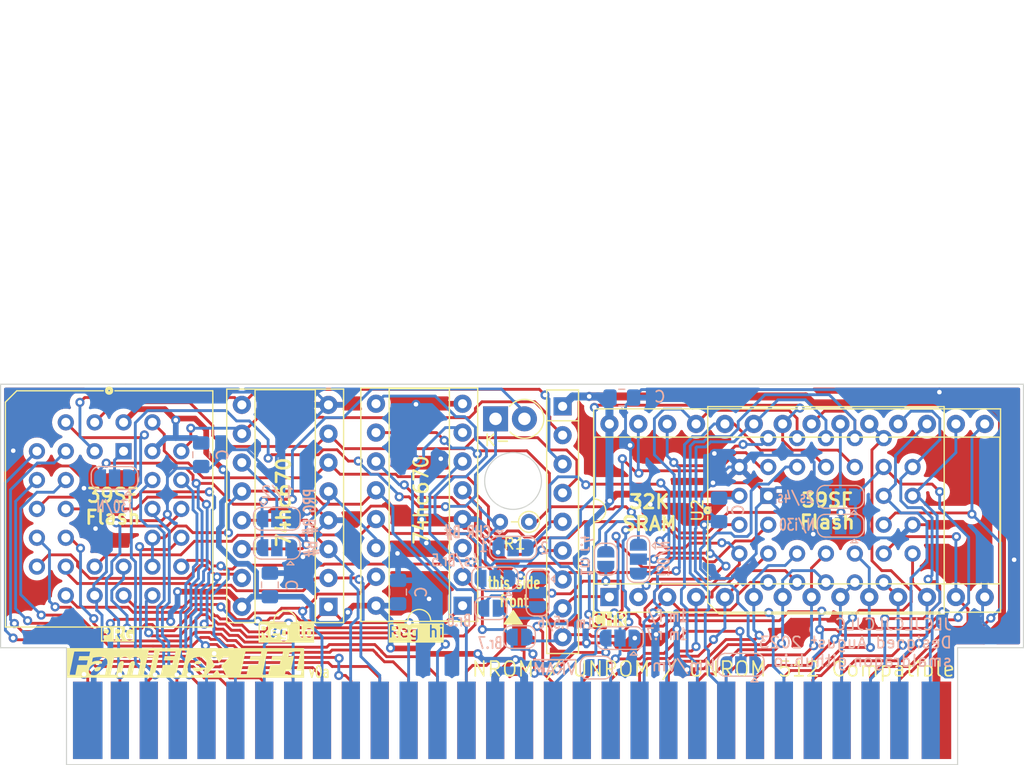
<source format=kicad_pcb>
(kicad_pcb (version 20221018) (generator pcbnew)
  (layers (0 "F.Cu" signal) (31 "B.Cu" signal) (34 "B.Paste" user) (35 "F.Paste" user) (36 "B.SilkS" user "B.Silkscreen") (37 "F.SilkS" user "F.Silkscreen") (38 "B.Mask" user) (39 "F.Mask" user) (44 "Edge.Cuts" user))
  (net 0 "")
  (net 1 "/R~{W}")
  (net 2 "Net-(H1-cA11)")
  (net 3 "/~{pWR}")
  (net 4 "GND")
  (net 5 "Net-(H1-cA10)")
  (net 6 "Net-(H1-cA9)")
  (net 7 "Net-(H1-cA8)")
  (net 8 "Net-(H1-cA7)")
  (net 9 "Net-(H1-cA6)")
  (net 10 "Net-(H1-cA5)")
  (net 11 "Net-(H1-cA4)")
  (net 12 "Net-(H1-cA3)")
  (net 13 "Net-(H1-cA2)")
  (net 14 "Net-(H1-cA1)")
  (net 15 "Net-(H1-cA0)")
  (net 16 "Net-(H1-vramA10)")
  (net 17 "VCC")
  (net 18 "/~{pRD}")
  (net 19 "/pD0")
  (net 20 "/pD1")
  (net 21 "/pD2")
  (net 22 "/pD3")
  (net 24 "Net-(H1-cA12)")
  (net 25 "/bA0")
  (net 26 "/cD7")
  (net 27 "/cD6")
  (net 28 "/cD5")
  (net 29 "/cD4")
  (net 30 "/cD3")
  (net 31 "/cD2")
  (net 32 "/cD1")
  (net 33 "/cD0")
  (net 34 "/~{ROMSEL}")
  (net 35 "Net-(H1-cA13)")
  (net 36 "Net-(H1-cAUDIO)")
  (net 37 "/pA10")
  (net 38 "/pA11")
  (net 39 "Net-(H1-p~{A13})")
  (net 40 "/pD7")
  (net 41 "/pD6")
  (net 42 "/pD5")
  (net 43 "/pD4")
  (net 44 "/bA1")
  (net 45 "/bA2")
  (net 46 "/bA3")
  (net 47 "/bA4")
  (net 48 "/bA5")
  (net 49 "/bA6")
  (net 50 "/bA7")
  (net 51 "/pA13")
  (net 52 "/pA12")
  (net 53 "/pA7")
  (net 54 "/pA6")
  (net 55 "/pA5")
  (net 56 "/pA4")
  (net 57 "/pA3")
  (net 58 "/pA2")
  (net 59 "/pA1")
  (net 60 "/pA0")
  (net 61 "/pA9")
  (net 62 "/pA8")
  (net 63 "/cA14")
  (net 64 "Net-(JP2-C)")
  (net 65 "Net-(JP3-C)")
  (net 66 "Net-(H1-vram~{CE})")
  (net 67 "Net-(JP6-C)")
  (net 68 "Net-(JP8-C)")
  (net 69 "Net-(JP9-C)")
  (net 70 "Net-(JP7-C)")
  (net 71 "/r.4")
  (net 72 "/r.6")
  (net 73 "/r.7")
  (net 74 "/chr12")
  (net 75 "/r.5")
  (footprint "PCM_Resistor_THT_AKL:R_Axial_DIN0204_L3.6mm_D1.6mm_P2.54mm_Vertical" (layer "F.Cu") (at 76.49 70.02 180)
    (fp_text reference "R1")
    (fp_text value "R_Small" hide)
  )
  (footprint "Diode_THT:D_DO-41_SOD81_P2.54mm_Vertical_KathodeUp" (layer "F.Cu") (at 73.55 60.95)
    (fp_text reference "D1" hide)
    (fp_text value "D_Small_Filled")
  )
  (footprint "Package_DIP:DIP-16_W7.62mm_Socket" (layer "F.Cu") (at 70.65 77.4 180)
    (fp_text reference "U4" hide)
    (fp_text value "74LS670")
  )
  (footprint "Package_DIP:DIP-28_W15.24mm_Socket" (layer "F.Cu") (at 83.57 76.64 90)
    (fp_text reference "U5" hide)
    (fp_text value "HM62256BLP")
  )
  (footprint "PCM_Package_LCC_AKL:PLCC-32_THT-Socket" (layer "F.Cu") (at 40.82 63.8)
    (fp_text reference "U1" hide)
    (fp_text value "CPU ROM" hide)
  )
  (footprint "famicom:Famicom Cartridge Edge Connector (long legs)" (layer "F.Cu") (at 35.8 81.1)
    (fp_text reference "H1" hide)
    (fp_text value "Famicom_Cartridge_Edge" hide)
  )
  (footprint "Resistor_THT:R_Array_SIP9" (layer "F.Cu") (at 79.45 59.85 -90)
    (fp_text reference "RN1" hide)
    (fp_text value "R_Network08")
  )
  (footprint "PCM_Package_LCC_AKL:PLCC-32_THT-Socket" (layer "F.Cu") (at 97.54 67.73 90)
    (fp_text reference "U2")
    (fp_text value "PPU ROM" hide)
  )
  (footprint "Package_DIP:DIP-16_W7.62mm_Socket" (layer "F.Cu") (at 58.85 77.5 180)
    (fp_text reference "U3" hide)
    (fp_text value "74LS670")
  )
  (footprint "Jumper:SolderJumper-2_P1.3mm_Open_RoundedPad1.0x1.5mm" (layer "B.Cu") (at 75.65 80.1624)
    (fp_text reference "J53" hide)
    (fp_text value "SolderJumper_2_Open")
  )
  (footprint "Capacitor_SMD:C_0805_2012Metric_Pad1.18x1.45mm_HandSolder" (layer "B.Cu") (at 64.9732 76.2 90)
    (fp_text reference "C3" hide)
    (fp_text value "C")
  )
  (footprint "Jumper:SolderJumper-3_P1.3mm_Open_RoundedPad1.0x1.5mm" (layer "B.Cu") (at 103.9068 70.358 180)
    (fp_text reference "JP7" hide)
    (fp_text value "SolderJumper_3_Open")
  )
  (footprint "Capacitor_SMD:C_0805_2012Metric_Pad1.18x1.45mm_HandSolder" (layer "B.Cu") (at 53.6956 75.5689 90)
    (fp_text reference "C2" hide)
    (fp_text value "C")
  )
  (footprint "Capacitor_SMD:C_0805_2012Metric_Pad1.18x1.45mm_HandSolder" (layer "B.Cu") (at 84.6543 59.0804)
    (fp_text reference "C4" hide)
    (fp_text value "C")
  )
  (footprint "Jumper:SolderJumper-3_P1.3mm_Open_RoundedPad1.0x1.5mm" (layer "B.Cu") (at 40.0304 66.1515 180)
    (fp_text reference "JP2" hide)
    (fp_text value "SolderJumper_3_Open")
  )
  (footprint "Jumper:SolderJumper-2_P1.3mm_Open_RoundedPad1.0x1.5mm" (layer "B.Cu") (at 82.4 82.85)
    (fp_text reference "JP1" hide)
    (fp_text value "SolderJumper_2_Open")
  )
  (footprint "Jumper:SolderJumper-3_P1.3mm_Open_RoundedPad1.0x1.5mm" (layer "B.Cu") (at 73.5 75 180)
    (fp_text reference "JP12" hide)
    (fp_text value "SolderJumper_3_Open")
  )
  (footprint "Jumper:SolderJumper-3_P1.3mm_Open_RoundedPad1.0x1.5mm" (layer "B.Cu") (at 54.3052 72.2983 180)
    (fp_text reference "JP8" hide)
    (fp_text value "SolderJumper_3_Open")
  )
  (footprint "Jumper:SolderJumper-3_P1.3mm_Open_RoundedPad1.0x1.5mm" (layer "B.Cu") (at 86.1159 73.3044 -90)
    (fp_text reference "JP5" hide)
    (fp_text value "SolderJumper_3_Open")
  )
  (footprint "Jumper:SolderJumper-3_P1.3mm_Open_RoundedPad1.0x1.5mm" (layer "B.Cu") (at 75.1 72.3)
    (fp_text reference "JP6" hide)
    (fp_text value "SolderJumper_3_Open" hide)
  )
  (footprint "Capacitor_SMD:C_0805_2012Metric_Pad1.18x1.45mm_HandSolder" (layer "B.Cu") (at 47.6504 64.1096 -90)
    (fp_text reference "C1" hide)
    (fp_text value "C")
  )
  (footprint "Jumper:SolderJumper-3_P1.3mm_Open_RoundedPad1.0x1.5mm" (layer "B.Cu") (at 84.5 80.25 180)
    (fp_text reference "JP10" hide)
    (fp_text value "SolderJumper_3_Open")
  )
  (footprint "Capacitor_SMD:C_0805_2012Metric_Pad1.18x1.45mm_HandSolder" (layer "B.Cu") (at 93.218 68.9649 -90)
    (fp_text reference "C5" hide)
    (fp_text value "C")
  )
  (footprint "Jumper:SolderJumper-2_P1.3mm_Open_RoundedPad1.0x1.5mm" (layer "B.Cu") (at 83.25 73.3044 90)
    (fp_text reference "J1" hide)
    (fp_text value "SolderJumper_2_Open")
  )
  (footprint "Jumper:SolderJumper-2_P1.3mm_Open_RoundedPad1.0x1.5mm" (layer "B.Cu") (at 73.15 77.6224)
    (fp_text reference "J52" hide)
    (fp_text value "SolderJumper_2_Open")
  )
  (footprint "Jumper:SolderJumper-3_P1.3mm_Open_RoundedPad1.0x1.5mm" (layer "B.Cu") (at 54.3052 69.7484)
    (fp_text reference "JP3" hide)
    (fp_text value "SolderJumper_3_Open")
  )
  (footprint "Jumper:SolderJumper-3_P1.3mm_Open_RoundedPad1.0x1.5mm" (layer "B.Cu") (at 77.25 76.25 -90)
    (fp_text reference "JP11" hide)
    (fp_text value "SolderJumper_3_Open")
  )
  (footprint "Jumper:SolderJumper-3_P1.3mm_Open_RoundedPad1.0x1.5mm" (layer "B.Cu") (at 103.886 67.818 180)
    (fp_text reference "JP9" hide)
    (fp_text value "SolderJumper_3_Open")
  )
  (footprint "Jumper:SolderJumper-3_P1.3mm_Open_RoundedPad1.0x1.5mm" (layer "B.Cu") (at 95.1276 82.6008 180)
    (fp_text reference "JP4" hide)
    (fp_text value "SolderJumper_3_Open")
  )
  (gr_line (start 71.85 78.3737) (end 71.85 79.0263) (stroke (width 0.15)) (layer "B.SilkS"))
  (gr_poly (pts (xy 75.105846 77.851) (xy 75.867846 78.994) (xy 74.343846 78.994)) (stroke (width 0.15)) (fill solid) (layer "F.SilkS"))
  (gr_line (start 120 57.9) (end 120 81.1) (stroke (width 0.1)) (layer "Edge.Cuts"))
  (gr_line (start 30 57.9) (end 30 81.1) (stroke (width 0.1)) (layer "Edge.Cuts"))
  (gr_line (start 114.2 91.4) (end 35.8 91.4) (stroke (width 0.1)) (layer "Edge.Cuts"))
  (gr_circle (center 75.09 66.42) (end 77.59 66.42) (stroke (width 0.1)) (fill none) (layer "Edge.Cuts"))
  (gr_line (start 114.2 81.1) (end 114.2 91.4) (stroke (width 0.1)) (layer "Edge.Cuts"))
  (gr_line (start 120 81.1) (end 114.2 81.1) (stroke (width 0.1)) (layer "Edge.Cuts"))
  (gr_line (start 120 57.9) (end 109 57.9) (stroke (width 0.1)) (layer "Edge.Cuts"))
  (gr_line (start 30 57.9) (end 41 57.9) (stroke (width 0.1)) (layer "Edge.Cuts"))
  (gr_line (start 35.8 81.1) (end 30 81.1) (stroke (width 0.1)) (layer "Edge.Cuts"))
  (gr_line (start 35.8 91.4) (end 35.8 81.1) (stroke (width 0.1)) (layer "Edge.Cuts"))
  (gr_line (start 41 57.9) (end 109 57.9) (stroke (width 0.1)) (layer "Edge.Cuts"))
  (gr_text "CHR B#" (at 73.255025 71.505025) (layer "B.SilkS") (effects (font (size 1 0.7) (thickness 0.175) bold) (justify left bottom mirror)))
  (gr_text "JLCJLCJLCJLC" (at 113.792 79.64) (layer "B.SilkS") (effects (font (size 1 1)) (justify left bottom mirror)))
  (gr_text "Hm/Vm" (at 93 83.25) (layer "B.SilkS") (effects (font (size 1 1)) (justify left bottom mirror)))
  (gr_text "N/i30" (at 100.07 70.28) (layer "B.SilkS") (effects (font (size 1 0.7)) (justify mirror)))
  (gr_text "4s/Br.5" (at 72.1 74) (layer "B.SilkS") (effects (font (size 1 0.7)) (justify left bottom mirror)))
  (gr_text "Br.6" (at 71.5 79.3) (layer "B.SilkS") (effects (font (size 1 0.7)) (justify left bottom mirror)))
  (gr_text "2s/4s" (at 101.63 68.43) (layer "B.SilkS") (effects (font (size 1 0.7)) (justify left bottom mirror)))
  (gr_text "B#" (at 57.912 71.5772 90) (layer "B.SilkS") (effects (font (size 1 0.7) (thickness 0.175) bold) (justify left bottom mirror)))
  (gr_text "~{VRAM}" (at 80.772 83.566) (layer "B.SilkS") (effects (font (size 1 1)) (justify left bottom mirror)))
  (gr_text "1" (at 72.48 72.16) (layer "B.SilkS") (effects (font (size 1 0.7)) (justify mirror)))
  (gr_text "Designed August 2023\nsmaldragon.github.io" (at 113.792 82.84) (layer "B.SilkS") (effects (font (size 1 1)) (justify left bottom mirror)))
  (gr_text "2" (at 77.851 72.33) (layer "B.SilkS") (effects (font (size 1 0.7)) (justify mirror)))
  (gr_text "1m r.5/6" (at 79.7 78.9) (layer "B.SilkS") (effects (font (size 1 0.7)) (justify mirror)))
  (gr_text "1m r.4" (at 81.534 72.9996 270) (layer "B.SilkS") (effects (font (size 1 0.7)) (justify mirror)))
  (gr_text "i30/N" (at 88.25 73.25 270) (layer "B.SilkS") (effects (font (size 1 0.7)) (justify mirror)))
  (gr_text "PRG B#" (at 57.8 67 90) (layer "B.SilkS") (effects (font (size 1 0.7) (thickness 0.175) bold) (justify left bottom mirror)))
  (gr_text "i30/N" (at 39.99 68.66) (layer "B.SilkS") (effects (font (size 1 0.7)) (justify mirror)))
  (gr_text "Br.7" (at 74.25 81.275) (layer "B.SilkS") (effects (font (size 1 0.7)) (justify left bottom mirror)))
  (gr_text "1m F/\n1m r.7" (at 90.5 80.5) (layer "B.SilkS") (effects (font (size 1 0.7)) (justify left bottom mirror)))
  (gr_text "1/2" (at 54.356 67.4) (layer "B.SilkS") (effects (font (size 1 1)) (justify mirror)))
  (gr_text "74hc670" (at 54.9 68.3 90) (layer "F.SilkS") (effects (font (size 1.2 1.2) (thickness 0.24) bold)))
  (gr_text "39SF\nFlash" (at 102.74 69.08) (layer "F.SilkS") (effects (font (size 1.2 1.2) (thickness 0.24) bold)))
  (gr_text "39SF\nFlash" (at 39.88 68.66) (layer "F.SilkS") (effects (font (size 1.2 1.2) (thickness 0.24) bold)))
  (gr_text "CHR" (at 83.566 79.248) (layer "F.SilkS" knockout) (effects (font (size 1 1)) (justify bottom)))
  (gr_text "PRG" (at 40.2844 80.518) (layer "F.SilkS" knockout) (effects (font (size 1 1)) (justify bottom)))
  (gr_text "FamiFlex FF1" (at 35.814 83.82) (layer "F.SilkS" knockout) (effects (font (size 2 2) (thickness 0.4) bold italic) (justify left bottom)))
  (gr_text "74hc670" (at 67 68.09 90) (layer "F.SilkS") (effects (font (size 1.24 1.2) (thickness 0.2) bold)))
  (gr_text "NROM / UNROM / UNROM 512 Compatible" (at 92.72 82.98) (layer "F.SilkS") (effects (font (size 1.3 1.3))))
  (gr_text "Reg lo" (at 55.118 80.264) (layer "F.SilkS" knockout) (effects (font (size 1 1)) (justify bottom)))
  (gr_text "this side\nfront" (at 75.184 76.2) (layer "F.SilkS") (effects (font (size 1 0.7) (thickness 0.175))))
  (gr_text "32K\nSRAM" (at 87.08 69.22) (layer "F.SilkS") (effects (font (size 1.2 1.2) (thickness 0.24) bold)))
  (gr_text "v0a" (at 57.023 83.82) (layer "F.SilkS") (effects (font (size 1 0.7)) (justify left bottom)))
  (gr_text "Reg hi" (at 66.548 80.264) (layer "F.SilkS" knockout) (effects (font (size 1 1)) (justify bottom)))
  (segment (start 70.98 86.93) (end 70.98 83.22) (width 0.25) (layer "F.Cu") (net 1))
  (segment (start 71.775 72.883295) (end 71.775 71.854009) (width 0.25) (layer "F.Cu") (net 1))
  (segment (start 70.98 83.22) (end 71.5418 82.6582) (width 0.25) (layer "F.Cu") (net 1))
  (segment (start 58.237196 71.1708) (end 56.946396 69.88) (width 0.25) (layer "F.Cu") (net 1))
  (segment (start 74.385 75.493295) (end 71.775 72.883295) (width 0.25) (layer "F.Cu") (net 1))
  (segment (start 71.775 71.854009) (end 70.963513 71.042522) (width 0.25) (layer "F.Cu") (net 1))
  (segment (start 63.03 69.78) (end 61.6392 71.1708) (width 0.25) (layer "F.Cu") (net 1))
  (segment (start 74.385 81.021505) (end 74.385 75.493295) (width 0.25) (layer "F.Cu") (net 1))
  (segment (start 56.946396 69.88) (end 51.23 69.88) (width 0.25) (layer "F.Cu") (net 1))
  (segment (start 61.6392 71.1708) (end 58.237196 71.1708) (width 0.25) (layer "F.Cu") (net 1))
  (segment (start 64.292522 71.042522) (end 63.03 69.78) (width 0.25) (layer "F.Cu") (net 1))
  (segment (start 71.5418 82.6582) (end 72.748305 82.6582) (width 0.25) (layer "F.Cu") (net 1))
  (segment (start 70.963513 71.042522) (end 64.292522 71.042522) (width 0.25) (layer "F.Cu") (net 1))
  (segment (start 72.748305 82.6582) (end 74.385 81.021505) (width 0.25) (layer "F.Cu") (net 1))
  (segment (start 40.4626 70.3838) (end 44.671148 70.3838) (width 0.25) (layer "F.Cu") (net 2))
  (segment (start 40.1828 70.104) (end 40.4626 70.3838) (width 0.25) (layer "F.Cu") (net 2))
  (segment (start 44.671148 70.3838) (end 45.9 69.154948) (width 0.25) (layer "F.Cu") (net 2))
  (segment (start 45.9 69.154948) (end 45.9 68.88) (width 0.25) (layer "F.Cu") (net 2))
  (segment (start 40.5 83.480498) (end 40.5 86.93) (width 0.25) (layer "F.Cu") (net 2))
  (via (at 40.5 83.480498) (size 0.8) (drill 0.4) (layers "F.Cu" "B.Cu") (net 2))
  (via (at 40.1828 70.104) (size 0.8) (drill 0.4) (layers "F.Cu" "B.Cu") (net 2))
  (segment (start 39.3162 77.602181) (end 39.3162 75.061396) (width 0.25) (layer "B.Cu") (net 2))
  (segment (start 40.5 72.814591) (end 40.5 70.4212) (width 0.25) (layer "B.Cu") (net 2))
  (segment (start 40.5 83.480498) (end 40.386 83.366498) (width 0.25) (layer "B.Cu") (net 2))
  (segment (start 39.7838 73.530791) (end 40.5 72.814591) (width 0.25) (layer "B.Cu") (net 2))
  (segment (start 40.386 83.366498) (end 40.386 78.671981) (width 0.25) (layer "B.Cu") (net 2))
  (segment (start 39.7838 74.593796) (end 39.7838 73.530791) (width 0.25) (layer "B.Cu") (net 2))
  (segment (start 39.3162 75.061396) (end 39.7838 74.593796) (width 0.25) (layer "B.Cu") (net 2))
  (segment (start 40.5 70.4212) (end 40.1828 70.104) (width 0.25) (layer "B.Cu") (net 2))
  (segment (start 40.386 78.671981) (end 39.3162 77.602181) (width 0.25) (layer "B.Cu") (net 2))
  (segment (start 84.7073 64.4652) (end 85.9773 65.7352) (width 0.25) (layer "F.Cu") (net 3))
  (segment (start 86.1568 65.7352) (end 86.3672 65.5248) (width 0.25) (layer "F.Cu") (net 3))
  (segment (start 93.099596 65.5248) (end 94.6949 63.929496) (width 0.25) (layer "F.Cu") (net 3))
  (segment (start 85.9773 65.7352) (end 86.1568 65.7352) (width 0.25) (layer "F.Cu") (net 3))
  (segment (start 94.6949 63.929496) (end 95.575104 63.929496) (width 0.25) (layer "F.Cu") (net 3))
  (segment (start 96.835608 65.19) (end 97.54 65.19) (width 0.25) (layer "F.Cu") (net 3))
  (segment (start 86.3672 65.5248) (end 93.099596 65.5248) (width 0.25) (layer "F.Cu") (net 3))
  (segment (start 95.575104 63.929496) (end 96.835608 65.19) (width 0.25) (layer "F.Cu") (net 3))
  (via (at 84.7073 64.4652) (size 0.8) (drill 0.4) (layers "F.Cu" "B.Cu") (net 3))
  (via (at 86.1568 65.7352) (size 0.8) (drill 0.4) (layers "F.Cu" "B.Cu") (net 3))
  (segment (start 81.225 81.775) (end 78.6 84.4) (width 0.25) (layer "B.Cu") (net 3))
  (segment (start 82.375 81.575) (end 82.175 81.775) (width 0.25) (layer "B.Cu") (net 3))
  (segment (start 86.11 65.6884) (end 86.1568 65.7352) (width 0.25) (layer "B.Cu") (net 3))
  (segment (start 82.175 81.775) (end 81.225 81.775) (width 0.25) (layer "B.Cu") (net 3))
  (segment (start 82.665 79.368273) (end 82.375 79.658273) (width 0.25) (layer "B.Cu") (net 3))
  (segment (start 82.175 74.296127) (end 82.3976 74.518727) (width 0.25) (layer "B.Cu") (net 3))
  (segment (start 84.7073 68.701888) (end 82.7024 70.706788) (width 0.25) (layer "B.Cu") (net 3))
  (segment (start 82.3976 77.7176) (end 82.665 77.985) (width 0.25) (layer "B.Cu") (net 3))
  (segment (start 82.175 72.2062) (end 82.175 74.296127) (width 0.25) (layer "B.Cu") (net 3))
  (segment (start 82.7024 71.6788) (end 82.175 72.2062) (width 0.25) (layer "B.Cu") (net 3))
  (segment (start 82.7024 70.706788) (end 82.7024 71.6788) (width 0.25) (layer "B.Cu") (net 3))
  (segment (start 82.665 77.985) (end 82.665 79.368273) (width 0.25) (layer "B.Cu") (net 3))
  (segment (start 86.11 61.4) (end 86.11 65.6884) (width 0.25) (layer "B.Cu") (net 3))
  (segment (start 82.3976 74.518727) (end 82.3976 77.7176) (width 0.25) (layer "B.Cu") (net 3))
  (segment (start 78.6 84.4) (end 78.6 86.93) (width 0.25) (layer "B.Cu") (net 3))
  (segment (start 82.375 79.658273) (end 82.375 81.575) (width 0.25) (layer "B.Cu") (net 3))
  (segment (start 84.7073 64.4652) (end 84.7073 68.701888) (width 0.25) (layer "B.Cu") (net 3))
  (segment (start 116.59 72.69) (end 116.59 76.64) (width 0.25) (layer "F.Cu") (net 4))
  (segment (start 114.17 70.27) (end 116.59 72.69) (width 0.25) (layer "F.Cu") (net 4))
  (segment (start 44.677348 69.419452) (end 44.1888 69.908) (width 0.25) (layer "F.Cu") (net 4))
  (segment (start 103.287401 78.6) (end 99.5454 78.6) (width 0.25) (layer "F.Cu") (net 4))
  (segment (start 37.338 66.338) (end 37.338 67.056) (width 0.25) (layer "F.Cu") (net 4))
  (segment (start 76.06 79) (end 76.06 87.434) (width 0.25) (layer "F.Cu") (net 4))
  (segment (start 81.549139 79.207051) (end 81.442088 79.1) (width 0.25) (layer "F.Cu") (net 4))
  (segment (start 39.587 69.379) (end 38.354 70.612) (width 0.25) (layer "F.Cu") (net 4))
  (segment (start 90.4694 82.95) (end 90.4 83.0194) (width 0.25) (layer "F.Cu") (net 4))
  (segment (start 87.6755 79.925796) (end 87.701296 79.9) (width 0.25) (layer "F.Cu") (net 4))
  (segment (start 73.256887 72.6995) (end 73.771712 72.6995) (width 0.25) (layer "F.Cu") (net 4))
  (segment (start 103.716253 67.73) (end 104.9 68.913747) (width 0.25) (layer "F.Cu") (net 4))
  (segment (start 111.36559 79.4) (end 104.087401 79.4) (width 0.25) (layer "F.Cu") (net 4))
  (segment (start 66.8528 69.7992) (end 65.6844 68.6308) (width 0.25) (layer "F.Cu") (net 4))
  (segment (start 79.810991 81.4) (end 80.536491 80.6745) (width 0.25) (layer "F.Cu") (net 4))
  (segment (start 95 65.19) (end 96.355 66.545) (width 0.25) (layer "F.Cu") (net 4))
  (segment (start 112.6031 78.1956) (end 112.56999 78.1956) (width 0.25) (layer "F.Cu") (net 4))
  (segment (start 73.771712 74.243611) (end 76.06 76.531899) (width 0.25) (layer "F.Cu") (net 4))
  (segment (start 44.677348 69.352295) (end 44.677348 69.419452) (width 0.25) (layer "F.Cu") (net 4))
  (segment (start 41.020305 69.9162) (end 40.483105 69.379) (width 0.25) (layer "F.Cu") (net 4))
  (segment (start 65.6844 68.6308) (end 62.588209 68.6308) (width 0.25) (layer "F.Cu") (net 4))
  (segment (start 79.625991 78.755) (end 78.945 78.755) (width 0.25) (layer "F.Cu") (net 4))
  (segment (start 96.321 66.579) (end 92.679 66.579) (width 0.25) (layer "F.Cu") (net 4))
  (segment (start 77.8 78.1) (end 76.96 78.1) (width 0.25) (layer "F.Cu") (net 4))
  (segment (start 61.339009 69.88) (end 58.85 69.88) (width 0.25) (layer "F.Cu") (net 4))
  (segment (start 90.0673 68.4773) (end 91.86 70.27) (width 0.25) (layer "F.Cu") (net 4))
  (segment (start 58.058 69.088) (end 56.9976 69.088) (width 0.25) (layer "F.Cu") (net 4))
  (segment (start 96.355 66.545) (end 96.321 66.579) (width 0.25) (layer "F.Cu") (net 4))
  (segment (start 58.85 69.88) (end 58.058 69.088) (width 0.25) (layer "F.Cu") (net 4))
  (segment (start 91.886396 82.95) (end 90.4694 82.95) (width 0.25) (layer "F.Cu") (net 4))
  (segment (start 112.8776 77.9211) (end 112.6031 78.1956) (width 0.25) (layer "F.Cu") (net 4))
  (segment (start 70.792522 70.592522) (end 71.149909 70.592522) (width 0.25) (layer "F.Cu") (net 4))
  (segment (start 70.65 69.78) (end 70.65 70.45) (width 0.25) (layer "F.Cu") (net 4))
  (segment (start 85.3755 80.6745) (end 85.8 80.25) (width 0.25) (layer "F.Cu") (net 4))
  (segment (start 73.771712 72.6995) (end 73.771712 74.243611) (width 0.25) (layer "F.Cu") (net 4))
  (segment (start 76.06 76.531899) (end 76.06 79) (width 0.25) (layer "F.Cu") (net 4))
  (segment (start 87.701296 79.9) (end 89.0495 79.9) (width 0.25) (layer "F.Cu") (net 4))
  (segment (start 62.588209 68.6308) (end 61.339009 69.88) (width 0.25) (layer "F.Cu") (net 4))
  (segment (start 112.56999 78.1956) (end 111.36559 79.4) (width 0.25) (layer "F.Cu") (net 4))
  (segment (start 86.124204 79.925796) (end 85.8 80.25) (width 0.25) (layer "F.Cu") (net 4))
  (segment (start 67.056 69.7992) (end 66.8528 69.7992) (width 0.25) (layer "F.Cu") (net 4))
  (segment (start 78.945 78.755) (end 78.325 79.375) (width 0.25) (layer "F.Cu") (net 4))
  (segment (start 97.316 80.8294) (end 94.006996 80.8294) (width 0.25) (layer "F.Cu") (net 4))
  (segment (start 110.24 70.27) (end 114.17 70.27) (width 0.25) (layer "F.Cu") (net 4))
  (segment (start 66.5975 59.62) (end 66.548 59.6695) (width 0.25) (layer "F.Cu") (net 4))
  (segment (start 87.1728 68.4773) (end 87.1305 68.435) (width 0.25) (layer "F.Cu") (net 4))
  (segment (start 80.536491 80.6745) (end 85.3755 80.6745) (width 0.25) (layer "F.Cu") (net 4))
  (segment (start 32.461 65.1) (end 36.1 65.1) (width 0.25) (layer "F.Cu") (net 4))
  (segment (start 37.67 83.760498) (end 37.67 87.439) (width 0.25) (layer "F.Cu") (net 4))
  (segment (start 79.970991 79.1) (end 79.625991 78.755) (width 0.25) (layer "F.Cu") (net 4))
  (segment (start 67.4624 71.882) (end 65.8368 71.882) (width 0.25) (layer "F.Cu") (net 4))
  (segment (start 97.54 67.73) (end 103.716253 67.73) (width 0.25) (layer "F.Cu") (net 4))
  (segment (start 71.149909 70.592522) (end 73.256887 72.6995) (width 0.25) (layer "F.Cu") (net 4))
  (segment (start 104.9 69.5) (end 103.3 71.1) (width 0.25) (layer "F.Cu") (net 4))
  (segment (start 76.96 78.1) (end 76.06 79) (width 0.25) (layer "F.Cu") (net 4))
  (segment (start 87.6755 79.925796) (end 86.124204 79.925796) (width 0.25) (layer "F.Cu") (net 4))
  (segment (start 78.325 80.725) (end 79 81.4) (width 0.25) (layer "F.Cu") (net 4))
  (segment (start 67.0752 69.78) (end 70.65 69.78) (width 0.25) (layer "F.Cu") (net 4))
  (segment (start 87.1728 68.4773) (end 90.0673 68.4773) (width 0.25) (layer "F.Cu") (net 4))
  (segment (start 103.3 71.1) (end 101.5 71.1) (width 0.25) (layer "F.Cu") (net 4))
  (segment (start 94.006996 80.8294) (end 91.886396 82.95) (width 0.25) (layer "F.Cu") (net 4))
  (segment (start 66.548 64.4652) (end 66.4972 64.516) (width 0.25) (layer "F.Cu") (net 4))
  (segment (start 67.056 69.7992) (end 67.0752 69.78) (width 0.25) (layer "F.Cu") (net 4))
  (segment (start 65.8368 71.882) (end 64.9224 72.7964) (width 0.25) (layer "F.Cu") (net 4))
  (segment (start 31.115 63.754) (end 32.461 65.1) (width 0.25) (layer "F.Cu") (net 4))
  (segment (start 56.9976 69.088) (end 56.9468 69.088) (width 0.25) (layer "F.Cu") (net 4))
  (segment (start 99.5454 78.6) (end 97.316 80.8294) (width 0.25) (layer "F.Cu") (net 4))
  (segment (start 96.355 66.545) (end 97.54 67.73) (width 0.25) (layer "F.Cu") (net 4))
  (segment (start 78.65 78.95) (end 77.8 78.1) (width 0.25) (layer "F.Cu") (net 4))
  (segment (start 104.9 68.913747) (end 104.9 69.5) (width 0.25) (layer "F.Cu") (net 4))
  (segment (start 37.342452 83.43295) (end 37.67 83.760498) (width 0.25) (layer "F.Cu") (net 4))
  (segment (start 104.087401 79.4) (end 103.287401 78.6) (width 0.25) (layer "F.Cu") (net 4))
  (segment (start 70.65 59.62) (end 66.5975 59.62) (width 0.25) (layer "F.Cu") (net 4))
  (segment (start 70.65 70.45) (end 70.792522 70.592522) (width 0.25) (layer "F.Cu") (net 4))
  (segment (start 40.483105 69.379) (end 39.587 69.379) (width 0.25) (layer "F.Cu") (net 4))
  (segment (start 68.7324 64.4652) (end 66.548 64.4652) (width 0.25) (layer "F.Cu") (net 4))
  (segment (start 43.789209 69.9162) (end 41.020305 69.9162) (width 0.25) (layer "F.Cu") (net 4))
  (segment (start 78.325 79.375) (end 78.325 80.725) (width 0.25) (layer "F.Cu") (net 4))
  (segment (start 43.797409 69.908) (end 43.789209 69.9162) (width 0.25) (layer "F.Cu") (net 4))
  (segment (start 81.442088 79.1) (end 79.970991 79.1) (width 0.25) (layer "F.Cu") (net 4))
  (segment (start 36.1 65.1) (end 37.338 66.338) (width 0.25) (layer "F.Cu") (net 4))
  (segment (start 92.8 64) (end 92.083 63.283) (width 0.25) (layer "F.Cu") (net 4))
  (segment (start 44.1888 69.908) (end 43.797409 69.908) (width 0.25) (layer "F.Cu") (net 4))
  (segment (start 92.083 63.283) (end 85.3855 63.283) (width 0.25) (layer "F.Cu") (net 4))
  (segment (start 79 81.4) (end 79.810991 81.4) (width 0.25) (layer "F.Cu") (net 4))
  (segment (start 89.0495 79.9) (end 89.5 79.4495) (width 0.25) (layer "F.Cu") (net 4))
  (via (at 67.7 76.8) (size 0.8) (drill 0.4) (layers "F.Cu" "B.Cu") (net 4))
  (via (at 67.056 69.7992) (size 0.8) (drill 0.4) (layers "F.Cu" "B.Cu") (net 4))
  (via (at 56.6 73.1) (size 0.8) (drill 0.4) (layers "F.Cu" "B.Cu") (net 4))
  (via (at 37.338 67.056) (size 0.8) (drill 0.4) (layers "F.Cu" "B.Cu") (net 4))
  (via (at 66.548 59.6695) (size 0.8) (drill 0.4) (layers "F.Cu" "B.Cu") (net 4))
  (via (at 90.4 83.0194) (size 0.8) (drill 0.4) (layers "F.Cu" "B.Cu") (net 4))
  (via (at 101.5 71.1) (size 0.8) (drill 0.4) (layers "F.Cu" "B.Cu") (net 4))
  (via (at 112.8776 77.9211) (size 0.8) (drill 0.4) (layers "F.Cu" "B.Cu") (net 4))
  (via (at 92.679 66.579) (size 0.8) (drill 0.4) (layers "F.Cu" "B.Cu") (net 4))
  (via (at 81.549139 79.207051) (size 0.8) (drill 0.4) (layers "F.Cu" "B.Cu") (net 4))
  (via (at 66.4972 64.516) (size 0.8) (drill 0.4) (layers "F.Cu" "B.Cu") (net 4))
  (via (at 87.1728 68.4773) (size 0.8) (drill 0.4) (layers "F.Cu" "B.Cu") (net 4))
  (via (at 87.6755 79.925796) (size 0.8) (drill 0.4) (layers "F.Cu" "B.Cu") (net 4))
  (via (at 31.115 63.754) (size 0.8) (drill 0.4) (layers "F.Cu" "B.Cu") (net 4))
  (via (at 67.4624 71.882) (size 0.8) (drill 0.4) (layers "F.Cu" "B.Cu") (net 4))
  (via (at 44.677348 69.352295) (size 0.8) (drill 0.4) (layers "F.Cu" "B.Cu") (net 4))
  (via (at 112.6 58.6) (size 0.8) (drill 0.4) (layers "F.Cu" "B.Cu") (net 4))
  (via (at 119.1768 73.3552) (size 0.8) (drill 0.4) (layers "F.Cu" "B.Cu") (net 4))
  (via (at 68.7324 64.4652) (size 0.8) (drill 0.4) (layers "F.Cu" "B.Cu") (net 4))
  (via (at 85.8 80.25) (size 0.8) (drill 0.4) (layers "F.Cu" "B.Cu") (net 4))
  (via (at 73.771712 72.6995) (size 0.8) (drill 0.4) (layers "F.Cu" "B.Cu") (net 4))
  (via (at 64.9224 72.7964) (size 0.8) (drill 0.4) (layers "F.Cu" "B.Cu") (net 4))
  (via (at 92.8 64) (size 0.8) (drill 0.4) (layers "F.Cu" "B.Cu") (net 4))
  (via (at 91.9105 70.27) (size 0.8) (drill 0.4) (layers "F.Cu" "B.Cu") (net 4))
  (via (at 85.3855 63.283) (size 0.8) (drill 0.4) (layers "F.Cu" "B.Cu") (net 4))
  (via (at 81.5495 80.6745) (size 0.8) (drill 0.4) (layers "F.Cu" "B.Cu") (net 4))
  (via (at 38.354 70.612) (size 0.8) (drill 0.4) (layers "F.Cu" "B.Cu") (net 4))
  (via (at 56.9468 69.088) (size 0.8) (drill 0.4) (layers "F.Cu" "B.Cu") (net 4))
  (via (at 89.5 79.4495) (size 0.8) (drill 0.4) (layers "F.Cu" "B.Cu") (net 4))
  (via (at 37.342452 83.43295) (size 0.8) (drill 0.4) (layers "F.Cu" "B.Cu") (net 4))
  (segment (start 116.4 78.4) (end 116.4 76.83) (width 0.25) (layer "B.Cu") (net 4))
  (segment (start 55.6052 72.2983) (end 56.0514 72.7445) (width 0.25) (layer "B.Cu") (net 4))
  (segment (start 44.6532 69.088) (end 44.6532 69.328147) (width 0.25) (layer "B.Cu") (net 4))
  (segment (start 103.0818 71.433) (end 102.6068 70.958) (width 0.25) (layer "B.Cu") (net 4))
  (segment (start 38.9266 78.236495) (end 38.501905 77.8118) (width 0.25) (layer "B.Cu") (net 4))
  (segment (start 54.2682 66.247208) (end 54.716496 66.695504) (width 0.25) (layer "B.Cu") (net 4))
  (segment (start 67.056 71.4756) (end 67.4624 71.882) (width 0.25) (layer "B.Cu") (net 4))
  (segment (start 116.4 76.83) (end 116.59 76.64) (width 0.25) (layer "B.Cu") (net 4))
  (segment (start 109.077 71.433) (end 103.0818 71.433) (width 0.25) (layer "B.Cu") (net 4))
  (segment (start 95 64.9) (end 94.1 64) (width 0.25) (layer "B.Cu") (net 4))
  (segment (start 85.4318 63.283) (end 84.985 62.8362) (width 0.25) (layer "B.Cu") (net 4))
  (segment (start 55.3212 72.5823) (end 55.6052 72.2983) (width 0.25) (layer "B.Cu") (net 4))
  (segment (start 38.2016 75.5396) (end 38.2016 76.4216) (width 0.25) (layer "B.Cu") (net 4))
  (segment (start 102.586 67.818) (end 101.7732 67.0052) (width 0.25) (layer "B.Cu") (net 4))
  (segment (start 91.578 74.164217) (end 91.578 72.410216) (width 0.25) (layer "B.Cu") (net 4))
  (segment (start 100.976809 64.1538) (end 101.5838 64.760791) (width 0.25) (layer "B.Cu") (net 4))
  (segment (start 66.548 59.6695) (end 66.4972 59.7203) (width 0.25) (layer "B.Cu") (net 4))
  (segment (start 84.985 62.8362) (end 84.985 59.7872) (width 0.25) (layer "B.Cu") (net 4))
  (segment (start 57.3197 72.7445) (end 57.725 72.3392) (width 0.25) (layer "B.Cu") (net 4))
  (segment (start 56.9468 69.088) (end 55.704995 69.088) (width 0.25) (layer "B.Cu") (net 4))
  (segment (start 38.4556 77.8118) (end 38.4556 76.6756) (width 0.25) (layer "B.Cu") (net 4))
  (segment (start 56.9468 69.088) (end 56.2656 69.088) (width 0.25) (layer "B.Cu") (net 4))
  (segment (start 67.056 69.7992) (end 67.1068 69.7484) (width 0.25) (layer "B.Cu") (net 4))
  (segment (start 37.338 69.596) (end 38.354 70.612) (width 0.25) (layer "B.Cu") (net 4))
  (segment (start 66.4972 59.7203) (end 66.4972 64.516) (width 0.25) (layer "B.Cu") (net 4))
  (segment (start 54.2682 64.3018) (end 54.2682 66.247208) (width 0.25) (layer "B.Cu") (net 4))
  (segment (start 119.4 73.5784) (end 119.4 79) (width 0.25) (layer "B.Cu") (net 4))
  (segment (start 98.2648 67.0052) (end 97.54 67.73) (width 0.25) (layer "B.Cu") (net 4))
  (segment (start 86.3958 58.3764) (end 112.3764 58.3764) (width 0.25) (layer "B.Cu") (net 4))
  (segment (start 93.218 70.0024) (end 91.694 68.4784) (width 0.25) (layer "B.Cu") (net 4))
  (segment (start 119.4 62.619009) (end 115.157391 58.3764) (width 0.25) (layer "B.Cu") (net 4))
  (segment (start 91.9105 72.077716) (end 91.9105 70.27) (width 0.25) (layer "B.Cu") (net 4))
  (segment (start 67.056 69.7992) (end 67.056 71.4756) (width 0.25) (layer "B.Cu") (net 4))
  (segment (start 81.549139 80.674139) (end 81.5495 80.6745) (width 0.25) (layer "B.Cu") (net 4))
  (segment (start 85.4318 66.7363) (end 85.4318 63.283) (width 0.25) (layer "B.Cu") (net 4))
  (segment (start 112.41 79.109805) (end 112.903173 79.602978) (width 0.25) (layer "B.Cu") (net 4))
  (segment (start 84.985 59.7872) (end 85.6918 59.0804) (width 0.25) (layer "B.Cu") (net 4))
  (segment (start 115.197022 79.602978) (end 116.4 78.4) (width 0.25) (layer "B.Cu") (net 4))
  (segment (start 118.6 79.8) (end 117.382695 79.8) (width 0.25) (layer "B.Cu") (net 4))
  (segment (start 92.1781 70.0024) (end 91.9105 70.27) (width 0.25) (layer "B.Cu") (net 4))
  (segment (start 92.413783 75) (end 91.578 74.164217) (width 0.25) (layer "B.Cu") (net 4))
  (segment (start 101.7732 67.0052) (end 98.2648 67.0052) (width 0.25) (layer "B.Cu") (net 4))
  (segment (start 95 65.19) (end 95 64.9) (width 0.25) (layer "B.Cu") (net 4))
  (segment (start 97.54 68.04) (end 99.858 70.358) (width 0.25) (layer "B.Cu") (net 4))
  (segment (start 119.4 73.132) (end 119.4 62.619009) (width 0.25) (layer "B.Cu") (net 4))
  (segment (start 55.3212 74.1172) (end 55.3212 72.5823) (width 0.25) (layer "B.Cu") (net 4))
  (segment (start 112.41 78.3887) (end 112.41 79.109805) (width 0.25) (layer "B.Cu") (net 4))
  (segment (start 37.342452 83.43295) (end 37.342452 83.357548) (width 0.25) (layer "B.Cu") (net 4))
  (segment (start 96.4862 72.8138) (end 94.3 75) (width 0.25) (layer "B.Cu") (net 4))
  (segment (start 92.679 66.579) (end 94.068 65.19) (width 0.25) (layer "B.Cu") (net 4))
  (segment (start 56.0514 72.7445) (end 56.2445 72.7445) (width 0.25) (layer "B.Cu") (net 4))
  (segment (start 38.501905 77.8118) (end 38.4556 77.8118) (width 0.25) (layer "B.Cu") (net 4))
  (segment (start 87.1728 68.4773) (end 85.4318 66.7363) (width 0.25) (layer "B.Cu") (net 4))
  (segment (start 56.9555 72.7445) (end 57.3197 72.7445) (width 0.25) (layer "B.Cu") (net 4))
  (segment (start 102.6068 70.358) (end 102.6068 67.8388) (width 0.25) (layer "B.Cu") (net 4))
  (segment (start 112.8776 77.9211) (end 112.41 78.3887) (width 0.25) (layer "B.Cu") (net 4))
  (segment (start 85.4318 63.283) (end 85.3855 63.283) (width 0.25) (layer "B.Cu") (net 4))
  (segment (start 36.274 58.595) (end 31.115 63.754) (width 0.25) (layer "B.Cu") (net 4))
  (segment (start 115.157391 58.3764) (end 112.8236 58.3764) (width 0.25) (layer "B.Cu") (net 4))
  (segment (start 58.85 59.72) (end 54.2682 64.3018) (width 0.25) (layer "B.Cu") (net 4))
  (segment (start 91.694 68.4784) (end 91.694 67.564) (width 0.25) (layer "B.Cu") (net 4))
  (segment (start 91.578 72.410216) (end 91.9105 72.077716) (width 0.25) (layer "B.Cu") (net 4))
  (segment (start 112.8236 58.3764) (end 112.6 58.6) (width 0.25) (layer "B.Cu") (net 4))
  (segment (start 101.5838 66.8158) (end 102.586 67.818) (width 0.25) (layer "B.Cu") (net 4))
  (segment (start 116.4 78.817305) (end 116.4 78.4) (width 0.25) (layer "B.Cu") (net 4))
  (segment (start 64.9732 75.1625) (end 64.9732 72.8472) (width 0.25) (layer "B.Cu") (net 4))
  (segment (start 110.24 70.27) (end 109.077 71.433) (width 0.25) (layer "B.Cu") (net 4))
  (segment (start 97.54 67.73) (end 97.54 68.04) (width 0.25) (layer "B.Cu") (net 4))
  (segment (start 96.0362 64.1538) (end 100.976809 64.1538) (width 0.25) (layer "B.Cu") (net 4))
  (segment (start 101.5838 64.760791) (end 101.5838 66.8158) (width 0.25) (layer "B.Cu") (net 4))
  (segment (start 44.677348 69.063852) (end 44.6532 69.088) (width 0.25) (layer "B.Cu") (net 4))
  (segment (start 94.068 65.19) (end 95 65.19) (width 0.25) (layer "B.Cu") (net 4))
  (segment (start 38.9266 81.7734) (end 38.9266 78.236495) (width 0.25) (layer "B.Cu") (net 4))
  (segment (start 57.725 58.595) (end 36.274 58.595) (width 0.25) (layer "B.Cu") (net 4))
  (segment (start 38.4556 76.6756) (end 38.28 76.5) (width 0.25) (layer "B.Cu") (net 4))
  (segment (start 56.2656 69.088) (end 55.6052 69.7484) (width 0.25) (layer "B.Cu") (net 4))
  (segment (start 94.3 75) (end 92.413783 75) (width 0.25) (layer "B.Cu") (net 4))
  (segment (start 97.54 67.73) (end 96.4862 68.7838) (width 0.25) (layer "B.Cu") (net 4))
  (segment (start 55.704995 69.088) (end 54.8132 68.196205) (width 0.25) (layer "B.Cu") (net 4))
  (segment (start 58.85 59.72) (end 57.725 58.595) (width 0.25) (layer "B.Cu") (net 4))
  (segment (start 39.3162 74.425) (end 38.2016 75.5396) (width 0.25) (layer "B.Cu") (net 4))
  (segment (start 56.2445 72.7445) (end 56.6 73.1) (width 0.25) (layer "B.Cu") (net 4))
  (segment (start 102.6068 67.8388) (end 102.586 67.818) (width 0.25) (layer "B.Cu") (net 4))
  (segment (start 45.470791 65.3038) (end 44.677348 66.097243) (width 0.25) (layer "B.Cu") (net 4))
  (segment (start 64.9732 72.8472) (end 64.9224 72.7964) (width 0.25) (layer "B.Cu") (net 4))
  (segment (start 53.5432 74.5314) (end 54.907 74.5314) (width 0.25) (layer "B.Cu") (net 4))
  (segment (start 54.8132 66.792209) (end 54.716496 66.695504) (width 0.25) (layer "B.Cu") (net 4))
  (segment (start 57.725 71.005) (end 58.85 69.88) (width 0.25) (layer "B.Cu") (net 4))
  (segment (start 54.8132 68.196205) (end 54.8132 66.792209) (width 0.25) (layer "B.Cu") (net 4))
  (segment (start 50.0662 63.675) (end 48.4374 65.3038) (width 0.25) (layer "B.Cu") (net 4))
  (segment (start 94.1 64) (end 92.8 64) (width 0.25) (layer "B.Cu") (net 4))
  (segment (start 44.6532 69.328147) (end 44.677348 69.352295) (width 0.25) (layer "B.Cu") (net 4))
  (segment (start 39.3162 71.5742) (end 39.3162 74.425) (width 0.25) (layer "B.Cu") (net 4))
  (segment (start 85.6918 59.0804) (end 86.3958 58.3764) (width 0.25) (layer "B.Cu") (net 4))
  (segment (start 119.1768 73.3552) (end 119.4 73.132) (width 0.25) (layer "B.Cu") (net 4))
  (segment (start 102.6068 70.958) (end 102.6068 70.358) (width 0.25) (layer "B.Cu") (net 4))
  (segment (start 112.903173 79.602978) (end 115.197022 79.602978) (width 0.25) (layer "B.Cu") (net 4))
  (segment (start 117.382695 79.8) (end 116.4 78.817305) (width 0.25) (layer "B.Cu") (net 4))
  (segment (start 89.5 79.4495) (end 89.5 82.1194) (width 0.25) (layer "B.Cu") (net 4))
  (segment (start 89.5 82.1194) (end 90.4 83.0194) (width 0.25) (layer "B.Cu") (net 4))
  (segment (start 54.716496 66.695504) (end 51.695991 63.675) (width 0.25) (layer "B.Cu") (net 4))
  (segment (start 54.907 74.5314) (end 55.3212 74.1172) (width 0.25) (layer "B.Cu") (net 4))
  (segment (start 99.858 70.358) (end 102.6068 70.358) (width 0.25) (layer "B.Cu") (net 4))
  (segment (start 48.4374 65.3038) (end 45.470791 65.3038) (width 0.25) (layer "B.Cu") (net 4))
  (segment (start 81.549139 79.207051) (end 81.549139 80.674139) (width 0.25) (layer "B.Cu") (net 4))
  (segment (start 67.1068 66.0908) (end 68.7324 64.4652) (width 0.25) (layer "B.Cu") (net 4))
  (segment (start 57.725 72.3392) (end 57.725 71.005) (width 0.25) (layer "B.Cu") (net 4))
  (segment (start 37.342452 83.357548) (end 38.9266 81.7734) (width 0.25) (layer "B.Cu") (net 4))
  (segment (start 67.1068 69.7484) (end 67.1068 66.0908) (width 0.25) (layer "B.Cu") (net 4))
  (segment (start 56.6 73.1) (end 56.9555 72.7445) (width 0.25) (layer "B.Cu") (net 4))
  (segment (start 112.3764 58.3764) (end 112.6 58.6) (width 0.25) (layer "B.Cu") (net 4))
  (segment (start 38.2016 76.4216) (end 38.28 76.5) (width 0.25) (layer "B.Cu") (net 4))
  (segment (start 44.677348 66.097243) (end 44.677348 69.063852) (width 0.25) (layer "B.Cu") (net 4))
  (segment (start 96.4862 68.7838) (end 96.4862 72.8138) (width 0.25) (layer "B.Cu") (net 4))
  (segment (start 93.218 70.0024) (end 92.1781 70.0024) (width 0.25) (layer "B.Cu") (net 4))
  (segment (start 95 65.19) (end 96.0362 64.1538) (width 0.25) (layer "B.Cu") (net 4))
  (segment (start 38.354 70.612) (end 39.3162 71.5742) (width 0.25) (layer "B.Cu") (net 4))
  (segment (start 51.695991 63.675) (end 50.0662 63.675) (width 0.25) (layer "B.Cu") (net 4))
  (segment (start 91.694 67.564) (end 92.679 66.579) (width 0.25) (layer "B.Cu") (net 4))
  (segment (start 37.338 67.056) (end 37.338 69.596) (width 0.25) (layer "B.Cu") (net 4))
  (segment (start 119.4 79) (end 118.6 79.8) (width 0.25) (layer "B.Cu") (net 4))
  (segment (start 119.1768 73.3552) (end 119.4 73.5784) (width 0.25) (layer "B.Cu") (net 4))
  (segment (start 43.6 83.479998) (end 43.520002 83.479998) (width 0.25) (layer "F.Cu") (net 5))
  (segment (start 44.8638 72.4562) (end 45.9 71.42) (width 0.25) (layer "F.Cu") (net 5))
  (segment (start 43.04 83.96) (end 43.04 86.93) (width 0.25) (layer "F.Cu") (net 5))
  (segment (start 43.520002 83.479998) (end 43.04 83.96) (width 0.25) (layer "F.Cu") (net 5))
  (segment (start 42.485 72.4562) (end 44.8638 72.4562) (width 0.25) (layer "F.Cu") (net 5))
  (segment (start 42.2281 72.1993) (end 42.485 72.4562) (width 0.25) (layer "F.Cu") (net 5))
  (via (at 43.6 83.479998) (size 0.8) (drill 0.4) (layers "F.Cu" "B.Cu") (net 5))
  (via (at 42.2281 72.1993) (size 0.8) (drill 0.4) (layers "F.Cu" "B.Cu") (net 5))
  (segment (start 42.3062 77.2918) (end 42.3238 77.2742) (width 0.25) (layer "B.Cu") (net 5))
  (segment (start 43.6 83.479998) (end 42.3062 82.186198) (width 0.25) (layer "B.Cu") (net 5))
  (segment (start 42.3238 77.2742) (end 42.3238 72.295) (width 0.25) (layer "B.Cu") (net 5))
  (segment (start 42.3238 72.295) (end 42.2281 72.1993) (width 0.25) (layer "B.Cu") (net 5))
  (segment (start 42.3062 82.186198) (end 42.3062 77.2918) (width 0.25) (layer "B.Cu") (net 5))
  (segment (start 45.512299 86.862299) (end 45.58 86.93) (width 0.25) (layer "F.Cu") (net 6))
  (segment (start 45.512299 83.480498) (end 45.512299 86.862299) (width 0.25) (layer "F.Cu") (net 6))
  (via (at 45.512299 83.480498) (size 0.8) (drill 0.4) (layers "F.Cu" "B.Cu") (net 6))
  (segment (start 45.512299 83.480498) (end 44.8 82.768199) (width 0.25) (layer "B.Cu") (net 6))
  (segment (start 44.2396 77.722205) (end 44.8462 77.115605) (width 0.25) (layer "B.Cu") (net 6))
  (segment (start 44.8462 70.804395) (end 43.36 69.318195) (width 0.25) (layer "B.Cu") (net 6))
  (segment (start 44.2396 80.026804) (end 44.2396 77.722205) (width 0.25) (layer "B.Cu") (net 6))
  (segment (start 43.36 69.318195) (end 43.36 68.88) (width 0.25) (layer "B.Cu") (net 6))
  (segment (start 44.8 80.587204) (end 44.2396 80.026804) (width 0.25) (layer "B.Cu") (net 6))
  (segment (start 44.8 82.768199) (end 44.8 80.587204) (width 0.25) (layer "B.Cu") (net 6))
  (segment (start 44.8462 77.115605) (end 44.8462 70.804395) (width 0.25) (layer "B.Cu") (net 6))
  (segment (start 46.6 83.479998) (end 48.12 84.999998) (width 0.25) (layer "F.Cu") (net 7))
  (segment (start 48.12 84.999998) (end 48.12 86.93) (width 0.25) (layer "F.Cu") (net 7))
  (via (at 46.6 83.479998) (size 0.8) (drill 0.4) (layers "F.Cu" "B.Cu") (net 7))
  (segment (start 46.9387 68.965101) (end 46.9387 67.3787) (width 0.25) (layer "B.Cu") (net 7))
  (segment (start 46.2957 77.474312) (end 46.2957 75.493112) (width 0.25) (layer "B.Cu") (net 7))
  (segment (start 47.277406 69.303807) (end 46.9387 68.965101) (width 0.25) (layer "B.Cu") (net 7))
  (segment (start 46.9387 67.3787) (end 45.9 66.34) (width 0.25) (layer "B.Cu") (net 7))
  (segment (start 47.277406 73.693967) (end 47.277406 69.303807) (width 0.25) (layer "B.Cu") (net 7))
  (segment (start 46.959666 74.829146) (end 46.959666 74.011707) (width 0.25) (layer "B.Cu") (net 7))
  (segment (start 46.6 83.479998) (end 46.6 82.569322) (width 0.25) (layer "B.Cu") (net 7))
  (segment (start 45.8432 77.926812) (end 46.2957 77.474312) (width 0.25) (layer "B.Cu") (net 7))
  (segment (start 46.6 82.569322) (end 45.8432 81.812522) (width 0.25) (layer "B.Cu") (net 7))
  (segment (start 46.959666 74.011707) (end 47.277406 73.693967) (width 0.25) (layer "B.Cu") (net 7))
  (segment (start 45.8432 81.812522) (end 45.8432 77.926812) (width 0.25) (layer "B.Cu") (net 7))
  (segment (start 46.2957 75.493112) (end 46.959666 74.829146) (width 0.25) (layer "B.Cu") (net 7))
  (segment (start 38.382706 82.755498) (end 46.922881 82.755498) (width 0.25) (layer "F.Cu") (net 8))
  (segment (start 31.258887 80.4005) (end 36.027708 80.4005) (width 0.25) (layer "F.Cu") (net 8))
  (segment (start 50.66 85.17) (end 50.66 86.93) (width 0.25) (layer "F.Cu") (net 8))
  (segment (start 46.922881 82.755498) (end 47.922383 83.755) (width 0.25) (layer "F.Cu") (net 8))
  (segment (start 31.104949 80.246562) (end 31.258887 80.4005) (width 0.25) (layer "F.Cu") (net 8))
  (segment (start 49.245 83.755) (end 50.66 85.17) (width 0.25) (layer "F.Cu") (net 8))
  (segment (start 47.922383 83.755) (end 49.245 83.755) (width 0.25) (layer "F.Cu") (net 8))
  (segment (start 36.027708 80.4005) (end 38.382706 82.755498) (width 0.25) (layer "F.Cu") (net 8))
  (via (at 31.104949 80.246562) (size 0.8) (drill 0.4) (layers "F.Cu" "B.Cu") (net 8))
  (segment (start 30.425 66.575) (end 33.2 63.8) (width 0.25) (layer "B.Cu") (net 8))
  (segment (start 30.425 79.566613) (end 30.425 66.575) (width 0.25) (layer "B.Cu") (net 8))
  (segment (start 31.104949 80.246562) (end 30.425 79.566613) (width 0.25) (layer "B.Cu") (net 8))
  (segment (start 48.119601 83.232301) (end 49.648697 83.232301) (width 0.25) (layer "F.Cu") (net 9))
  (segment (start 35.939604 79.676) (end 38.566804 82.3032) (width 0.25) (layer "F.Cu") (net 9))
  (segment (start 38.566804 82.3032) (end 42.849091 82.3032) (width 0.25) (layer "F.Cu") (net 9))
  (segment (start 47.351502 82.548429) (end 47.435729 82.548429) (width 0.25) (layer "F.Cu") (net 9))
  (segment (start 42.851389 82.305498) (end 47.108571 82.305498) (width 0.25) (layer "F.Cu") (net 9))
  (segment (start 50.171396 83.755) (end 52.815 83.755) (width 0.25) (layer "F.Cu") (net 9))
  (segment (start 47.108571 82.305498) (end 47.351502 82.548429) (width 0.25) (layer "F.Cu") (net 9))
  (segment (start 31.925598 79.676) (end 35.939604 79.676) (width 0.25) (layer "F.Cu") (net 9))
  (segment (start 47.435729 82.548429) (end 48.119601 83.232301) (width 0.25) (layer "F.Cu") (net 9))
  (segment (start 49.648697 83.232301) (end 50.171396 83.755) (width 0.25) (layer "F.Cu") (net 9))
  (segment (start 52.815 83.755) (end 53.2 84.14) (width 0.25) (layer "F.Cu") (net 9))
  (segment (start 53.2 84.14) (end 53.2 86.93) (width 0.25) (layer "F.Cu") (net 9))
  (segment (start 42.849091 82.3032) (end 42.851389 82.305498) (width 0.25) (layer "F.Cu") (net 9))
  (segment (start 31.217399 78.967801) (end 31.925598 79.676) (width 0.25) (layer "F.Cu") (net 9))
  (via (at 31.217399 78.967801) (size 0.8) (drill 0.4) (layers "F.Cu" "B.Cu") (net 9))
  (segment (start 30.875 67.199591) (end 33.238391 64.8362) (width 0.25) (layer "B.Cu") (net 9))
  (segment (start 31.217399 78.967801) (end 30.875 78.625402) (width 0.25) (layer "B.Cu") (net 9))
  (segment (start 30.875 78.625402) (end 30.875 67.199591) (width 0.25) (layer "B.Cu") (net 9))
  (segment (start 34.7038 64.8362) (end 35.74 63.8) (width 0.25) (layer "B.Cu") (net 9))
  (segment (start 33.238391 64.8362) (end 34.7038 64.8362) (width 0.25) (layer "B.Cu") (net 9))
  (segment (start 32.6141 78.952) (end 35.852 78.952) (width 0.25) (layer "F.Cu") (net 10))
  (segment (start 47.537898 82.098429) (end 47.622125 82.098429) (width 0.25) (layer "F.Cu") (net 10))
  (segment (start 49.279399 82.782301) (end 49.3449 82.7168) (width 0.25) (layer "F.Cu") (net 10))
  (segment (start 47.294967 81.855498) (end 47.537898 82.098429) (width 0.25) (layer "F.Cu") (net 10))
  (segment (start 38.7532 81.8532) (end 43.035487 81.8532) (width 0.25) (layer "F.Cu") (net 10))
  (segment (start 32.38085 78.71875) (end 32.6141 78.952) (width 0.25) (layer "F.Cu") (net 10))
  (segment (start 43.035487 81.8532) (end 43.037785 81.855498) (width 0.25) (layer "F.Cu") (net 10))
  (segment (start 43.037785 81.855498) (end 47.294967 81.855498) (width 0.25) (layer "F.Cu") (net 10))
  (segment (start 55.305 83.305) (end 55.74 83.74) (width 0.25) (layer "F.Cu") (net 10))
  (segment (start 35.852 78.952) (end 38.7532 81.8532) (width 0.25) (layer "F.Cu") (net 10))
  (segment (start 47.622125 82.098429) (end 48.305997 82.782301) (width 0.25) (layer "F.Cu") (net 10))
  (segment (start 50.357792 83.305) (end 55.305 83.305) (width 0.25) (layer "F.Cu") (net 10))
  (segment (start 48.305997 82.782301) (end 49.279399 82.782301) (width 0.25) (layer "F.Cu") (net 10))
  (segment (start 55.74 83.74) (end 55.74 86.93) (width 0.25) (layer "F.Cu") (net 10))
  (segment (start 49.769592 82.7168) (end 50.357792 83.305) (width 0.25) (layer "F.Cu") (net 10))
  (segment (start 49.3449 82.7168) (end 49.769592 82.7168) (width 0.25) (layer "F.Cu") (net 10))
  (via (at 32.38085 78.71875) (size 0.8) (drill 0.4) (layers "F.Cu" "B.Cu") (net 10))
  (segment (start 31.325 77.6629) (end 31.325 68.215) (width 0.25) (layer "B.Cu") (net 10))
  (segment (start 31.325 68.215) (end 33.2 66.34) (width 0.25) (layer "B.Cu") (net 10))
  (segment (start 32.38085 78.71875) (end 31.325 77.6629) (width 0.25) (layer "B.Cu") (net 10))
  (segment (start 49.955988 82.2668) (end 49.158504 82.2668) (width 0.25) (layer "F.Cu") (net 11))
  (segment (start 50.544188 82.855) (end 49.955988 82.2668) (width 0.25) (layer "F.Cu") (net 11))
  (segment (start 58.28 83.68) (end 57.455 82.855) (width 0.25) (layer "F.Cu") (net 11))
  (segment (start 57.455 82.855) (end 50.544188 82.855) (width 0.25) (layer "F.Cu") (net 11))
  (segment (start 43.221883 81.4032) (end 39.089592 81.4032) (width 0.25) (layer "F.Cu") (net 11))
  (segment (start 35.913392 78.227) (end 33.5788 78.227) (width 0.25) (layer "F.Cu") (net 11))
  (segment (start 58.28 86.93) (end 58.28 83.68) (width 0.25) (layer "F.Cu") (net 11))
  (segment (start 49.158504 82.2668) (end 49.093003 82.332301) (width 0.25) (layer "F.Cu") (net 11))
  (segment (start 47.808521 81.648429) (end 47.724294 81.648429) (width 0.25) (layer "F.Cu") (net 11))
  (segment (start 39.089592 81.4032) (end 35.913392 78.227) (width 0.25) (layer "F.Cu") (net 11))
  (segment (start 48.492393 82.332301) (end 47.808521 81.648429) (width 0.25) (layer "F.Cu") (net 11))
  (segment (start 43.224181 81.405498) (end 43.221883 81.4032) (width 0.25) (layer "F.Cu") (net 11))
  (segment (start 47.481363 81.405498) (end 43.224181 81.405498) (width 0.25) (layer "F.Cu") (net 11))
  (segment (start 49.093003 82.332301) (end 48.492393 82.332301) (width 0.25) (layer "F.Cu") (net 11))
  (segment (start 47.724294 81.648429) (end 47.481363 81.405498) (width 0.25) (layer "F.Cu") (net 11))
  (via (at 33.5788 78.227) (size 0.8) (drill 0.4) (layers "F.Cu" "B.Cu") (net 11))
  (segment (start 31.775 76.4232) (end 31.775 68.839591) (width 0.25) (layer "B.Cu") (net 11))
  (segment (start 31.775 68.839591) (end 33.202991 67.4116) (width 0.25) (layer "B.Cu") (net 11))
  (segment (start 33.202991 67.4116) (end 34.6684 67.4116) (width 0.25) (layer "B.Cu") (net 11))
  (segment (start 33.5788 78.227) (end 31.775 76.4232) (width 0.25) (layer "B.Cu") (net 11))
  (segment (start 34.6684 67.4116) (end 35.74 66.34) (width 0.25) (layer "B.Cu") (net 11))
  (segment (start 48.44681 67.4624) (end 48.368805 67.384395) (width 0.25) (layer "F.Cu") (net 12))
  (segment (start 41.935801 67.8438) (end 42.403401 67.3762) (width 0.25) (layer "F.Cu") (net 12))
  (segment (start 50.32878 81.3668) (end 50.91698 81.955) (width 0.25) (layer "F.Cu") (net 12))
  (segment (start 48.130728 80.8173) (end 49.027295 80.8173) (width 0.25) (layer "F.Cu") (net 12))
  (segment (start 49.576795 81.3668) (end 50.32878 81.3668) (width 0.25) (layer "F.Cu") (net 12))
  (segment (start 48.4632 67.4624) (end 48.44681 67.4624) (width 0.25) (layer "F.Cu") (net 12))
  (segment (start 34.2362 67.8438) (end 41.935801 67.8438) (width 0.25) (layer "F.Cu") (net 12))
  (segment (start 49.027295 80.8173) (end 49.576795 81.3668) (width 0.25) (layer "F.Cu") (net 12))
  (segment (start 48.377 67.3762) (end 48.4632 67.4624) (width 0.25) (layer "F.Cu") (net 12))
  (segment (start 33.2 68.88) (end 34.2362 67.8438) (width 0.25) (layer "F.Cu") (net 12))
  (segment (start 48.024599 80.923429) (end 48.130728 80.8173) (width 0.25) (layer "F.Cu") (net 12))
  (segment (start 59.757213 83.541163) (end 60.341163 83.541163) (width 0.25) (layer "F.Cu") (net 12))
  (segment (start 59.713111 81.955) (end 59.786811 82.0287) (width 0.25) (layer "F.Cu") (net 12))
  (segment (start 42.403401 67.3762) (end 48.377 67.3762) (width 0.25) (layer "F.Cu") (net 12))
  (segment (start 60.341163 83.541163) (end 60.82 84.02) (width 0.25) (layer "F.Cu") (net 12))
  (segment (start 50.91698 81.955) (end 59.713111 81.955) (width 0.25) (layer "F.Cu") (net 12))
  (segment (start 60.82 84.02) (end 60.82 86.93) (width 0.25) (layer "F.Cu") (net 12))
  (via (at 59.757213 83.541163) (size 0.8) (drill 0.4) (layers "F.Cu" "B.Cu") (net 12))
  (via (at 59.786811 82.0287) (size 0.8) (drill 0.4) (layers "F.Cu" "B.Cu") (net 12))
  (via (at 48.024599 80.923429) (size 0.8) (drill 0.4) (layers "F.Cu" "B.Cu") (net 12))
  (via (at 48.368805 67.384395) (size 0.8) (drill 0.4) (layers "F.Cu" "B.Cu") (net 12))
  (segment (start 48.368805 67.384395) (end 48.8387 67.85429) (width 0.25) (layer "B.Cu") (net 12))
  (segment (start 47.1932 80.09203) (end 48.024599 80.923429) (width 0.25) (layer "B.Cu") (net 12))
  (segment (start 59.786811 82.0287) (end 59.757213 82.058298) (width 0.25) (layer "B.Cu") (net 12))
  (segment (start 59.757213 82.058298) (end 59.757213 83.541163) (width 0.25) (layer "B.Cu") (net 12))
  (segment (start 47.6457 76.0523) (end 47.6457 78.0335) (width 0.25) (layer "B.Cu") (net 12))
  (segment (start 48.8387 67.85429) (end 48.8387 68.778704) (width 0.25) (layer "B.Cu") (net 12))
  (segment (start 48.627406 68.989998) (end 48.627406 74.253155) (width 0.25) (layer "B.Cu") (net 12))
  (segment (start 48.627406 74.253155) (end 48.309666 74.570895) (width 0.25) (layer "B.Cu") (net 12))
  (segment (start 47.6457 78.0335) (end 47.1932 78.486) (width 0.25) (layer "B.Cu") (net 12))
  (segment (start 48.8387 68.778704) (end 48.627406 68.989998) (width 0.25) (layer "B.Cu") (net 12))
  (segment (start 48.309666 74.570895) (end 48.309666 75.388334) (width 0.25) (layer "B.Cu") (net 12))
  (segment (start 48.309666 75.388334) (end 47.6457 76.0523) (width 0.25) (layer "B.Cu") (net 12))
  (segment (start 47.1932 78.486) (end 47.1932 80.09203) (width 0.25) (layer "B.Cu") (net 12))
  (segment (start 48.792698 81.607301) (end 49.002197 81.8168) (width 0.25) (layer "F.Cu") (net 13))
  (segment (start 63.36 83.76) (end 63.36 86.93) (width 0.25) (layer "F.Cu") (net 13))
  (segment (start 58.824495 82.405) (end 59.172695 82.7532) (width 0.25) (layer "F.Cu") (net 13))
  (segment (start 48.1137 68.4784) (end 47.4791 67.8438) (width 0.25) (layer "F.Cu") (net 13))
  (segment (start 49.002197 81.8168) (end 50.142384 81.8168) (width 0.25) (layer "F.Cu") (net 13))
  (segment (start 47.4791 67.8438) (end 42.930791 67.8438) (width 0.25) (layer "F.Cu") (net 13))
  (segment (start 50.142384 81.8168) (end 50.730584 82.405) (width 0.25) (layer "F.Cu") (net 13))
  (segment (start 41.894591 68.88) (end 35.74 68.88) (width 0.25) (layer "F.Cu") (net 13))
  (segment (start 50.730584 82.405) (end 58.824495 82.405) (width 0.25) (layer "F.Cu") (net 13))
  (segment (start 42.930791 67.8438) (end 41.894591 68.88) (width 0.25) (layer "F.Cu") (net 13))
  (segment (start 59.172695 82.7532) (end 62.3532 82.7532) (width 0.25) (layer "F.Cu") (net 13))
  (segment (start 62.3532 82.7532) (end 63.36 83.76) (width 0.25) (layer "F.Cu") (net 13))
  (via (at 48.1137 68.4784) (size 0.8) (drill 0.4) (layers "F.Cu" "B.Cu") (net 13))
  (via (at 48.792698 81.607301) (size 0.8) (drill 0.4) (layers "F.Cu" "B.Cu") (net 13))
  (segment (start 48.177406 68.542106) (end 48.1137 68.4784) (width 0.25) (layer "B.Cu") (net 13))
  (segment (start 46.7432 78.299604) (end 47.1957 77.847104) (width 0.25) (layer "B.Cu") (net 13))
  (segment (start 47.1957 77.847104) (end 47.1957 75.865904) (width 0.25) (layer "B.Cu") (net 13))
  (segment (start 48.792698 81.607301) (end 48.480503 81.607301) (width 0.25) (layer "B.Cu") (net 13))
  (segment (start 47.1957 75.865904) (end 47.859666 75.201938) (width 0.25) (layer "B.Cu") (net 13))
  (segment (start 48.299804 81.788) (end 47.431601 81.788) (width 0.25) (layer "B.Cu") (net 13))
  (segment (start 47.431601 81.788) (end 46.7432 81.099599) (width 0.25) (layer "B.Cu") (net 13))
  (segment (start 48.480503 81.607301) (end 48.299804 81.788) (width 0.25) (layer "B.Cu") (net 13))
  (segment (start 47.859666 74.384499) (end 48.177406 74.066759) (width 0.25) (layer "B.Cu") (net 13))
  (segment (start 46.7432 81.099599) (end 46.7432 78.299604) (width 0.25) (layer "B.Cu") (net 13))
  (segment (start 47.859666 75.201938) (end 47.859666 74.384499) (width 0.25) (layer "B.Cu") (net 13))
  (segment (start 48.177406 74.066759) (end 48.177406 68.542106) (width 0.25) (layer "B.Cu") (net 13))
  (segment (start 50.515176 80.9168) (end 49.763191 80.9168) (width 0.25) (layer "F.Cu") (net 14))
  (segment (start 59.172695 81.3037) (end 58.971395 81.505) (width 0.25) (layer "F.Cu") (net 14))
  (segment (start 48.493775 80.3673) (end 48.324904 80.198429) (width 0.25) (layer "F.Cu") (net 14))
  (segment (start 65.9 83.7) (end 64.5396 82.3396) (width 0.25) (layer "F.Cu") (net 14))
  (segment (start 34.8317 77.5362) (end 34.798 77.5025) (width 0.25) (layer "F.Cu") (net 14))
  (segment (start 58.971395 81.505) (end 51.103376 81.505) (width 0.25) (layer "F.Cu") (net 14))
  (segment (start 46.852782 80.955498) (end 43.410577 80.955498) (width 0.25) (layer "F.Cu") (net 14))
  (segment (start 43.410577 80.955498) (end 43.408279 80.9532) (width 0.25) (layer "F.Cu") (net 14))
  (segment (start 64.5396 82.3396) (end 63.774799 82.3396) (width 0.25) (layer "F.Cu") (net 14))
  (segment (start 51.103376 81.505) (end 50.515176 80.9168) (width 0.25) (layer "F.Cu") (net 14))
  (segment (start 65.9 86.93) (end 65.9 83.7) (width 0.25) (layer "F.Cu") (net 14))
  (segment (start 63.774799 82.3396) (end 63.087 81.651801) (width 0.25) (layer "F.Cu") (net 14))
  (segment (start 62.771904 81.3037) (end 59.172695 81.3037) (width 0.25) (layer "F.Cu") (net 14))
  (segment (start 47.609851 80.198429) (end 46.852782 80.955498) (width 0.25) (layer "F.Cu") (net 14))
  (segment (start 63.087 81.618796) (end 62.771904 81.3037) (width 0.25) (layer "F.Cu") (net 14))
  (segment (start 49.213691 80.3673) (end 48.493775 80.3673) (width 0.25) (layer "F.Cu") (net 14))
  (segment (start 43.408279 80.9532) (end 39.5512 80.9532) (width 0.25) (layer "F.Cu") (net 14))
  (segment (start 48.324904 80.198429) (end 47.609851 80.198429) (width 0.25) (layer "F.Cu") (net 14))
  (segment (start 39.5512 80.9532) (end 36.1342 77.5362) (width 0.25) (layer "F.Cu") (net 14))
  (segment (start 36.1342 77.5362) (end 34.8317 77.5362) (width 0.25) (layer "F.Cu") (net 14))
  (segment (start 63.087 81.651801) (end 63.087 81.618796) (width 0.25) (layer "F.Cu") (net 14))
  (segment (start 49.763191 80.9168) (end 49.213691 80.3673) (width 0.25) (layer "F.Cu") (net 14))
  (via (at 34.798 77.5025) (size 0.8) (drill 0.4) (layers "F.Cu" "B.Cu") (net 14))
  (segment (start 34.3038 76.618115) (end 34.3038 77.0083) (width 0.25) (layer "B.Cu") (net 14))
  (segment (start 34.3038 77.0083) (end 34.798 77.5025) (width 0.25) (layer "B.Cu") (net 14))
  (segment (start 34.3038 72.5238) (end 34.3038 76.618115) (width 0.25) (layer "B.Cu") (net 14))
  (segment (start 33.2 71.42) (end 34.3038 72.5238) (width 0.25) (layer "B.Cu") (net 14))
  (segment (start 48.5118 79.748929) (end 47.081573 79.748929) (width 0.25) (layer "F.Cu") (net 15))
  (segment (start 48.680171 79.9173) (end 48.5118 79.748929) (width 0.25) (layer "F.Cu") (net 15))
  (segment (start 51.289772 81.055) (end 50.701572 80.4668) (width 0.25) (layer "F.Cu") (net 15))
  (segment (start 63.537 81.465405) (end 63.537 81.4324) (width 0.25) (layer "F.Cu") (net 15))
  (segment (start 68.44 86.93) (end 68.44 83.64) (width 0.25) (layer "F.Cu") (net 15))
  (segment (start 63.537 81.4324) (end 62.9274 80.8228) (width 0.25) (layer "F.Cu") (net 15))
  (segment (start 58.6972 81.055) (end 51.289772 81.055) (width 0.25) (layer "F.Cu") (net 15))
  (segment (start 63.961195 81.8896) (end 63.537 81.465405) (width 0.25) (layer "F.Cu") (net 15))
  (segment (start 68.44 83.64) (end 66.6896 81.8896) (width 0.25) (layer "F.Cu") (net 15))
  (segment (start 50.701572 80.4668) (end 49.949587 80.4668) (width 0.25) (layer "F.Cu") (net 15))
  (segment (start 38.2016 78.967204) (end 38.2016 78.5368) (width 0.25) (layer "F.Cu") (net 15))
  (segment (start 49.949587 80.4668) (end 49.400087 79.9173) (width 0.25) (layer "F.Cu") (net 15))
  (segment (start 35.74 71.42) (end 36.114 71.42) (width 0.25) (layer "F.Cu") (net 15))
  (segment (start 49.400087 79.9173) (end 48.680171 79.9173) (width 0.25) (layer "F.Cu") (net 15))
  (segment (start 47.081573 79.748929) (end 46.327302 80.5032) (width 0.25) (layer "F.Cu") (net 15))
  (segment (start 36.114 71.42) (end 37.0332 72.3392) (width 0.25) (layer "F.Cu") (net 15))
  (segment (start 62.9274 80.8228) (end 58.9294 80.8228) (width 0.25) (layer "F.Cu") (net 15))
  (segment (start 58.9294 80.8228) (end 58.6972 81.055) (width 0.25) (layer "F.Cu") (net 15))
  (segment (start 66.6896 81.8896) (end 63.961195 81.8896) (width 0.25) (layer "F.Cu") (net 15))
  (segment (start 39.737596 80.5032) (end 38.2016 78.967204) (width 0.25) (layer "F.Cu") (net 15))
  (segment (start 46.327302 80.5032) (end 39.737596 80.5032) (width 0.25) (layer "F.Cu") (net 15))
  (via (at 38.2016 78.5368) (size 0.8) (drill 0.4) (layers "F.Cu" "B.Cu") (net 15))
  (via (at 37.0332 72.3392) (size 0.8) (drill 0.4) (layers "F.Cu" "B.Cu") (net 15))
  (segment (start 37.0332 77.3684) (end 38.2016 78.5368) (width 0.25) (layer "B.Cu") (net 15))
  (segment (start 37.0332 72.3392) (end 37.0332 77.3684) (width 0.25) (layer "B.Cu") (net 15))
  (segment (start 84.087701 82.087701) (end 86.239507 82.087701) (width 0.25) (layer "F.Cu") (net 16))
  (segment (start 90.320405 79.6544) (end 95.0468 79.6544) (width 0.25) (layer "F.Cu") (net 16))
  (segment (start 82.9 82.4) (end 81.14 84.16) (width 0.25) (layer "F.Cu") (net 16))
  (segment (start 86.239507 82.087701) (end 86.727208 81.6) (width 0.25) (layer "F.Cu") (net 16))
  (segment (start 88.374805 81.6) (end 90.320405 79.6544) (width 0.25) (layer "F.Cu") (net 16))
  (segment (start 81.259502 75.240498) (end 84.695 75.240498) (width 0.25) (layer "F.Cu") (net 16))
  (segment (start 84.420498 78.039502) (end 84 78.039502) (width 0.25) (layer "F.Cu") (net 16))
  (segment (start 80.147331 76.352669) (end 78.552669 76.352669) (width 0.25) (layer "F.Cu") (net 16))
  (segment (start 80.147331 76.352669) (end 81.259502 75.240498) (width 0.25) (layer "F.Cu") (net 16))
  (segment (start 81.14 84.16) (end 81.14 86.93) (width 0.25) (layer "F.Cu") (net 16))
  (segment (start 84.695 75.240498) (end 84.695 77.765) (width 0.25) (layer "F.Cu") (net 16))
  (segment (start 84.695 77.765) (end 84.420498 78.039502) (width 0.25) (layer "F.Cu") (net 16))
  (segment (start 78.552669 76.352669) (end 78.5 76.3) (width 0.25) (layer "F.Cu") (net 16))
  (segment (start 84.087701 82.087701) (end 83.775402 82.4) (width 0.25) (layer "F.Cu") (net 16))
  (segment (start 86.727208 81.6) (end 88.374805 81.6) (width 0.25) (layer "F.Cu") (net 16))
  (segment (start 83.775402 82.4) (end 82.9 82.4) (width 0.25) (layer "F.Cu") (net 16))
  (via (at 78.5 76.3) (size 0.8) (drill 0.4) (layers "F.Cu" "B.Cu") (net 16))
  (via (at 84 78.039502) (size 0.8) (drill 0.4) (layers "F.Cu" "B.Cu") (net 16))
  (via (at 84.087701 82.087701) (size 0.8) (drill 0.4) (layers "F.Cu" "B.Cu") (net 16))
  (via (at 83.25 75.240498) (size 0.8) (drill 0.4) (layers "F.Cu" "B.Cu") (net 16))
  (via (at 95.0468 79.6544) (size 0.8) (drill 0.4) (layers "F.Cu" "B.Cu") (net 16))
  (segment (start 78.5 76.3) (end 77.3 76.3) (width 0.25) (layer "B.Cu") (net 16))
  (segment (start 84.087701 82.087701) (end 84.5 81.675402) (width 0.25) (layer "B.Cu") (net 16))
  (segment (start 77.3 76.3) (end 77.25 76.25) (width 0.25) (layer "B.Cu") (net 16))
  (segment (start 84.5 78.539502) (end 84 78.039502) (width 0.25) (layer "B.Cu") (net 16))
  (segment (start 95.0468 79.6544) (end 95.1276 79.7352) (width 0.25) (layer "B.Cu") (net 16))
  (segment (start 84.5 81.675402) (end 84.5 78.539502) (width 0.25) (layer "B.Cu") (net 16))
  (segment (start 95.1276 79.7352) (end 95.1276 82.6008) (width 0.25) (layer "B.Cu") (net 16))
  (segment (start 83.25 75.240498) (end 83.25 73.8) (width 0.25) (layer "B.Cu") (net 16))
  (segment (start 73.52 87.49) (end 73.52 83.68) (width 0.5) (layer "F.Cu") (net 17))
  (segment (start 73.52 83.68) (end 75.1095 82.0905) (width 0.5) (layer "F.Cu") (net 17))
  (segment (start 51.23 77.364163) (end 50.036537 76.1707) (width 0.5) (layer "F.Cu") (net 17))
  (segment (start 60.7305 77.8011) (end 60.5536 77.978) (width 0.5) (layer "F.Cu") (net 17))
  (segment (start 112.34 82.040761) (end 113.930761 80.45) (width 0.7) (layer "F.Cu") (net 17))
  (segment (start 39.6615 78.972786) (end 40.030586 78.6037) (width 0.25) (layer "F.Cu") (net 17))
  (segment (start 60.7305 77.724) (end 60.7305 77.8011) (width 0.5) (layer "F.Cu") (net 17))
  (segment (start 95 67.73) (end 94.8478 67.5778) (width 0.25) (layer "F.Cu") (net 17))
  (segment (start 48.0914 61.909) (end 47.1052 60.9228) (width 0.5) (layer "F.Cu") (net 17))
  (segment (start 113.930761 80.45) (end 116.514356 80.45) (width 0.7) (layer "F.Cu") (net 17))
  (segment (start 75.1095 82.0905) (end 75.2252 82.0905) (width 0.5) (layer "F.Cu") (net 17))
  (segment (start 44.4524 60.0988) (end 41.9812 60.0988) (width 0.5) (layer "F.Cu") (net 17))
  (segment (start 112.34 87.49) (end 112.34 82.040761) (width 0.7) (layer "F.Cu") (net 17))
  (segment (start 66.778273 81.1651) (end 64.262 81.1651) (width 0.5) (layer "F.Cu") (net 17))
  (segment (start 83.596586 68.1605) (end 84.179286 67.5778) (width 0.6) (layer "F.Cu") (net 17))
  (segment (start 100.838 58.9788) (end 81.788 58.9788) (width 0.7) (layer "F.Cu") (net 17))
  (segment (start 118.11 61.010811) (end 116.687589 59.5884) (width 0.7) (layer "F.Cu") (net 17))
  (segment (start 71.9836 81.6356) (end 71.9773 81.6419) (width 0.5) (layer "F.Cu") (net 17))
  (segment (start 63.03 77.4) (end 61.0545 77.4) (width 0.5) (layer "F.Cu") (net 17))
  (segment (start 44.777 78.6037) (end 44.9641 78.7908) (width 0.25) (layer "F.Cu") (net 17))
  (segment (start 116.514356 80.45) (end 118.11 78.854356) (width 0.7) (layer "F.Cu") (net 17))
  (segment (start 48.0914 63.9277) (end 48.0914 61.909) (width 0.5) (layer "F.Cu") (net 17))
  (segment (start 64.2753 81.1651) (end 64.3128 81.1276) (width 0.5) (layer "F.Cu") (net 17))
  (segment (start 45.4152 61.0616) (end 44.4524 60.0988) (width 0.5) (layer "F.Cu") (net 17))
  (segment (start 71.9773 81.6419) (end 67.255073 81.6419) (width 0.5) (layer "F.Cu") (net 17))
  (segment (start 75.2252 82.0905) (end 75.294 82.1593) (width 0.5) (layer "F.Cu") (net 17))
  (segment (start 118.11 78.854356) (end 118.11 61.010811) (width 0.7) (layer "F.Cu") (net 17))
  (segment (start 116.687589 59.5884) (end 101.4476 59.5884) (width 0.7) (layer "F.Cu") (net 17))
  (segment (start 67.255073 81.6419) (end 66.778273 81.1651) (width 0.5) (layer "F.Cu") (net 17))
  (segment (start 40.030586 78.6037) (end 44.777 78.6037) (width 0.25) (layer "F.Cu") (net 17))
  (segment (start 101.4476 59.5884) (end 100.838 58.9788) (width 0.7) (layer "F.Cu") (net 17))
  (segment (start 47.1052 60.9228) (end 45.554 60.9228) (width 0.5) (layer "F.Cu") (net 17))
  (segment (start 64.262 81.1651) (end 64.2753 81.1651) (width 0.5) (layer "F.Cu") (net 17))
  (segment (start 45.554 60.9228) (end 45.4152 61.0616) (width 0.5) (layer "F.Cu") (net 17))
  (segment (start 61.0545 77.4) (end 60.7305 77.724) (width 0.5) (layer "F.Cu") (net 17))
  (segment (start 84.179286 67.5778) (end 94.8478 67.5778) (width 0.6) (layer "F.Cu") (net 17))
  (segment (start 50.036537 76.1707) (end 45.5707 76.1707) (width 0.5) (layer "F.Cu") (net 17))
  (segment (start 51.23 77.5) (end 51.23 77.364163) (width 0.5) (layer "F.Cu") (net 17))
  (segment (start 41.9812 60.0988) (end 40.82 61.26) (width 0.5) (layer "F.Cu") (net 17))
  (segment (start 49.5808 65.4171) (end 48.0914 63.9277) (width 0.5) (layer "F.Cu") (net 17))
  (via (at 44.9641 78.7908) (size 0.8) (drill 0.4) (layers "F.Cu" "B.Cu") (net 17))
  (via (at 83.596586 68.1605) (size 0.8) (drill 0.4) (layers "F.Cu" "B.Cu") (net 17))
  (via (at 81.788 58.9788) (size 0.8) (drill 0.4) (layers "F.Cu" "B.Cu") (net 17))
  (via (at 71.9836 81.6356) (size 0.8) (drill 0.4) (layers "F.Cu" "B.Cu") (net 17))
  (via (at 64.3128 81.1276) (size 0.8) (drill 0.4) (layers "F.Cu" "B.Cu") (net 17))
  (via (at 60.5536 77.978) (size 0.8) (drill 0.4) (layers "F.Cu" "B.Cu") (net 17))
  (via (at 45.5707 76.1707) (size 0.8) (drill 0.4) (layers "F.Cu" "B.Cu") (net 17))
  (via (at 75.294 82.1593) (size 0.8) (drill 0.4) (layers "F.Cu" "B.Cu") (net 17))
  (via (at 49.5808 65.4171) (size 0.8) (drill 0.4) (layers "F.Cu" "B.Cu") (net 17))
  (via (at 45.4152 61.0616) (size 0.8) (drill 0.4) (layers "F.Cu" "B.Cu") (net 17))
  (via (at 39.6615 78.972786) (size 0.8) (drill 0.4) (layers "F.Cu" "B.Cu") (net 17))
  (segment (start 49.9364 67.820428) (end 49.9364 65.7727) (width 0.5) (layer "B.Cu") (net 17))
  (segment (start 52.48 74.442233) (end 51.747767 73.71) (width 0.5) (layer "B.Cu") (net 17))
  (segment (start 72.226631 81.9337) (end 71.9836 81.690669) (width 0.5) (layer "B.Cu") (net 17))
  (segment (start 38.192452 83.396122) (end 39.6615 81.927074) (width 0.5) (layer "B.Cu") (net 17))
  (segment (start 47.3421 62.7638) (end 47.6504 63.0721) (width 0.25) (layer "B.Cu") (net 17))
  (segment (start 45.4152 61.0616) (end 45.4152 62.6388) (width 0.5) (layer "B.Cu") (net 17))
  (segment (start 80.3212 58.9788) (end 79.45 59.85) (width 0.7) (layer "B.Cu") (net 17))
  (segment (start 52.4256 76.6064) (end 52.48 76.552) (width 0.5) (layer "B.Cu") (net 17))
  (segment (start 49.202406 72.160173) (end 49.202406 70.629923) (width 0.5) (layer "B.Cu") (net 17))
  (segment (start 64.8107 77.4) (end 64.9732 77.2375) (width 0.5) (layer "B.Cu") (net 17))
  (segment (start 83.57 68.133914) (end 83.57 61.4) (width 0.7) (layer "B.Cu") (net 17))
  (segment (start 81.788 58.9788) (end 80.3212 58.9788) (width 0.7) (layer "B.Cu") (net 17))
  (segment (start 82.623503 58.9788) (end 83.57 59.925297) (width 0.7) (layer "B.Cu") (net 17))
  (segment (start 71.9836 81.690669) (end 71.9836 81.6356) (width 0.5) (layer "B.Cu") (net 17))
  (segment (start 93.218 67.9274) (end 94.8026 67.9274) (width 0.25) (layer "B.Cu") (net 17))
  (segment (start 77.319074 82.498277) (end 76.098277 82.498277) (width 0.5) (layer "B.Cu") (net 17))
  (segment (start 57.426355 78.457183) (end 57.426355 77.492355) (width 0.5) (layer "B.Cu") (net 17))
  (segment (start 83.57 59.925297) (end 83.57 61.4) (width 0.7) (layer "B.Cu") (net 17))
  (segment (start 52.4256 76.6064) (end 52.1236 76.6064) (width 0.5) (layer "B.Cu") (net 17))
  (segment (start 81.025 78.459163) (end 80.575 78.909163) (width 0.25) (layer "B.Cu") (net 17))
  (segment (start 64.3128 78.6828) (end 63.03 77.4) (width 0.5) (layer "B.Cu") (net 17))
  (segment (start 75.7593 82.1593) (end 75.294 82.1593) (width 0.5) (layer "B.Cu") (net 17))
  (segment (start 75.294 82.1593) (end 72.452231 82.1593) (width 0.5) (layer "B.Cu") (net 17))
  (segment (start 52.48 76.552) (end 52.48 74.442233) (width 0.5) (layer "B.Cu") (net 17))
  (segment (start 57.426355 77.492355) (end 56.5404 76.6064) (width 0.5) (layer "B.Cu") (net 17))
  (segment (start 83.5152 58.9788) (end 83.6168 59.0804) (width 0.7) (layer "B.Cu") (net 17))
  (segment (start 94.8026 67.9274) (end 95 67.73) (width 0.25) (layer "B.Cu") (net 17))
  (segment (start 59.856 78.994) (end 57.963172 78.994) (width 0.5) (layer "B.Cu") (net 17))
  (segment (start 83.596586 68.1605) (end 83.596586 68.346586) (width 0.5) (layer "B.Cu") (net 17))
  (segment (start 81.6 70.343172) (end 81.6 72.55) (width 0.5) (layer "B.Cu") (net 17))
  (segment (start 44.5212 62.6388) (end 45.4152 62.6388) (width 0.5) (layer "B.Cu") (net 17))
  (segment (start 52.1236 76.6064) (end 51.23 77.5) (width 0.5) (layer "B.Cu") (net 17))
  (segment (start 81.442936 72.707064) (end 81.098418 72.707064) (width 0.5) (layer "B.Cu") (net 17))
  (segment (start 45.5707 76.1707) (end 45.5707 77.386139) (width 0.5) (layer "B.Cu") (net 17))
  (segment (start 49.477406 70.354923) (end 49.477406 68.279422) (width 0.5) (layer "B.Cu") (net 17))
  (segment (start 38.192452 86.972548) (end 38.192452 83.396122) (width 0.5) (layer "B.Cu") (net 17))
  (segment (start 80.593884 80.793884) (end 79.250066 82.137701) (width 0.5) (layer "B.Cu") (net 17))
  (segment (start 49.9364 65.7727) (end 49.5808 65.4171) (width 0.5) (layer "B.Cu") (net 17))
  (segment (start 77.420797 82.6) (end 77.319074 82.498277) (width 0.5) (layer "B.Cu") (net 17))
  (segment (start 82.4992 58.9788) (end 83.5152 58.9788) (width 0.7) (layer "B.Cu") (net 17))
  (segment (start 45.5707 77.386139) (end 44.9641 77.992739) (width 0.5) (layer "B.Cu") (net 17))
  (segment (start 49.202406 70.629923) (end 49.477406 70.354923) (width 0.5) (layer "B.Cu") (net 17))
  (segment (start 63.03 77.4) (end 64.8107 77.4) (width 0.5) (layer "B.Cu") (net 17))
  (segment (start 39.6615 81.927074) (end 39.6615 78.972786) (width 0.5) (layer "B.Cu") (net 17))
  (segment (start 37.67 87.495) (end 38.192452 86.972548) (width 0.5) (layer "B.Cu") (net 17))
  (segment (start 49.477406 68.279422) (end 49.9364 67.820428) (width 0.5) (layer "B.Cu") (net 17))
  (segment (start 64.3128 81.1276) (end 64.3128 78.6828) (width 0.5) (layer "B.Cu") (net 17))
  (segment (start 56.5404 76.6064) (end 53.5432 76.6064) (width 0.5) (layer "B.Cu") (net 17))
  (segment (start 51.747767 73.71) (end 50.752233 73.71) (width 0.5) (layer "B.Cu") (net 17))
  (segment (start 81.788 58.9788) (end 82.4992 58.9788) (width 0.7) (layer "B.Cu") (net 17))
  (segment (start 81.098418 72.707064) (end 80.6 73.205482) (width 0.5) (layer "B.Cu") (net 17))
  (segment (start 79.250066 82.137701) (end 78.635619 82.137701) (width 0.5) (layer "B.Cu") (net 17))
  (segment (start 80.6 73.205482) (end 80.6 73.7) (width 0.5) (layer "B.Cu") (net 17))
  (segment (start 80.6 73.7) (end 80.6 73.929705) (width 0.25) (layer "B.Cu") (net 17))
  (segment (start 53.5432 76.6064) (end 52.4256 76.6064) (width 0.5) (layer "B.Cu") (net 17))
  (segment (start 43.36 63.8) (end 44.5212 62.6388) (width 0.5) (layer "B.Cu") (net 17))
  (segment (start 80.6 73.929705) (end 81.025 74.354705) (width 0.25) (layer "B.Cu") (net 17))
  (segment (start 50.752233 73.71) (end 49.202406 72.160173) (width 0.5) (layer "B.Cu") (net 17))
  (segment (start 83.596586 68.1605) (end 83.57 68.133914) (width 0.7) (layer "B.Cu") (net 17))
  (segment (start 81.6 72.55) (end 81.442936 72.707064) (width 0.5) (layer "B.Cu") (net 17))
  (segment (start 44.9641 77.992739) (end 44.9641 78.7908) (width 0.5) (layer "B.Cu") (net 17))
  (segment (start 78.635619 82.137701) (end 78.17332 82.6) (width 0.5) (layer "B.Cu") (net 17))
  (segment (start 80.575 78.909163) (end 80.575 80.775) (width 0.25) (layer "B.Cu") (net 17))
  (segment (start 72.452231 82.1593) (end 72.226631 81.9337) (width 0.5) (layer "B.Cu") (net 17))
  (segment (start 81.025 74.354705) (end 81.025 78.459163) (width 0.25) (layer "B.Cu") (net 17))
  (segment (start 60.5536 78.2964) (end 59.856 78.994) (width 0.5) (layer "B.Cu") (net 17))
  (segment (start 78.17332 82.6) (end 77.420797 82.6) (width 0.5) (layer "B.Cu") (net 17))
  (segment (start 60.5536 77.978) (end 60.5536 78.2964) (width 0.5) (layer "B.Cu") (net 17))
  (segment (start 76.098277 82.498277) (end 75.7593 82.1593) (width 0.5) (layer "B.Cu") (net 17))
  (segment (start 57.963172 78.994) (end 57.426355 78.457183) (width 0.5) (layer "B.Cu") (net 17))
  (segment (start 82.4992 58.9788) (end 82.623503 58.9788) (width 0.7) (layer "B.Cu") (net 17))
  (segment (start 45.4152 62.6388) (end 47.2171 62.6388) (width 0.5) (layer "B.Cu") (net 17))
  (segment (start 83.596586 68.346586) (end 81.6 70.343172) (width 0.5) (layer "B.Cu") (net 17))
  (segment (start 100.33 60.0009) (end 100.0791 59.75) (width 0.25) (layer "F.Cu") (net 18))
  (segment (start 77.2 79.2245) (end 77.7 79.7245) (width 0.25) (layer "F.Cu") (net 18))
  (segment (start 77.7 82.674695) (end 77.725 82.699695) (width 0.25) (layer "F.Cu") (net 18))
  (segment (start 77.7 79.7245) (end 77.7 82.674695) (width 0.25) (layer "F.Cu") (net 18))
  (segment (start 77.725 83.300305) (end 78.6 84.175305) (width 0.25) (layer "F.Cu") (net 18))
  (segment (start 98.81 62.845409) (end 99.668391 63.7038) (width 0.25) (layer "F.Cu") (net 18))
  (segment (start 77.725 82.699695) (end 77.725 83.300305) (width 0.25) (layer "F.Cu") (net 18))
  (segment (start 99.668391 63.7038) (end 103.6738 63.7038) (width 0.25) (layer "F.Cu") (net 18))
  (segment (start 100.0791 59.75) (end 82.4392 59.75) (width 0.25) (layer "F.Cu") (net 18))
  (segment (start 98.81 61.4) (end 98.81 62.845409) (width 0.25) (layer "F.Cu") (net 18))
  (segment (start 78.6 84.175305) (end 78.6 86.93) (width 0.25) (layer "F.Cu") (net 18))
  (segment (start 103.6738 63.7038) (end 105.16 65.19) (width 0.25) (layer "F.Cu") (net 18))
  (segment (start 82.4392 59.75) (end 82.2452 59.944) (width 0.25) (layer "F.Cu") (net 18))
  (via (at 100.33 60.0009) (size 0.8) (drill 0.4) (layers "F.Cu" "B.Cu") (net 18))
  (via (at 77.2 79.2245) (size 0.8) (drill 0.4) (layers "F.Cu" "B.Cu") (net 18))
  (via (at 82.2452 59.944) (size 0.8) (drill 0.4) (layers "F.Cu" "B.Cu") (net 18))
  (segment (start 100.2091 60.0009) (end 98.81 61.4) (width 0.25) (layer "B.Cu") (net 18))
  (segment (start 79.775 71.425) (end 78.4 71.425) (width 0.25) (layer "B.Cu") (net 18))
  (segment (start 82.2723 59.9711) (end 82.2452 59.944) (width 0.25) (layer "B.Cu") (net 18))
  (segment (start 80.575 78.095991) (end 80.575 74.575) (width 0.25) (layer "B.Cu") (net 18))
  (segment (start 80.575 74.575) (end 79.965 73.965) (width 0.25) (layer "B.Cu") (net 18))
  (segment (start 79.274009 73.965) (end 78.325 73.015991) (width 0.25) (layer "B.Cu") (net 18))
  (segment (start 77.2 79.2245) (end 77.4245 79) (width 0.25) (layer "B.Cu") (net 18))
  (segment (start 100.33 60.0009) (end 100.2091 60.0009) (width 0.25) (layer "B.Cu") (net 18))
  (segment (start 77.4245 79) (end 79.670991 79) (width 0.25) (layer "B.Cu") (net 18))
  (segment (start 79.965 73.965) (end 79.274009 73.965) (width 0.25) (layer "B.Cu") (net 18))
  (segment (start 82.2723 67.7527) (end 81.025 69) (width 0.25) (layer "B.Cu") (net 18))
  (segment (start 78.325 73.015991) (end 78.325 71.5) (width 0.25) (layer "B.Cu") (net 18))
  (segment (start 81.025 69) (end 81.025 70.175) (width 0.25) (layer "B.Cu") (net 18))
  (segment (start 79.670991 79) (end 80.575 78.095991) (width 0.25) (layer "B.Cu") (net 18))
  (segment (start 82.2723 67.7527) (end 82.2723 59.9711) (width 0.25) (layer "B.Cu") (net 18))
  (segment (start 81.025 70.175) (end 79.775 71.425) (width 0.25) (layer "B.Cu") (net 18))
  (segment (start 78.4 71.425) (end 78.325 71.5) (width 0.25) (layer "B.Cu") (net 18))
  (segment (start 101.46 83.94) (end 101.8412 83.5588) (width 0.25) (layer "F.Cu") (net 19))
  (segment (start 103.949796 81.8018) (end 108.4442 81.8018) (width 0.25) (layer "F.Cu") (net 19))
  (segment (start 101.8412 83.5588) (end 102.192796 83.5588) (width 0.25) (layer "F.Cu") (net 19))
  (segment (start 107.7 75.35) (end 107.7 75.37) (width 0.25) (layer "F.Cu") (net 19))
  (segment (start 102.192796 83.5588) (end 103.949796 81.8018) (width 0.25) (layer "F.Cu") (net 19))
  (segment (start 101.46 86.93) (end 101.46 83.94) (width 0.25) (layer "F.Cu") (net 19))
  (segment (start 108.4442 81.8018) (end 109.3724 80.8736) (width 0.25) (layer "F.Cu") (net 19))
  (segment (start 107.7 75.37) (end 108.97 76.64) (width 0.25) (layer "F.Cu") (net 19))
  (via (at 109.3724 80.8736) (size 0.8) (drill 0.4) (layers "F.Cu" "B.Cu") (net 19))
  (segment (start 108.97 80.4712) (end 109.3724 80.8736) (width 0.25) (layer "B.Cu") (net 19))
  (segment (start 108.97 76.64) (end 108.97 80.4712) (width 0.25) (layer "B.Cu") (net 19))
  (segment (start 110.8219 80.7245) (end 109.2946 82.2518) (width 0.25) (layer "F.Cu") (net 20))
  (segment (start 105.1482 82.2518) (end 104 83.4) (width 0.25) (layer "F.Cu") (net 20))
  (segment (start 104 83.4) (end 104 86.93) (width 0.25) (layer "F.Cu") (net 20))
  (segment (start 109.2946 82.2518) (end 105.1482 82.2518) (width 0.25) (layer "F.Cu") (net 20))
  (segment (start 111.51 76.64) (end 110.24 75.37) (width 0.25) (layer "F.Cu") (net 20))
  (segment (start 110.24 75.37) (end 110.24 72.81) (width 0.25) (layer "F.Cu") (net 20))
  (via (at 110.8219 80.7245) (size 0.8) (drill 0.4) (layers "F.Cu" "B.Cu") (net 20))
  (segment (start 111.51 80.0364) (end 111.51 76.64) (width 0.25) (layer "B.Cu") (net 20))
  (segment (start 110.8219 80.7245) (end 111.51 80.0364) (width 0.25) (layer "B.Cu") (net 20))
  (segment (start 107.4468 82.7532) (end 106.54 83.66) (width 0.25) (layer "F.Cu") (net 21))
  (segment (start 114.05 76.64) (end 115.1128 77.7028) (width 0.25) (layer "F.Cu") (net 21))
  (segment (start 109.1868 71.3232) (end 114.0968 71.3232) (width 0.25) (layer "F.Cu") (net 21))
  (segment (start 107.7 72.81) (end 109.1868 71.3232) (width 0.25) (layer "F.Cu") (net 21))
  (segment (start 115.1128 78.865604) (end 114.672404 79.306) (width 0.25) (layer "F.Cu") (net 21))
  (segment (start 113.3784 79.306) (end 109.9312 82.7532) (width 0.25) (layer "F.Cu") (net 21))
  (segment (start 115.1128 77.7028) (end 115.1128 78.865604) (width 0.25) (layer "F.Cu") (net 21))
  (segment (start 106.54 83.66) (end 106.54 86.93) (width 0.25) (layer "F.Cu") (net 21))
  (segment (start 114.672404 79.306) (end 113.3784 79.306) (width 0.25) (layer "F.Cu") (net 21))
  (segment (start 109.9312 82.7532) (end 107.4468 82.7532) (width 0.25) (layer "F.Cu") (net 21))
  (via (at 114.0968 71.3232) (size 0.8) (drill 0.4) (layers "F.Cu" "B.Cu") (net 21))
  (segment (start 114.05 76.64) (end 114.05 71.37) (width 0.25) (layer "B.Cu") (net 21))
  (segment (start 114.05 71.37) (end 114.0968 71.3232) (width 0.25) (layer "B.Cu") (net 21))
  (segment (start 114.8588 79.756) (end 113.564796 79.756) (width 0.25) (layer "F.Cu") (net 22))
  (segment (start 109.08 83.92) (end 109.08 86.93) (width 0.25) (layer "F.Cu") (net 22))
  (segment (start 109.7968 83.2032) (end 109.08 83.92) (width 0.25) (layer "F.Cu") (net 22))
  (segment (start 117.1245 78.496353) (end 116.423653 79.1972) (width 0.25) (layer "F.Cu") (net 22))
  (segment (start 113.564796 79.756) (end 110.117596 83.2032) (width 0.25) (layer "F.Cu") (net 22))
  (segment (start 115.3568 69.2338) (end 115.465 69.342) (width 0.25) (layer "F.Cu") (net 22))
  (segment (start 108.7362 69.2338) (end 115.3568 69.2338) (width 0.25) (layer "F.Cu") (net 22))
  (segment (start 107.7 70.27) (end 108.7362 69.2338) (width 0.25) (layer "F.Cu") (net 22))
  (segment (start 116.423653 79.1972) (end 115.4176 79.1972) (width 0.25) (layer "F.Cu") (net 22))
  (segment (start 115.4176 79.1972) (end 114.8588 79.756) (width 0.25) (layer "F.Cu") (net 22))
  (segment (start 110.117596 83.2032) (end 109.7968 83.2032) (width 0.25) (layer "F.Cu") (net 22))
  (via (at 115.465 69.342) (size 0.8) (drill 0.4) (layers "F.Cu" "B.Cu") (net 22))
  (via (at 117.1245 78.496353) (size 0.8) (drill 0.4) (layers "F.Cu" "B.Cu") (net 22))
  (segment (start 115.465 62.525) (end 116.59 61.4) (width 0.25) (layer "B.Cu") (net 22))
  (segment (start 118 77.620853) (end 118 71.877) (width 0.25) (layer "B.Cu") (net 22))
  (segment (start 115.465 69.342) (end 115.465 62.525) (width 0.25) (layer "B.Cu") (net 22))
  (segment (start 118 71.877) (end 115.465 69.342) (width 0.25) (layer "B.Cu") (net 22))
  (segment (start 117.1245 78.496353) (end 118 77.620853) (width 0.25) (layer "B.Cu") (net 22))
  (segment (start 42.415862 62.604206) (end 37.084206 62.604206) (width 0.25) (layer "F.Cu") (net 24))
  (segment (start 37.084206 62.604206) (end 35.74 61.26) (width 0.25) (layer "F.Cu") (net 24))
  (segment (start 42.655072 62.364996) (end 42.415862 62.604206) (width 0.25) (layer "F.Cu") (net 24))
  (via (at 42.655072 62.364996) (size 0.8) (drill 0.4) (layers "F.Cu" "B.Cu") (net 24))
  (segment (start 41.8738 77.087804) (end 41.8738 73.548391) (width 0.25) (layer "B.Cu") (net 24))
  (segment (start 41.8562 77.105404) (end 41.8738 77.087804) (width 0.25) (layer "B.Cu") (net 24))
  (segment (start 42.3238 62.696268) (end 42.655072 62.364996) (width 0.25) (layer "B.Cu") (net 24))
  (segment (start 42.8 86.69) (end 42.8 83.4) (width 0.25) (layer "B.Cu") (net 24))
  (segment (start 41.8738 73.548391) (end 41.5036 73.178191) (width 0.25) (layer "B.Cu") (net 24))
  (segment (start 41.5036 73.178191) (end 41.5036 67.395027) (width 0.25) (layer "B.Cu") (net 24))
  (segment (start 41.5036 67.395027) (end 42.3238 66.574827) (width 0.25) (layer "B.Cu") (net 24))
  (segment (start 41.8562 82.4562) (end 41.8562 77.105404) (width 0.25) (layer "B.Cu") (net 24))
  (segment (start 42.3238 66.574827) (end 42.3238 62.696268) (width 0.25) (layer "B.Cu") (net 24))
  (segment (start 43.04 86.93) (end 42.8 86.69) (width 0.25) (layer "B.Cu") (net 24))
  (segment (start 42.8 83.4) (end 41.8562 82.4562) (width 0.25) (layer "B.Cu") (net 24))
  (segment (start 77 59.45) (end 72.35 59.45) (width 0.25) (layer "F.Cu") (net 25))
  (segment (start 79.45 62.39) (end 78.325 61.265) (width 0.25) (layer "F.Cu") (net 25))
  (segment (start 52.6824 60.8076) (end 51.23 62.26) (width 0.25) (layer "F.Cu") (net 25))
  (segment (start 46.736 61.7728) (end 46.736 62.964) (width 0.25) (layer "F.Cu") (net 25))
  (segment (start 71.775 60.025) (end 71.775 60.325) (width 0.25) (layer "F.Cu") (net 25))
  (segment (start 78.325 61.265) (end 78.325 60.775) (width 0.25) (layer "F.Cu") (net 25))
  (segment (start 71.255 60.845) (end 58.384009 60.845) (width 0.25) (layer "F.Cu") (net 25))
  (segment (start 58.346609 60.8076) (end 52.6824 60.8076) (width 0.25) (layer "F.Cu") (net 25))
  (segment (start 46.736 62.964) (end 45.9 63.8) (width 0.25) (layer "F.Cu") (net 25))
  (segment (start 71.775 60.325) (end 71.255 60.845) (width 0.25) (layer "F.Cu") (net 25))
  (segment (start 58.384009 60.845) (end 58.346609 60.8076) (width 0.25) (layer "F.Cu") (net 25))
  (segment (start 72.35 59.45) (end 71.775 60.025) (width 0.25) (layer "F.Cu") (net 25))
  (segment (start 78.325 60.775) (end 77 59.45) (width 0.25) (layer "F.Cu") (net 25))
  (via (at 46.736 61.7728) (size 0.8) (drill 0.4) (layers "F.Cu" "B.Cu") (net 25))
  (segment (start 46.736 61.7728) (end 50.7428 61.7728) (width 0.25) (layer "B.Cu") (net 25))
  (segment (start 50.7428 61.7728) (end 51.23 62.26) (width 0.25) (layer "B.Cu") (net 25))
  (segment (start 49.650202 74.1752) (end 50.423809 74.1752) (width 0.25) (layer "F.Cu") (net 26))
  (segment (start 49.375702 73.9007) (end 49.650202 74.1752) (width 0.25) (layer "F.Cu") (net 26))
  (segment (start 50.764009 73.835) (end 58.384009 73.835) (width 0.25) (layer "F.Cu") (net 26))
  (segment (start 49.375702 73.9007) (end 48.700562 73.9007) (width 0.25) (layer "F.Cu") (net 26))
  (segment (start 46.4468 73.4132) (end 45.9 73.96) (width 0.25) (layer "F.Cu") (net 26))
  (segment (start 50.423809 74.1752) (end 50.764009 73.835) (width 0.25) (layer "F.Cu") (net 26))
  (segment (start 48.213062 73.4132) (end 46.4468 73.4132) (width 0.25) (layer "F.Cu") (net 26))
  (segment (start 48.700562 73.9007) (end 48.213062 73.4132) (width 0.25) (layer "F.Cu") (net 26))
  (segment (start 58.484009 73.735) (end 69.235 73.735) (width 0.25) (layer "F.Cu") (net 26))
  (segment (start 69.235 73.735) (end 70.65 72.32) (width 0.25) (layer "F.Cu") (net 26))
  (segment (start 58.384009 73.835) (end 58.484009 73.735) (width 0.25) (layer "F.Cu") (net 26))
  (via (at 49.375702 73.9007) (size 0.8) (drill 0.4) (layers "F.Cu" "B.Cu") (net 26))
  (segment (start 50.038 74.3204) (end 50.038 75.0316) (width 0.25) (layer "B.Cu") (net 26))
  (segment (start 49.375702 73.9007) (end 49.6183 73.9007) (width 0.25) (layer "B.Cu") (net 26))
  (segment (start 50.038 75.0316) (end 48.6156 76.454) (width 0.25) (layer "B.Cu") (net 26))
  (segment (start 48.6156 76.454) (end 48.6156 78.511324) (width 0.25) (layer "B.Cu") (net 26))
  (segment (start 48.6156 78.511324) (end 48.768 78.663724) (width 0.25) (layer "B.Cu") (net 26))
  (segment (start 48.768 78.663724) (end 48.768 80.01) (width 0.25) (layer "B.Cu") (net 26))
  (segment (start 48.768 80.01) (end 50.66 81.902) (width 0.25) (layer "B.Cu") (net 26))
  (segment (start 50.66 81.902) (end 50.66 86.93) (width 0.25) (layer "B.Cu") (net 26))
  (segment (start 49.6183 73.9007) (end 50.038 74.3204) (width 0.25) (layer "B.Cu") (net 26))
  (segment (start 49.149778 79.0173) (end 49.772879 79.0173) (width 0.25) (layer "F.Cu") (net 27))
  (segment (start 49.772879 79.0173) (end 50.322379 79.5668) (width 0.25) (layer "F.Cu") (net 27))
  (segment (start 71.775 79.0502) (end 71.775 75.985) (width 0.25) (layer "F.Cu") (net 27))
  (segment (start 50.322379 79.5668) (end 51.074364 79.5668) (width 0.25) (layer "F.Cu") (net 27))
  (segment (start 48.670505 78.7428) (end 48.875278 78.7428) (width 0.25) (layer "F.Cu") (net 27))
  (segment (start 47.6067 78.1933) (end 48.121005 78.1933) (width 0.25) (layer "F.Cu") (net 27))
  (segment (start 43.0307 79.7787) (end 43.3052 80.0532) (width 0.25) (layer "F.Cu") (net 27))
  (segment (start 65.451699 80.0674) (end 70.7578 80.0674) (width 0.25) (layer "F.Cu") (net 27))
  (segment (start 70.7578 80.0674) (end 71.775 79.0502) (width 0.25) (layer "F.Cu") (net 27))
  (segment (start 53.9055 80.155) (end 54.4 79.6605) (width 0.25) (layer "F.Cu") (net 27))
  (segment (start 43.3052 80.0532) (end 45.7468 80.0532) (width 0.25) (layer "F.Cu") (net 27))
  (segment (start 54.5319 79.7924) (end 65.176699 79.7924) (width 0.25) (layer "F.Cu") (net 27))
  (segment (start 51.662564 80.155) (end 53.9055 80.155) (width 0.25) (layer "F.Cu") (net 27))
  (segment (start 71.775 75.985) (end 70.65 74.86) (width 0.25) (layer "F.Cu") (net 27))
  (segment (start 48.875278 78.7428) (end 49.149778 79.0173) (width 0.25) (layer "F.Cu") (net 27))
  (segment (start 65.176699 79.7924) (end 65.451699 80.0674) (width 0.25) (layer "F.Cu") (net 27))
  (segment (start 51.074364 79.5668) (end 51.662564 80.155) (width 0.25) (layer "F.Cu") (net 27))
  (segment (start 45.7468 80.0532) (end 47.6067 78.1933) (width 0.25) (layer "F.Cu") (net 27))
  (segment (start 48.121005 78.1933) (end 48.670505 78.7428) (width 0.25) (layer "F.Cu") (net 27))
  (segment (start 54.4 79.6605) (end 54.5319 79.7924) (width 0.25) (layer "F.Cu") (net 27))
  (via (at 54.4 79.6605) (size 0.8) (drill 0.4) (layers "F.Cu" "B.Cu") (net 27))
  (via (at 43.0307 79.7787) (size 0.8) (drill 0.4) (layers "F.Cu" "B.Cu") (net 27))
  (segment (start 42.8244 79.5724) (end 42.8244 77.0356) (width 0.25) (layer "B.Cu") (net 27))
  (segment (start 54.4 79.6605) (end 53.2 80.8605) (width 0.25) (layer "B.Cu") (net 27))
  (segment (start 42.8244 77.0356) (end 43.36 76.5) (width 0.25) (layer "B.Cu") (net 27))
  (segment (start 53.2 80.8605) (end 53.2 86.93) (width 0.25) (layer "B.Cu") (net 27))
  (segment (start 43.0307 79.7787) (end 42.8244 79.5724) (width 0.25) (layer "B.Cu") (net 27))
  (segment (start 49.061674 78.2928) (end 48.856901 78.2928) (width 0.25) (layer "F.Cu") (net 28))
  (segment (start 42.730395 79.0537) (end 42.384095 79.4) (width 0.25) (layer "F.Cu") (net 28))
  (segment (start 45.264905 79.6032) (end 43.8908 79.6032) (width 0.25) (layer "F.Cu") (net 28))
  (segment (start 47.124805 77.7433) (end 45.264905 79.6032) (width 0.25) (layer "F.Cu") (net 28))
  (segment (start 70.65 77.4) (end 68.4326 79.6174) (width 0.25) (layer "F.Cu") (net 28))
  (segment (start 53.150595 79.705) (end 51.84896 79.705) (width 0.25) (layer "F.Cu") (net 28))
  (segment (start 50.508775 79.1168) (end 49.959275 78.5673) (width 0.25) (layer "F.Cu") (net 28))
  (segment (start 51.84896 79.705) (end 51.26076 79.1168) (width 0.25) (layer "F.Cu") (net 28))
  (segment (start 42.384095 79.4) (end 41.1688 79.4) (width 0.25) (layer "F.Cu") (net 28))
  (segment (start 65.363095 79.3424) (end 56.362896 79.3424) (width 0.25) (layer "F.Cu") (net 28))
  (segment (start 43.8908 79.6032) (end 43.3413 79.0537) (width 0.25) (layer "F.Cu") (net 28))
  (segment (start 49.336174 78.5673) (end 49.061674 78.2928) (width 0.25) (layer "F.Cu") (net 28))
  (segment (start 56.095496 79.075) (end 55.482895 79.075) (width 0.25) (layer "F.Cu") (net 28))
  (segment (start 48.307401 77.7433) (end 47.124805 77.7433) (width 0.25) (layer "F.Cu") (net 28))
  (segment (start 56.362896 79.3424) (end 56.095496 79.075) (width 0.25) (layer "F.Cu") (net 28))
  (segment (start 49.959275 78.5673) (end 49.336174 78.5673) (width 0.25) (layer "F.Cu") (net 28))
  (segment (start 55.208795 78.8009) (end 55.073695 78.936) (width 0.25) (layer "F.Cu") (net 28))
  (segment (start 51.26076 79.1168) (end 50.508775 79.1168) (width 0.25) (layer "F.Cu") (net 28))
  (segment (start 43.3413 79.0537) (end 42.730395 79.0537) (width 0.25) (layer "F.Cu") (net 28))
  (segment (start 65.638095 79.6174) (end 65.363095 79.3424) (width 0.25) (layer "F.Cu") (net 28))
  (segment (start 48.856901 78.2928) (end 48.307401 77.7433) (width 0.25) (layer "F.Cu") (net 28))
  (segment (start 55.073695 78.936) (end 53.919595 78.936) (width 0.25) (layer "F.Cu") (net 28))
  (segment (start 68.4326 79.6174) (end 65.638095 79.6174) (width 0.25) (layer "F.Cu") (net 28))
  (segment (start 55.482895 79.075) (end 55.208795 78.8009) (width 0.25) (layer "F.Cu") (net 28))
  (segment (start 41.1688 79.4) (end 41.1317 79.3629) (width 0.25) (layer "F.Cu") (net 28))
  (segment (start 53.919595 78.936) (end 53.150595 79.705) (width 0.25) (layer "F.Cu") (net 28))
  (via (at 41.1317 79.3629) (size 0.8) (drill 0.4) (layers "F.Cu" "B.Cu") (net 28))
  (via (at 55.336148 78.928252) (size 0.8) (drill 0.4) (layers "F.Cu" "B.Cu") (net 28))
  (segment (start 40.82 73.96) (end 40.82 75.034591) (width 0.25) (layer "B.Cu") (net 28))
  (segment (start 55.336148 78.928252) (end 55.74 79.332105) (width 0.25) (layer "B.Cu") (net 28))
  (segment (start 39.7838 76.929209) (end 41.1317 78.277109) (width 0.25) (layer "B.Cu") (net 28))
  (segment (start 41.1317 78.277109) (end 41.1317 79.3629) (width 0.25) (layer "B.Cu") (net 28))
  (segment (start 40.82 75.034591) (end 39.7838 76.070791) (width 0.25) (layer "B.Cu") (net 28))
  (segment (start 39.7838 76.731008) (end 39.7838 76.929209) (width 0.25) (layer "B.Cu") (net 28))
  (segment (start 39.7838 76.070791) (end 39.7838 76.731008) (width 0.25) (layer "B.Cu") (net 28))
  (segment (start 55.74 79.332105) (end 55.74 86.93) (width 0.25) (layer "B.Cu") (net 28))
  (segment (start 50.764009 78.625) (end 50.105 77.965991) (width 0.25) (layer "F.Cu") (net 29))
  (segment (start 49.798365 76.7457) (end 46.849613 76.7457) (width 0.25) (layer "F.Cu") (net 29))
  (segment (start 50.105 77.965991) (end 50.105 77.052335) (width 0.25) (layer "F.Cu") (net 29))
  (segment (start 57.725 76.74622) (end 57.725 76.535) (width 0.25) (layer "F.Cu") (net 29))
  (segment (start 46.849613 76.7457) (end 46.059113 77.5362) (width 0.25) (layer "F.Cu") (net 29))
  (segment (start 61.515 76.375) (end 63.03 74.86) (width 0.25) (layer "F.Cu") (net 29))
  (segment (start 50.105 77.052335) (end 49.798365 76.7457) (width 0.25) (layer "F.Cu") (net 29))
  (segment (start 57.885 76.375) (end 61.515 76.375) (width 0.25) (layer "F.Cu") (net 29))
  (segment (start 57.725 76.535) (end 57.885 76.375) (width 0.25) (layer "F.Cu") (net 29))
  (segment (start 52.284991 78.036) (end 51.695991 78.625) (width 0.25) (layer "F.Cu") (net 29))
  (segment (start 56.30739 77.6259) (end 54.722094 77.6259) (width 0.25) (layer "F.Cu") (net 29))
  (segment (start 51.695991 78.625) (end 50.764009 78.625) (width 0.25) (layer "F.Cu") (net 29))
  (segment (start 54.311994 78.036) (end 52.284991 78.036) (width 0.25) (layer "F.Cu") (net 29))
  (segment (start 54.722094 77.6259) (end 54.311994 78.036) (width 0.25) (layer "F.Cu") (net 29))
  (segment (start 41.8562 77.5362) (end 40.82 76.5) (width 0.25) (layer "F.Cu") (net 29))
  (segment (start 56.576355 77.894865) (end 57.725 76.74622) (width 0.25) (layer "F.Cu") (net 29))
  (segment (start 56.576355 77.894865) (end 56.30739 77.6259) (width 0.25) (layer "F.Cu") (net 29))
  (segment (start 46.059113 77.5362) (end 41.8562 77.5362) (width 0.25) (layer "F.Cu") (net 29))
  (via (at 56.576355 77.894865) (size 0.8) (drill 0.4) (layers "F.Cu" "B.Cu") (net 29))
  (segment (start 56.576355 78.420355) (end 58.28 80.124) (width 0.25) (layer "B.Cu") (net 29))
  (segment (start 56.576355 77.894865) (end 56.576355 78.420355) (width 0.25) (layer "B.Cu") (net 29))
  (segment (start 58.28 80.124) (end 58.28 86.93) (width 0.25) (layer "B.Cu") (net 29))
  (segment (start 57.63 71.2) (end 50.859009 71.2) (width 0.25) (layer "F.Cu") (net 30))
  (segment (start 50.329409 71.7296) (end 47.055809 71.7296) (width 0.25) (layer "F.Cu") (net 30))
  (segment (start 58.85 72.42) (end 57.63 71.2) (width 0.25) (layer "F.Cu") (net 30))
  (segment (start 47.055809 71.7296) (end 45.861109 72.9243) (width 0.25) (layer "F.Cu") (net 30))
  (segment (start 45.861109 72.9243) (end 39.3157 72.9243) (width 0.25) (layer "F.Cu") (net 30))
  (segment (start 50.859009 71.2) (end 50.329409 71.7296) (width 0.25) (layer "F.Cu") (net 30))
  (segment (start 39.3157 72.9243) (end 38.28 73.96) (width 0.25) (layer "F.Cu") (net 30))
  (segment (start 60.82 86.93) (end 60.8 86.91) (width 0.25) (layer "B.Cu") (net 30))
  (segment (start 60.8 86.91) (end 60.8 79.127208) (width 0.25) (layer "B.Cu") (net 30))
  (segment (start 60.8195 75.382705) (end 60.8195 74.782095) (width 0.25) (layer "B.Cu") (net 30))
  (segment (start 61.015797 74.585797) (end 58.85 72.42) (width 0.25) (layer "B.Cu") (net 30))
  (segment (start 60.8 79.127208) (end 61.455 78.472208) (width 0.25) (layer "B.Cu") (net 30))
  (segment (start 60.8195 74.782095) (end 61.015797 74.585797) (width 0.25) (layer "B.Cu") (net 30))
  (segment (start 61.455 76.018205) (end 60.8195 75.382705) (width 0.25) (layer "B.Cu") (net 30))
  (segment (start 61.455 78.472208) (end 61.455 76.018205) (width 0.25) (layer "B.Cu") (net 30))
  (segment (start 50.764009 76.085) (end 56.615 76.085) (width 0.25) (layer "F.Cu") (net 31))
  (segment (start 48.616605 75.5904) (end 48.621905 75.5957) (width 0.25) (layer "F.Cu") (net 31))
  (segment (start 56.615 76.085) (end 57.74 74.96) (width 0.25) (layer "F.Cu") (net 31))
  (segment (start 46.746396 75.5904) (end 48.616605 75.5904) (width 0.25) (layer "F.Cu") (net 31))
  (segment (start 57.74 74.96) (end 58.85 74.96) (width 0.25) (layer "F.Cu") (net 31))
  (segment (start 61.5445 75.0824) (end 61.4221 74.96) (width 0.25) (layer "F.Cu") (net 31))
  (segment (start 35.74 74.44) (end 36.7462 75.4462) (width 0.25) (layer "F.Cu") (net 31))
  (segment (start 46.602196 75.4462) (end 46.746396 75.5904) (width 0.25) (layer "F.Cu") (net 31))
  (segment (start 61.4221 74.96) (end 58.85 74.96) (width 0.25) (layer "F.Cu") (net 31))
  (segment (start 48.621905 75.5957) (end 50.27471 75.5957) (width 0.25) (layer "F.Cu") (net 31))
  (segment (start 50.27471 75.5957) (end 50.764009 76.085) (width 0.25) (layer "F.Cu") (net 31))
  (segment (start 35.74 73.96) (end 35.74 74.44) (width 0.25) (layer "F.Cu") (net 31))
  (segment (start 36.7462 75.4462) (end 46.602196 75.4462) (width 0.25) (layer "F.Cu") (net 31))
  (via (at 61.5445 75.0824) (size 0.8) (drill 0.4) (layers "F.Cu" "B.Cu") (net 31))
  (segment (start 61.7 78.863604) (end 61.905 78.658604) (width 0.25) (layer "B.Cu") (net 31))
  (segment (start 61.905 78.658604) (end 61.905 75.4429) (width 0.25) (layer "B.Cu") (net 31))
  (segment (start 63.36 83.5276) (end 61.7 81.8676) (width 0.25) (layer "B.Cu") (net 31))
  (segment (start 61.7 81.8676) (end 61.7 78.863604) (width 0.25) (layer "B.Cu") (net 31))
  (segment (start 63.36 86.93) (end 63.36 83.5276) (width 0.25) (layer "B.Cu") (net 31))
  (segment (start 61.905 75.4429) (end 61.5445 75.0824) (width 0.25) (layer "B.Cu") (net 31))
  (segment (start 54.49839 78.486) (end 53.733199 78.486) (width 0.25) (layer "F.Cu") (net 32))
  (segment (start 53.458699 78.7605) (end 52.745887 78.7605) (width 0.25) (layer "F.Cu") (net 32))
  (segment (start 54.90849 78.0759) (end 54.49839 78.486) (width 0.25) (layer "F.Cu") (net 32))
  (segment (start 41.219804 77.5362) (end 36.7762 77.5362) (width 0.25) (layer "F.Cu") (net 32))
  (segment (start 53.733199 78.486) (end 53.458699 78.7605) (width 0.25) (layer "F.Cu") (net 32))
  (segment (start 65.9384 78.8924) (end 60.2424 78.8924) (width 0.25) (layer "F.Cu") (net 32))
  (segment (start 49.162432 77.2933) (end 46.938409 77.2933) (width 0.25) (layer "F.Cu") (net 32))
  (segment (start 46.938409 77.2933) (end 46.245509 77.9862) (width 0.25) (layer "F.Cu") (net 32))
  (segment (start 57.6102 78.7398) (end 56.396692 78.7398) (width 0.25) (layer "F.Cu") (net 32))
  (segment (start 58.85 77.5) (end 57.6102 78.7398) (width 0.25) (layer "F.Cu") (net 32))
  (segment (start 41.669804 77.9862) (end 41.219804 77.5362) (width 0.25) (layer "F.Cu") (net 32))
  (segment (start 55.732792 78.0759) (end 54.90849 78.0759) (width 0.25) (layer "F.Cu") (net 32))
  (segment (start 56.396692 78.7398) (end 55.732792 78.0759) (width 0.25) (layer "F.Cu") (net 32))
  (segment (start 60.2424 78.8924) (end 58.85 77.5) (width 0.25) (layer "F.Cu") (net 32))
  (segment (start 49.3805 77.511368) (end 49.162432 77.2933) (width 0.25) (layer "F.Cu") (net 32))
  (segment (start 36.7762 77.5362) (end 35.74 76.5) (width 0.25) (layer "F.Cu") (net 32))
  (segment (start 46.245509 77.9862) (end 41.669804 77.9862) (width 0.25) (layer "F.Cu") (net 32))
  (via (at 65.9384 78.8924) (size 0.8) (drill 0.4) (layers "F.Cu" "B.Cu") (net 32))
  (via (at 52.623895 78.7605) (size 0.8) (drill 0.4) (layers "F.Cu" "B.Cu") (net 32))
  (via (at 49.3805 77.511368) (size 0.8) (drill 0.4) (layers "F.Cu" "B.Cu") (net 32))
  (segment (start 49.3805 77.511368) (end 50.629632 78.7605) (width 0.25) (layer "B.Cu") (net 32))
  (segment (start 50.629632 78.7605) (end 52.623895 78.7605) (width 0.25) (layer "B.Cu") (net 32))
  (segment (start 65.9 78.9308) (end 65.9384 78.8924) (width 0.25) (layer "B.Cu") (net 32))
  (segment (start 65.9 86.93) (end 65.9 78.9308) (width 0.25) (layer "B.Cu") (net 32))
  (segment (start 47.9177 79.024429) (end 48.086071 79.1928) (width 0.25) (layer "F.Cu") (net 33))
  (segment (start 55.982512 80.2424) (end 64.990303 80.2424) (width 0.25) (layer "F.Cu") (net 33))
  (segment (start 36.169209 72.9238) (end 34.2362 72.9238) (width 0.25) (layer "F.Cu") (net 33))
  (segment (start 65.265303 80.5174) (end 68.8643 80.5174) (width 0.25) (layer "F.Cu") (net 33))
  (segment (start 50.8952 74.6252) (end 51.23 74.96) (width 0.25) (layer "F.Cu") (net 33))
  (segment (start 49.034666 74.8712) (end 48.026666 73.8632) (width 0.25) (layer "F.Cu") (net 33))
  (segment (start 49.280666 74.6252) (end 50.8952 74.6252) (width 0.25) (layer "F.Cu") (net 33))
  (segment (start 50.887968 80.0168) (end 51.476168 80.605) (width 0.25) (layer "F.Cu") (net 33))
  (segment (start 50.135983 80.0168) (end 50.887968 80.0168) (width 0.25) (layer "F.Cu") (net 33))
  (segment (start 48.086071 79.1928) (end 48.688882 79.1928) (width 0.25) (layer "F.Cu") (net 33))
  (segment (start 55.619912 80.605) (end 55.982512 80.2424) (width 0.25) (layer "F.Cu") (net 33))
  (segment (start 64.990303 80.2424) (end 65.265303 80.5174) (width 0.25) (layer "F.Cu") (net 33))
  (segment (start 47.5488 73.8632) (end 46.4158 74.9962) (width 0.25) (layer "F.Cu") (net 33))
  (segment (start 36.7762 73.921609) (end 36.7762 73.530791) (width 0.25) (layer "F.Cu") (net 33))
  (segment (start 36.7762 73.530791) (end 36.169209 72.9238) (width 0.25) (layer "F.Cu") (net 33))
  (segment (start 49.586483 79.4673) (end 50.135983 80.0168) (width 0.25) (layer "F.Cu") (net 33))
  (segment (start 37.850791 74.9962) (end 36.7762 73.921609) (width 0.25) (layer "F.Cu") (net 33))
  (segment (start 34.2362 72.9238) (end 33.2 73.96) (width 0.25) (layer "F.Cu") (net 33))
  (segment (start 46.4158 74.9962) (end 37.850791 74.9962) (width 0.25) (layer "F.Cu") (net 33))
  (segment (start 48.963382 79.4673) (end 49.586483 79.4673) (width 0.25) (layer "F.Cu") (net 33))
  (segment (start 51.476168 80.605) (end 55.619912 80.605) (width 0.25) (layer "F.Cu") (net 33))
  (segment (start 68.8643 80.5174) (end 69.1388 80.7919) (width 0.25) (layer "F.Cu") (net 33))
  (segment (start 48.688882 79.1928) (end 48.963382 79.4673) (width 0.25) (layer "F.Cu") (net 33))
  (segment (start 49.034666 74.8712) (end 49.280666 74.6252) (width 0.25) (layer "F.Cu") (net 33))
  (segment (start 48.026666 73.8632) (end 47.5488 73.8632) (width 0.25) (layer "F.Cu") (net 33))
  (via (at 49.034666 74.8712) (size 0.8) (drill 0.4) (layers "F.Cu" "B.Cu") (net 33))
  (via (at 69.1388 80.7919) (size 0.8) (drill 0.4) (layers "F.Cu" "B.Cu") (net 33))
  (via (at 47.9177 79.024429) (size 0.8) (drill 0.4) (layers "F.Cu" "B.Cu") (net 33))
  (segment (start 49.034666 75.29973) (end 48.1656 76.168796) (width 0.25) (layer "B.Cu") (net 33))
  (segment (start 48.1656 78.776529) (end 47.9177 79.024429) (width 0.25) (layer "B.Cu") (net 33))
  (segment (start 69.1388 80.7919) (end 68.44 81.4907) (width 0.25) (layer "B.Cu") (net 33))
  (segment (start 49.034666 74.8712) (end 49.034666 75.29973) (width 0.25) (layer "B.Cu") (net 33))
  (segment (start 68.44 81.4907) (end 68.44 86.93) (width 0.25) (layer "B.Cu") (net 33))
  (segment (start 48.1656 76.168796) (end 48.1656 78.776529) (width 0.25) (layer "B.Cu") (net 33))
  (segment (start 46.329209 70.3838) (end 45.470791 70.3838) (width 0.25) (layer "F.Cu") (net 34))
  (segment (start 61.805 68.465) (end 58.384009 68.465) (width 0.25) (layer "F.Cu") (net 34))
  (segment (start 50.038001 70.9676) (end 46.913009 70.9676) (width 0.25) (layer "F.Cu") (net 34))
  (segment (start 57.229009 67.31) (end 51.26 67.31) (width 0.25) (layer "F.Cu") (net 34))
  (segment (start 58.384009 68.465) (end 57.229009 67.31) (width 0.25) (layer "F.Cu") (net 34))
  (segment (start 45.470791 70.3838) (end 44.434591 71.42) (width 0.25) (layer "F.Cu") (net 34))
  (segment (start 44.434591 71.42) (end 43.36 71.42) (width 0.25) (layer "F.Cu") (net 34))
  (segment (start 63.03 67.24) (end 61.805 68.465) (width 0.25) (layer "F.Cu") (net 34))
  (segment (start 46.913009 70.9676) (end 46.329209 70.3838) (width 0.25) (layer "F.Cu") (net 34))
  (segment (start 51.26 67.31) (end 51.23 67.34) (width 0.25) (layer "F.Cu") (net 34))
  (segment (start 50.052406 70.982005) (end 50.038001 70.9676) (width 0.25) (layer "F.Cu") (net 34))
  (via (at 50.052406 70.982005) (size 0.8) (drill 0.4) (layers "F.Cu" "B.Cu") (net 34))
  (segment (start 64.516 68.726) (end 63.03 67.24) (width 0.25) (layer "B.Cu") (net 34))
  (segment (start 43.36 71.42) (end 43.36 73.96) (width 0.25) (layer "B.Cu") (net 34))
  (segment (start 50.052406 68.517594) (end 51.23 67.34) (width 0.25) (layer "B.Cu") (net 34))
  (segment (start 70.98 86.93) (end 70.98 79.2604) (width 0.25) (layer "B.Cu") (net 34))
  (segment (start 50.052406 70.982005) (end 50.052406 68.517594) (width 0.25) (layer "B.Cu") (net 34))
  (segment (start 69.525 76.003396) (end 64.516 70.994396) (width 0.25) (layer "B.Cu") (net 34))
  (segment (start 70.2446 78.525) (end 69.525 78.525) (width 0.25) (layer "B.Cu") (net 34))
  (segment (start 64.516 70.994396) (end 64.516 68.726) (width 0.25) (layer "B.Cu") (net 34))
  (segment (start 70.98 79.2604) (end 70.2446 78.525) (width 0.25) (layer "B.Cu") (net 34))
  (segment (start 69.525 78.525) (end 69.525 76.003396) (width 0.25) (layer "B.Cu") (net 34))
  (segment (start 45.58 84.205498) (end 45.211994 84.205498) (width 0.25) (layer "B.Cu") (net 35))
  (segment (start 45.211994 84.205498) (end 44.35 83.343504) (width 0.25) (layer "B.Cu") (net 35))
  (segment (start 43.789209 70.3838) (end 42.901 70.3838) (width 0.25) (layer "B.Cu") (net 35))
  (segment (start 43.7896 80.2132) (end 43.7896 77.535809) (width 0.25) (layer "B.Cu") (net 35))
  (segment (start 44.35 80.7736) (end 43.7896 80.2132) (width 0.25) (layer "B.Cu") (net 35))
  (segment (start 45.58 86.93) (end 45.58 84.205498) (width 0.25) (layer "B.Cu") (net 35))
  (segment (start 42.3238 69.8066) (end 42.3238 67.3762) (width 0.25) (layer "B.Cu") (net 35))
  (segment (start 42.3238 67.3762) (end 43.36 66.34) (width 0.25) (layer "B.Cu") (net 35))
  (segment (start 42.901 70.3838) (end 42.3238 69.8066) (width 0.25) (layer "B.Cu") (net 35))
  (segment (start 44.3962 76.929209) (end 44.3962 70.990791) (width 0.25) (layer "B.Cu") (net 35))
  (segment (start 44.35 83.343504) (end 44.35 80.7736) (width 0.25) (layer "B.Cu") (net 35))
  (segment (start 44.3962 70.990791) (end 43.789209 70.3838) (width 0.25) (layer "B.Cu") (net 35))
  (segment (start 43.7896 77.535809) (end 44.3962 76.929209) (width 0.25) (layer "B.Cu") (net 35))
  (segment (start 73.52 83.6044) (end 74.0156 83.1088) (width 0.7) (layer "B.Cu") (net 36))
  (segment (start 76.06 83.6292) (end 76.06 86.93) (width 0.7) (layer "B.Cu") (net 36))
  (segment (start 73.52 86.93) (end 73.52 83.6044) (width 0.7) (layer "B.Cu") (net 36))
  (segment (start 74.0156 83.1088) (end 75.5396 83.1088) (width 0.7) (layer "B.Cu") (net 36))
  (segment (start 75.5396 83.1088) (end 76.06 83.6292) (width 0.7) (layer "B.Cu") (net 36))
  (segment (start 105.16 61.079009) (end 104.355991 60.275) (width 0.25) (layer "F.Cu") (net 37))
  (segment (start 104.355991 60.275) (end 102.475 60.275) (width 0.25) (layer "F.Cu") (net 37))
  (segment (start 105.16 62.65) (end 105.16 61.079009) (width 0.25) (layer "F.Cu") (net 37))
  (segment (start 102.475 60.275) (end 101.35 61.4) (width 0.25) (layer "F.Cu") (net 37))
  (segment (start 94.9 61.179009) (end 94.9 61.820991) (width 0.25) (layer "B.Cu") (net 37))
  (segment (start 92.2898 81.359195) (end 92.2898 83.3998) (width 0.25) (layer "B.Cu") (net 37))
  (segment (start 92 81.069395) (end 92.2898 81.359195) (width 0.25) (layer "B.Cu") (net 37))
  (segment (start 102.907391 58.8264) (end 97.252609 58.8264) (width 0.25) (layer "B.Cu") (net 37))
  (segment (start 92.2898 83.3998) (end 93.84 84.95) (width 0.25) (layer "B.Cu") (net 37))
  (segment (start 94.9 61.820991) (end 94.195991 62.525) (width 0.25) (layer "B.Cu") (net 37))
  (segment (start 105.16 62.65) (end 105.16 61.079009) (width 0.25) (layer "B.Cu") (net 37))
  (segment (start 105.16 61.079009) (end 102.907391 58.8264) (width 0.25) (layer "B.Cu") (net 37))
  (segment (start 92.292387 62.525) (end 91.842387 62.975) (width 0.25) (layer "B.Cu") (net 37))
  (segment (start 92.315 76.174009) (end 92.315 77.685) (width 0.25) (layer "B.Cu") (net 37))
  (segment (start 91.842387 62.975) (end 91.061396 62.975) (width 0.25) (layer "B.Cu") (net 37))
  (segment (start 94.195991 62.525) (end 92.292387 62.525) (width 0.25) (layer "B.Cu") (net 37))
  (segment (start 91.061396 62.975) (end 90.678 63.358396) (width 0.25) (layer "B.Cu") (net 37))
  (segment (start 97.252609 58.8264) (end 94.9 61.179009) (width 0.25) (layer "B.Cu") (net 37))
  (segment (start 92.315 77.685) (end 92 78) (width 0.25) (layer "B.Cu") (net 37))
  (segment (start 92 78) (end 92 81.069395) (width 0.25) (layer "B.Cu") (net 37))
  (segment (start 90.678 63.358396) (end 90.678 74.537009) (width 0.25) (layer "B.Cu") (net 37))
  (segment (start 90.678 74.537009) (end 92.315 76.174009) (width 0.25) (layer "B.Cu") (net 37))
  (segment (start 93.84 82.6132) (end 93.8276 82.6008) (width 0.25) (layer "B.Cu") (net 37))
  (segment (start 93.84 84.95) (end 93.84 82.6132) (width 0.25) (layer "B.Cu") (net 37))
  (segment (start 102.62 61.079009) (end 102.62 62.65) (width 0.25) (layer "B.Cu") (net 38))
  (segment (start 91.1855 63.487292) (end 91.247792 63.425) (width 0.25) (layer "B.Cu") (net 38))
  (segment (start 95.7718 80.047105) (end 95.7718 78.022791) (width 0.25) (layer "B.Cu") (net 38))
  (segment (start 95.7718 78.022791) (end 94.855 77.105991) (width 0.25) (layer "B.Cu") (net 38))
  (segment (start 96.38 86.93) (end 96.38 82.6484) (width 0.25) (layer "B.Cu") (net 38))
  (segment (start 91.128 70.627805) (end 91.1855 70.570305) (width 0.25) (layer "B.Cu") (net 38))
  (segment (start 91.247792 63.425) (end 92.028783 63.425) (width 0.25) (layer "B.Cu") (net 38))
  (segment (start 94.531796 62.975) (end 95.595 61.911796) (width 0.25) (layer "B.Cu") (net 38))
  (segment (start 94.855 77.105991) (end 94.855 76.174009) (width 0.25) (layer "B.Cu") (net 38))
  (segment (start 98.3936 59.2764) (end 100.817391 59.2764) (width 0.25) (layer "B.Cu") (net 38))
  (segment (start 96.4276 82.6008) (end 96.4276 80.702905) (width 0.25) (layer "B.Cu") (net 38))
  (segment (start 96.27 61.4) (end 98.3936 59.2764) (width 0.25) (layer "B.Cu") (net 38))
  (segment (start 91.128 74.350613) (end 91.128 70.627805) (width 0.25) (layer "B.Cu") (net 38))
  (segment (start 91.1855 70.570305) (end 91.1855 63.487292) (width 0.25) (layer "B.Cu") (net 38))
  (segment (start 92.292387 75.515) (end 91.128 74.350613) (width 0.25) (layer "B.Cu") (net 38))
  (segment (start 92.028783 63.425) (end 92.478783 62.975) (width 0.25) (layer "B.Cu") (net 38))
  (segment (start 92.478783 62.975) (end 94.531796 62.975) (width 0.25) (layer "B.Cu") (net 38))
  (segment (start 96.4276 80.702905) (end 95.7718 80.047105) (width 0.25) (layer "B.Cu") (net 38))
  (segment (start 96.38 82.6484) (end 96.4276 82.6008) (width 0.25) (layer "B.Cu") (net 38))
  (segment (start 94.855 76.174009) (end 94.195991 75.515) (width 0.25) (layer "B.Cu") (net 38))
  (segment (start 94.195991 75.515) (end 92.292387 75.515) (width 0.25) (layer "B.Cu") (net 38))
  (segment (start 100.817391 59.2764) (end 102.62 61.079009) (width 0.25) (layer "B.Cu") (net 38))
  (segment (start 83.68 86.93) (end 83.68 83.48) (width 0.25) (layer "B.Cu") (net 39))
  (segment (start 83.68 83.48) (end 83.05 82.85) (width 0.25) (layer "B.Cu") (net 39))
  (segment (start 110.1272 77.073791) (end 109.389191 77.8118) (width 0.25) (layer "F.Cu") (net 40))
  (segment (start 107.7 62.65) (end 106.6638 63.6862) (width 0.25) (layer "F.Cu") (net 40))
  (segment (start 105.5762 77.8118) (end 104.9528 78.4352) (width 0.25) (layer "F.Cu") (net 40))
  (segment (start 107.537 74.3138) (end 108.3498 74.3138) (width 0.25) (layer "F.Cu") (net 40))
  (segment (start 110.1272 76.0912) (end 110.1272 77.073791) (width 0.25) (layer "F.Cu") (net 40))
  (segment (start 106.6638 63.6862) (end 106.6638 73.4406) (width 0.25) (layer "F.Cu") (net 40))
  (segment (start 108.3498 74.3138) (end 110.1272 76.0912) (width 0.25) (layer "F.Cu") (net 40))
  (segment (start 106.6638 73.4406) (end 107.537 74.3138) (width 0.25) (layer "F.Cu") (net 40))
  (segment (start 109.389191 77.8118) (end 105.5762 77.8118) (width 0.25) (layer "F.Cu") (net 40))
  (via (at 104.9528 78.4352) (size 0.8) (drill 0.4) (layers "F.Cu" "B.Cu") (net 40))
  (segment (start 104.34 80.415605) (end 104 80.755605) (width 0.25) (layer "B.Cu") (net 40))
  (segment (start 106.45 61.4) (end 107.7 62.65) (width 0.25) (layer "B.Cu") (net 40))
  (segment (start 106.43 61.4) (end 106.45 61.4) (width 0.25) (layer "B.Cu") (net 40))
  (segment (start 104.9528 78.4352) (end 104.34 79.048) (width 0.25) (layer "B.Cu") (net 40))
  (segment (start 104 80.755605) (end 104 86.93) (width 0.25) (layer "B.Cu") (net 40))
  (segment (start 104.34 79.048) (end 104.34 80.415605) (width 0.25) (layer "B.Cu") (net 40))
  (segment (start 107.7976 78.5368) (end 111.204191 78.5368) (width 0.25) (layer "F.Cu") (net 41))
  (segment (start 112.268 75.2856) (end 111.8108 75.2856) (width 0.25) (layer "F.Cu") (net 41))
  (segment (start 111.204191 78.5368) (end 112.635 77.105991) (width 0.25) (layer "F.Cu") (net 41))
  (segment (start 112.635 77.105991) (end 112.635 75.6526) (width 0.25) (layer "F.Cu") (net 41))
  (segment (start 112.635 75.6526) (end 112.268 75.2856) (width 0.25) (layer "F.Cu") (net 41))
  (segment (start 111.8108 75.2856) (end 111.6076 75.0824) (width 0.25) (layer "F.Cu") (net 41))
  (via (at 111.6076 75.0824) (size 0.8) (drill 0.4) (layers "F.Cu" "B.Cu") (net 41))
  (via (at 107.7976 78.5368) (size 0.8) (drill 0.4) (layers "F.Cu" "B.Cu") (net 41))
  (segment (start 110.095 60.275) (end 108.97 61.4) (width 0.25) (layer "B.Cu") (net 41))
  (segment (start 109.2038 66.2262) (end 110.24 65.19) (width 0.25) (layer "B.Cu") (net 41))
  (segment (start 107.7976 82.6024) (end 107.7976 78.5368) (width 0.25) (layer "B.Cu") (net 41))
  (segment (start 110.24 65.19) (end 112.635 62.795) (width 0.25) (layer "B.Cu") (net 41))
  (segment (start 106.54 83.86) (end 107.7976 82.6024) (width 0.25) (layer "B.Cu") (net 41))
  (segment (start 111.055804 68.7662) (end 109.810791 68.7662) (width 0.25) (layer "B.Cu") (net 41))
  (segment (start 111.956 74.734) (end 111.956 69.666396) (width 0.25) (layer "B.Cu") (net 41))
  (segment (start 109.2038 68.159209) (end 109.2038 66.2262) (width 0.25) (layer "B.Cu") (net 41))
  (segment (start 111.975991 60.275) (end 110.095 60.275) (width 0.25) (layer "B.Cu") (net 41))
  (segment (start 111.956 69.666396) (end 111.055804 68.7662) (width 0.25) (layer "B.Cu") (net 41))
  (segment (start 111.6076 75.0824) (end 111.956 74.734) (width 0.25) (layer "B.Cu") (net 41))
  (segment (start 106.54 86.93) (end 106.54 83.86) (width 0.25) (layer "B.Cu") (net 41))
  (segment (start 109.810791 68.7662) (end 109.2038 68.159209) (width 0.25) (layer "B.Cu") (net 41))
  (segment (start 112.635 60.934009) (end 111.975991 60.275) (width 0.25) (layer "B.Cu") (net 41))
  (segment (start 112.635 62.795) (end 112.635 60.934009) (width 0.25) (layer "B.Cu") (net 41))
  (segment (start 107.7 67.73) (end 108.7362 66.6938) (width 0.25) (layer "B.Cu") (net 42))
  (segment (start 110.0974 74.967) (end 111.506 73.5584) (width 0.25) (layer "B.Cu") (net 42))
  (segment (start 109.2038 69.2338) (end 107.7 67.73) (width 0.25) (layer "B.Cu") (net 42))
  (segment (start 110.6866 69.2338) (end 109.2038 69.2338) (width 0.25) (layer "B.Cu") (net 42))
  (segment (start 108.7362 64.1738) (end 111.51 61.4) (width 0.25) (layer "B.Cu") (net 42))
  (segment (start 108.7362 66.6938) (end 108.7362 64.1738) (width 0.25) (layer "B.Cu") (net 42))
  (segment (start 109.08 86.93) (end 109.08 82.191305) (width 0.25) (layer "B.Cu") (net 42))
  (segment (start 111.506 70.0532) (end 110.6866 69.2338) (width 0.25) (layer "B.Cu") (net 42))
  (segment (start 109.08 82.191305) (end 110.0974 81.173905) (width 0.25) (layer "B.Cu") (net 42))
  (segment (start 110.0974 81.173905) (end 110.0974 74.967) (width 0.25) (layer "B.Cu") (net 42))
  (segment (start 111.506 73.5584) (end 111.506 70.0532) (width 0.25) (layer "B.Cu") (net 42))
  (segment (start 110.656 67.73) (end 110.24 67.73) (width 0.25) (layer "B.Cu") (net 43))
  (segment (start 111.8 80.758796) (end 111.96 80.598796) (width 0.25) (layer "B.Cu") (net 43))
  (segment (start 112.406 75.945009) (end 112.406 69.48) (width 0.25) (layer "B.Cu") (net 43))
  (segment (start 114.05 61.4) (end 114.05 63.92) (width 0.25) (layer "B.Cu") (net 43))
  (segment (start 112.635 76.174009) (end 112.406 75.945009) (width 0.25) (layer "B.Cu") (net 43))
  (segment (start 112.635 77.105991) (end 112.635 76.174009) (width 0.25) (layer "B.Cu") (net 43))
  (segment (start 111.96 80.598796) (end 111.96 77.780991) (width 0.25) (layer "B.Cu") (net 43))
  (segment (start 112.406 69.48) (end 110.656 67.73) (width 0.25) (layer "B.Cu") (net 43))
  (segment (start 111.96 77.780991) (end 112.635 77.105991) (width 0.25) (layer "B.Cu") (net 43))
  (segment (start 114.05 63.92) (end 110.24 67.73) (width 0.25) (layer "B.Cu") (net 43))
  (segment (start 111.84 86.93) (end 111.8 86.89) (width 0.25) (layer "B.Cu") (net 43))
  (segment (start 111.8 86.89) (end 111.8 80.758796) (width 0.25) (layer "B.Cu") (net 43))
  (segment (start 52.6 58.35) (end 51.23 59.72) (width 0.25) (layer "F.Cu") (net 44))
  (segment (start 77.9 58.85) (end 77.4 58.35) (width 0.25) (layer "F.Cu") (net 44))
  (segment (start 51.23 59.72) (end 50.5838 59.0738) (width 0.25) (layer "F.Cu") (net 44))
  (segment (start 37.4079 59.0738) (end 36.9824 59.4993) (width 0.25) (layer "F.Cu") (net 44))
  (segment (start 50.5838 59.0738) (end 37.4079 59.0738) (width 0.25) (layer "F.Cu") (net 44))
  (segment (start 77.4 58.35) (end 52.6 58.35) (width 0.25) (layer "F.Cu") (net 44))
  (via (at 77.9 58.85) (size 0.8) (drill 0.4) (layers "F.Cu" "B.Cu") (net 44))
  (via (at 36.9824 59.4993) (size 0.8) (drill 0.4) (layers "F.Cu" "B.Cu") (net 44))
  (segment (start 77.9 58.85) (end 78.25 59.2) (width 0.25) (layer "B.Cu") (net 44))
  (segment (start 38.28 63.8) (end 36.9824 62.5024) (width 0.25) (layer "B.Cu") (net 44))
  (segment (start 78.25 63.73) (end 79.45 64.93) (width 0.25) (layer "B.Cu") (net 44))
  (segment (start 78.25 59.2) (end 78.25 63.73) (width 0.25) (layer "B.Cu") (net 44))
  (segment (start 36.9824 62.5024) (end 36.9824 59.4993) (width 0.25) (layer "B.Cu") (net 44))
  (segment (start 38.28 61.26) (end 40.0162 59.5238) (width 0.25) (layer "F.Cu") (net 45))
  (segment (start 77.26 62.61) (end 78.34 63.69) (width 0.25) (layer "F.Cu") (net 45))
  (segment (start 80.7 66.22) (end 79.45 67.47) (width 0.25) (layer "F.Cu") (net 45))
  (segment (start 80.7 64.589009) (end 80.7 66.22) (width 0.25) (layer "F.Cu") (net 45))
  (segment (start 48.6664 61.5355) (end 48.6664 62.4332) (width 0.25) (layer "F.Cu") (net 45))
  (segment (start 79.800991 63.69) (end 80.7 64.589009) (width 0.25) (layer "F.Cu") (net 45))
  (segment (start 58.85 62.26) (end 60.1655 63.5755) (width 0.25) (layer "F.Cu") (net 45))
  (segment (start 78.34 63.69) (end 79.800991 63.69) (width 0.25) (layer "F.Cu") (net 45))
  (segment (start 49.6182 63.385) (end 57.725 63.385) (width 0.25) (layer "F.Cu") (net 45))
  (segment (start 70.825491 63.5755) (end 71.790991 62.61) (width 0.25) (layer "F.Cu") (net 45))
  (segment (start 57.725 63.385) (end 58.85 62.26) (width 0.25) (layer "F.Cu") (net 45))
  (segment (start 60.1655 63.5755) (end 70.825491 63.5755) (width 0.25) (layer "F.Cu") (net 45))
  (segment (start 71.790991 62.61) (end 77.26 62.61) (width 0.25) (layer "F.Cu") (net 45))
  (segment (start 40.0162 59.5238) (end 46.6547 59.5238) (width 0.25) (layer "F.Cu") (net 45))
  (segment (start 46.6547 59.5238) (end 48.6664 61.5355) (width 0.25) (layer "F.Cu") (net 45))
  (segment (start 48.6664 62.4332) (end 49.6182 63.385) (width 0.25) (layer "F.Cu") (net 45))
  (segment (start 47.8228 66.1416) (end 46.5174 64.8362) (width 0.25) (layer "F.Cu") (net 46))
  (segment (start 57.5084 66.1416) (end 47.8228 66.1416) (width 0.25) (layer "F.Cu") (net 46))
  (segment (start 72.925 70.458425) (end 72.925 68.66046) (width 0.25) (layer "F.Cu") (net 46))
  (segment (start 44.3992 62.2992) (end 43.36 61.26) (width 0.25) (layer "F.Cu") (net 46))
  (segment (start 64.164895 65.8245) (end 64.164395 65.825) (width 0.25) (layer "F.Cu") (net 46))
  (segment (start 73.511575 71.045) (end 72.925 70.458425) (width 0.25) (layer "F.Cu") (net 46))
  (segment (start 72.839838 68.569771) (end 71.791364 67.521297) (width 0.25) (layer "F.Cu") (net 46))
  (segment (start 58.85 64.8) (end 57.5084 66.1416) (width 0.25) (layer "F.Cu") (net 46))
  (segment (start 75.57 70.82) (end 74.599569 70.82) (width 0.25) (layer "F.Cu") (net 46))
  (segment (start 64.164395 65.825) (end 59.875 65.825) (width 0.25) (layer "F.Cu") (net 46))
  (segment (start 76.1 71.35) (end 75.57 70.82) (width 0.25) (layer "F.Cu") (net 46))
  (segment (start 71.791364 67.521297) (end 71.775 67.521297) (width 0.25) (layer "F.Cu") (net 46))
  (segment (start 44.3992 63.764609) (end 44.3992 62.2992) (width 0.25) (layer "F.Cu") (net 46))
  (segment (start 79.45 70.01) (end 78.31 70.01) (width 0.25) (layer "F.Cu") (net 46))
  (segment (start 59.875 65.825) (end 58.85 64.8) (width 0.25) (layer "F.Cu") (net 46))
  (segment (start 76.97 71.35) (end 76.1 71.35) (width 0.25) (layer "F.Cu") (net 46))
  (segment (start 74.599569 70.82) (end 74.344569 71.075) (width 0.25) (layer "F.Cu") (net 46))
  (segment (start 78.31 70.01) (end 76.97 71.35) (width 0.25) (layer "F.Cu") (net 46))
  (segment (start 46.5174 64.8362) (end 45.470791 64.8362) (width 0.25) (layer "F.Cu") (net 46))
  (segment (start 64.981005 66.04) (end 64.765505 65.8245) (width 0.25) (layer "F.Cu") (net 46))
  (segment (start 45.470791 64.8362) (end 44.3992 63.764609) (width 0.25) (layer "F.Cu") (net 46))
  (segment (start 72.925 68.66046) (end 72.839838 68.569771) (width 0.25) (layer "F.Cu") (net 46))
  (segment (start 71.775 66.774009) (end 71.040991 66.04) (width 0.25) (layer "F.Cu") (net 46))
  (segment (start 71.040991 66.04) (end 64.981005 66.04) (width 0.25) (layer "F.Cu") (net 46))
  (segment (start 64.765505 65.8245) (end 64.164895 65.8245) (width 0.25) (layer "F.Cu") (net 46))
  (segment (start 71.775 67.521297) (end 71.775 66.774009) (width 0.25) (layer "F.Cu") (net 46))
  (segment (start 73.541575 71.045) (end 73.511575 71.045) (width 0.25) (layer "F.Cu") (net 46))
  (segment (start 74.344569 71.075) (end 73.541575 71.075) (width 0.25) (layer "F.Cu") (net 46))
  (segment (start 79.45 72.55) (end 77.655672 72.55) (width 0.25) (layer "F.Cu") (net 47))
  (segment (start 60.6044 64.6684) (end 61.468 64.6684) (width 0.25) (layer "F.Cu") (net 47))
  (segment (start 58.384009 63.675) (end 59.611 63.675) (width 0.25) (layer "F.Cu") (net 47))
  (segment (start 77.655672 72.55) (end 77.6005 72.494828) (width 0.25) (layer "F.Cu") (net 47))
  (segment (start 53.5432 64.4144) (end 53.848 64.1096) (width 0.25) (layer "F.Cu") (net 47))
  (segment (start 66.799404 68.6816) (end 65.935804 67.818) (width 0.25) (layer "F.Cu") (net 47))
  (segment (start 69.1388 68.6816) (end 66.799404 68.6816) (width 0.25) (layer "F.Cu") (net 47))
  (segment (start 59.611 63.675) (end 60.6044 64.6684) (width 0.25) (layer "F.Cu") (net 47))
  (segment (start 57.949409 64.1096) (end 58.384009 63.675) (width 0.25) (layer "F.Cu") (net 47))
  (segment (start 53.848 64.1096) (end 57.949409 64.1096) (width 0.25) (layer "F.Cu") (net 47))
  (segment (start 65.935804 67.818) (end 65.0748 67.818) (width 0.25) (layer "F.Cu") (net 47))
  (via (at 77.6005 72.494828) (size 0.8) (drill 0.4) (layers "F.Cu" "B.Cu") (net 47))
  (via (at 65.0748 67.818) (size 0.8) (drill 0.4) (layers "F.Cu" "B.Cu") (net 47))
  (via (at 53.5432 64.4144) (size 0.8) (drill 0.4) (layers "F.Cu" "B.Cu") (net 47))
  (via (at 61.468 64.6684) (size 0.8) (drill 0.4) (layers "F.Cu" "B.Cu") (net 47))
  (via (at 69.1388 68.6816) (size 0.8) (drill 0.4) (layers "F.Cu" "B.Cu") (net 47))
  (segment (start 62.575809 65.8368) (end 61.468 64.728991) (width 0.25) (layer "B.Cu") (net 47))
  (segment (start 73.113605 73.925) (end 73.563604 73.475) (width 0.25) (layer "B.Cu") (net 47))
  (segment (start 73.074999 73.925) (end 73.113605 73.925) (width 0.25) (layer "B.Cu") (net 47))
  (segment (start 53.5432 62.7888) (end 53.5432 64.4144) (width 0.25) (layer "B.Cu") (net 47))
  (segment (start 42.930791 60.2238) (end 49.852809 60.2238) (width 0.25) (layer "B.Cu") (net 47))
  (segment (start 76.641727 73.475) (end 77.225 72.891727) (width 0.25) (layer "B.Cu") (net 47))
  (segment (start 72.65 71.959901) (end 72.65 73.500001) (width 0.25) (layer "B.Cu") (net 47))
  (segment (start 41.8562 65.6257) (end 41.8562 61.298391) (width 0.25) (layer "B.Cu") (net 47))
  (segment (start 50.764009 61.135) (end 51.8894 61.135) (width 0.25) (layer "B.Cu") (net 47))
  (segment (start 69.1654 68.655) (end 69.1388 68.6816) (width 0.25) (layer "B.Cu") (net 47))
  (segment (start 73.96 70.25) (end 72.5 71.71) (width 0.25) (layer "B.Cu") (net 47))
  (segment (start 65.0748 67.693809) (end 63.217791 65.8368) (width 0.25) (layer "B.Cu") (net 47))
  (segment (start 73.563604 73.475) (end 76.641727 73.475) (width 0.25) (layer "B.Cu") (net 47))
  (segment (start 51.8894 61.135) (end 53.5432 62.7888) (width 0.25) (layer "B.Cu") (net 47))
  (segment (start 77.225 72.870328) (end 77.545328 72.55) (width 0.25) (layer "B.Cu") (net 47))
  (segment (start 41.3304 66.1515) (end 41.8562 65.6257) (width 0.25) (layer "B.Cu") (net 47))
  (segment (start 72.5 71.809901) (end 72.65 71.959901) (width 0.25) (layer "B.Cu") (net 47))
  (segment (start 71.775 67.7726) (end 70.8926 68.655) (width 0.25) (layer "B.Cu") (net 47))
  (segment (start 71.4388 68.1088) (end 73.98 70.65) (width 0.25) (layer "B.Cu") (net 47))
  (segment (start 49.852809 60.2238) (end 50.764009 61.135) (width 0.25) (layer "B.Cu") (net 47))
  (segment (start 61.468 64.728991) (end 61.468 64.6684) (width 0.25) (layer "B.Cu") (net 47))
  (segment (start 41.8562 61.298391) (end 42.930791 60.2238) (width 0.25) (layer "B.Cu") (net 47))
  (segment (start 63.217791 65.8368) (end 62.575809 65.8368) (width 0.25) (layer "B.Cu") (net 47))
  (segment (start 71.775 67.7726) (end 71.4388 68.1088) (width 0.25) (layer "B.Cu") (net 47))
  (segment (start 77.225 72.891727) (end 77.225 72.870328) (width 0.25) (layer "B.Cu") (net 47))
  (segment (start 71.775 65.878703) (end 71.775 67.7726) (width 0.25) (layer "B.Cu") (net 47))
  (segment (start 73.55 60.95) (end 73.55 64.103703) (width 0.25) (layer "B.Cu") (net 47))
  (segment (start 70.8926 68.655) (end 69.1654 68.655) (width 0.25) (layer "B.Cu") (net 47))
  (segment (start 72.65 73.500001) (end 73.074999 73.925) (width 0.25) (layer "B.Cu") (net 47))
  (segment (start 72.5 71.71) (end 72.5 71.809901) (width 0.25) (layer "B.Cu") (net 47))
  (segment (start 65.0748 67.818) (end 65.0748 67.693809) (width 0.25) (layer "B.Cu") (net 47))
  (segment (start 73.55 64.103703) (end 71.775 65.878703) (width 0.25) (layer "B.Cu") (net 47))
  (segment (start 80.0606 74.4794) (end 79.45 75.09) (width 0.25) (layer "F.Cu") (net 48))
  (segment (start 89.4455 74.3405) (end 89.3066 74.4794) (width 0.25) (layer "F.Cu") (net 48))
  (segment (start 94.6404 63.3476) (end 92.9132 65.0748) (width 0.25) (layer "F.Cu") (net 48))
  (segment (start 89.512893 65.0748) (end 89.231847 64.793754) (width 0.25) (layer "F.Cu") (net 48))
  (segment (start 92.9132 65.0748) (end 89.512893 65.0748) (width 0.25) (layer "F.Cu") (net 48))
  (segment (start 95.326898 63.204496) (end 95.183794 63.3476) (width 0.25) (layer "F.Cu") (net 48))
  (segment (start 95.183794 63.3476) (end 94.6404 63.3476) (width 0.25) (layer "F.Cu") (net 48))
  (segment (start 89.3066 74.4794) (end 80.0606 74.4794) (width 0.25) (layer "F.Cu") (net 48))
  (via (at 95.326898 63.204496) (size 0.8) (drill 0.4) (layers "F.Cu" "B.Cu") (net 48))
  (via (at 89.4455 74.3405) (size 0.8) (drill 0.4) (layers "F.Cu" "B.Cu") (net 48))
  (via (at 89.231847 64.793754) (size 0.8) (drill 0.4) (layers "F.Cu" "B.Cu") (net 48))
  (segment (start 89.231847 64.793754) (end 88.65 64.211907) (width 0.25) (layer "B.Cu") (net 48))
  (segment (start 89.72 65.281907) (end 89.231847 64.793754) (width 0.25) (layer "B.Cu") (net 48))
  (segment (start 89.72 74.066) (end 89.72 65.281907) (width 0.25) (layer "B.Cu") (net 48))
  (segment (start 73.5 74.175) (end 73.5 75) (width 0.25) (layer "B.Cu") (net 48))
  (segment (start 79.45 75.09) (end 78.285 73.925) (width 0.25) (layer "B.Cu") (net 48))
  (segment (start 95.326898 63.204496) (end 96.985504 63.204496) (width 0.25) (layer "B.Cu") (net 48))
  (segment (start 73.75 73.925) (end 73.5 74.175) (width 0.25) (layer "B.Cu") (net 48))
  (segment (start 96.985504 63.204496) (end 97.54 62.65) (width 0.25) (layer "B.Cu") (net 48))
  (segment (start 88.65 64.211907) (end 88.65 61.4) (width 0.25) (layer "B.Cu") (net 48))
  (segment (start 89.4455 74.3405) (end 89.72 74.066) (width 0.25) (layer "B.Cu") (net 48))
  (segment (start 78.285 73.925) (end 73.75 73.925) (width 0.25) (layer "B.Cu") (net 48))
  (segment (start 91.814237 73.221) (end 92.126737 73.5335) (width 0.25) (layer "F.Cu") (net 49))
  (segment (start 87.775805 74.0294) (end 88.584205 73.221) (width 0.25) (layer "F.Cu") (net 49))
  (segment (start 88.584205 73.221) (end 91.814237 73.221) (width 0.25) (layer "F.Cu") (net 49))
  (segment (start 84.156974 71.714682) (end 86.471692 74.0294) (width 0.25) (layer "F.Cu") (net 49))
  (segment (start 92.811091 73.5335) (end 94.644591 71.7) (width 0.25) (layer "F.Cu") (net 49))
  (segment (start 92.126737 73.5335) (end 92.811091 73.5335) (width 0.25) (layer "F.Cu") (net 49))
  (segment (start 83.53 76.6) (end 83.57 76.64) (width 0.25) (layer "F.Cu") (net 49))
  (segment (start 79.45 77.63) (end 80.277331 76.802669) (width 0.25) (layer "F.Cu") (net 49))
  (segment (start 94.644591 71.7) (end 96.11 71.7) (width 0.25) (layer "F.Cu") (net 49))
  (segment (start 84.156974 71.286947) (end 84.156974 71.714682) (width 0.25) (layer "F.Cu") (net 49))
  (segment (start 86.471692 74.0294) (end 87.775805 74.0294) (width 0.25) (layer "F.Cu") (net 49))
  (segment (start 80.333727 76.802669) (end 80.536396 76.6) (width 0.25) (layer "F.Cu") (net 49))
  (segment (start 96.11 71.7) (end 97.54 70.27) (width 0.25) (layer "F.Cu") (net 49))
  (segment (start 80.277331 76.802669) (end 80.333727 76.802669) (width 0.25) (layer "F.Cu") (net 49))
  (segment (start 80.536396 76.6) (end 83.53 76.6) (width 0.25) (layer "F.Cu") (net 49))
  (via (at 84.156974 71.286947) (size 0.8) (drill 0.4) (layers "F.Cu" "B.Cu") (net 49))
  (segment (start 84.325 75.885) (end 83.57 76.64) (width 0.25) (layer "B.Cu") (net 49))
  (segment (start 84.325 71.454973) (end 84.325 75.885) (width 0.25) (layer "B.Cu") (net 49))
  (segment (start 78.139203 78.5) (end 79.009203 77.63) (width 0.25) (layer "B.Cu") (net 49))
  (segment (start 73.8 77.6224) (end 74.6776 78.5) (width 0.25) (layer "B.Cu") (net 49))
  (segment (start 84.156974 71.286947) (end 84.325 71.454973) (width 0.25) (layer "B.Cu") (net 49))
  (segment (start 74.6776 78.5) (end 78.139203 78.5) (width 0.25) (layer "B.Cu") (net 49))
  (segment (start 85.272747 78.848247) (end 85.272747 79.200162) (width 0.25) (layer "F.Cu") (net 50))
  (segment (start 79.6705 79.9495) (end 79.45 80.17) (width 0.25) (layer "F.Cu") (net 50))
  (segment (start 93.73 70.27) (end 95 70.27) (width 0.25) (layer "F.Cu") (net 50))
  (segment (start 85 70.75) (end 85.3 70.45) (width 0.25) (layer "F.Cu") (net 50))
  (segment (start 89.608604 71.445) (end 92.555 71.445) (width 0.25) (layer "F.Cu") (net 50))
  (segment (start 92.555 71.445) (end 93.73 70.27) (width 0.25) (layer "F.Cu") (net 50))
  (segment (start 84.372909 80.1) (end 82.000305 80.1) (width 0.25) (layer "F.Cu") (net 50))
  (segment (start 85.3 70.45) (end 88.613604 70.45) (width 0.25) (layer "F.Cu") (net 50))
  (segment (start 81.849805 79.9495) (end 79.6705 79.9495) (width 0.25) (layer "F.Cu") (net 50))
  (segment (start 85.272747 79.200162) (end 84.372909 80.1) (width 0.25) (layer "F.Cu") (net 50))
  (segment (start 82.000305 80.1) (end 81.849805 79.9495) (width 0.25) (layer "F.Cu") (net 50))
  (segment (start 88.613604 70.45) (end 89.608604 71.445) (width 0.25) (layer "F.Cu") (net 50))
  (via (at 85 70.75) (size 0.8) (drill 0.4) (layers "F.Cu" "B.Cu") (net 50))
  (via (at 85.272747 78.848247) (size 0.8) (drill 0.4) (layers "F.Cu" "B.Cu") (net 50))
  (segment (start 84.775 75.964009) (end 84.775 71.694226) (width 0.25) (layer "B.Cu") (net 50))
  (segment (start 84.775 71.694226) (end 85 71.469226) (width 0.25) (layer "B.Cu") (net 50))
  (segment (start 84.985 76.174009) (end 84.775 75.964009) (width 0.25) (layer "B.Cu") (net 50))
  (segment (start 84.985 77.45529) (end 84.985 76.174009) (width 0.25) (layer "B.Cu") (net 50))
  (segment (start 76.3 80.1624) (end 76.6376 80.5) (width 0.25) (layer "B.Cu") (net 50))
  (segment (start 76.6376 80.5) (end 79.12 80.5) (width 0.25) (layer "B.Cu") (net 50))
  (segment (start 85.272747 77.743037) (end 84.985 77.45529) (width 0.25) (layer "B.Cu") (net 50))
  (segment (start 85 71.469226) (end 85 70.75) (width 0.25) (layer "B.Cu") (net 50))
  (segment (start 79.12 80.5) (end 79.45 80.17) (width 0.25) (layer "B.Cu") (net 50))
  (segment (start 85.272747 78.848247) (end 85.272747 77.743037) (width 0.25) (layer "B.Cu") (net 50))
  (segment (start 111.401986 80) (end 104.051005 80) (width 0.25) (layer "F.Cu") (net 51))
  (segment (start 99.315301 77.934699) (end 102.190801 77.934699) (width 0.25) (layer "F.Cu") (net 51))
  (segment (start 112.756386 78.6456) (end 111.401986 80) (width 0.25) (layer "F.Cu") (net 51))
  (segment (start 114.0388 78.6456) (end 112.756386 78.6456) (width 0.25) (layer "F.Cu") (net 51))
  (segment (start 114.2492 78.4352) (end 114.0388 78.6456) (width 0.25) (layer "F.Cu") (net 51))
  (segment (start 109.2038 66.6938) (end 111.9566 66.6938) (width 0.25) (layer "F.Cu") (net 51))
  (segment (start 88.775 78.725) (end 98.525 78.725) (width 0.25) (layer "F.Cu") (net 51))
  (segment (start 85.834486 78.1) (end 86.25 78.515514) (width 0.25) (layer "F.Cu") (net 51))
  (segment (start 104.051005 80) (end 103.553005 79.502) (width 0.25) (layer "F.Cu") (net 51))
  (segment (start 81.4505 73.557064) (end 81.332564 73.675) (width 0.25) (layer "F.Cu") (net 51))
  (segment (start 86.25 78.515514) (end 86.25 79) (width 0.25) (layer "F.Cu") (net 51))
  (segment (start 75.75 74.5) (end 75.75 74.75) (width 0.25) (layer "F.Cu") (net 51))
  (segment (start 102.190801 77.934699) (end 102.25 77.8755) (width 0.25) (layer "F.Cu") (net 51))
  (segment (start 86.25 79) (end 86.451296 79.201296) (width 0.25) (layer "F.Cu") (net 51))
  (segment (start 88.298704 79.201296) (end 88.775 78.725) (width 0.25) (layer "F.Cu") (net 51))
  (segment (start 81.332564 73.675) (end 76.575 73.675) (width 0.25) (layer "F.Cu") (net 51))
  (segment (start 103.553005 79.502) (end 102.0745 79.502) (width 0.25) (layer "F.Cu") (net 51))
  (segment (start 83.096652 78.161459) (end 83.699695 78.764502) (width 0.25) (layer "F.Cu") (net 51))
  (segment (start 86.451296 79.201296) (end 88.298704 79.201296) (width 0.25) (layer "F.Cu") (net 51))
  (segment (start 107.7 65.19) (end 109.2038 66.6938) (width 0.25) (layer "F.Cu") (net 51))
  (segment (start 111.9566 66.6938) (end 112.6236 67.3608) (width 0.25) (layer "F.Cu") (net 51))
  (segment (start 83.699695 78.764502) (end 84.331894 78.764502) (width 0.25) (layer "F.Cu") (net 51))
  (segment (start 84.331894 78.764502) (end 84.996396 78.1) (width 0.25) (layer "F.Cu") (net 51))
  (segment (start 98.525 78.725) (end 99.315301 77.934699) (width 0.25) (layer "F.Cu") (net 51))
  (segment (start 84.996396 78.1) (end 85.834486 78.1) (width 0.25) (layer "F.Cu") (net 51))
  (segment (start 81.7495 78.161459) (end 83.096652 78.161459) (width 0.25) (layer "F.Cu") (net 51))
  (segment (start 76.575 73.675) (end 75.75 74.5) (width 0.25) (layer "F.Cu") (net 51))
  (via (at 114.2492 78.4352) (size 0.8) (drill 0.4) (layers "F.Cu" "B.Cu") (net 51))
  (via (at 102.0745 79.502) (size 0.8) (drill 0.4) (layers "F.Cu" "B.Cu") (net 51))
  (via (at 81.7495 78.161459) (size 0.8) (drill 0.4) (layers "F.Cu" "B.Cu") (net 51))
  (via (at 75.75 74.75) (size 0.8) (drill 0.4) (layers "F.Cu" "B.Cu") (net 51))
  (via (at 112.6236 67.3608) (size 0.8) (drill 0.4) (layers "F.Cu" "B.Cu") (net 51))
  (via (at 102.25 77.8755) (size 0.8) (drill 0.4) (layers "F.Cu" "B.Cu") (net 51))
  (via (at 81.4505 73.557064) (size 0.8) (drill 0.4) (layers "F.Cu" "B.Cu") (net 51))
  (segment (start 81.8 74.557523) (end 81.8 78.110959) (width 0.25) (layer "B.Cu") (net 51))
  (segment (start 105.2068 70.358) (end 105.2068 67.8388) (width 0.25) (layer "B.Cu") (net 51))
  (segment (start 81.4505 73.557064) (end 81.725 73.831564) (width 0.25) (layer "B.Cu") (net 51))
  (segment (start 114.2492 78.0796) (end 115.175 77.1538) (width 0.25) (layer "B.Cu") (net 51))
  (segment (start 81.725 73.831564) (end 81.725 74.482523) (width 0.25) (layer "B.Cu") (net 51))
  (segment (start 75.75 74.75) (end 75.05 74.75) (width 0.25) (layer "B.Cu") (net 51))
  (segment (start 114.2492 78.4352) (end 114.2492 78.0796) (width 0.25) (layer "B.Cu") (net 51))
  (segment (start 102.0745 79.502) (end 102.2742 79.7017) (width 0.25) (layer "B.Cu") (net 51))
  (segment (start 102.2742 81.224705) (end 101.4984 82.000505) (width 0.25) (layer "B.Cu") (net 51))
  (segment (start 101.4984 86.8916) (end 101.46 86.93) (width 0.25) (layer "B.Cu") (net 51))
  (segment (start 81.725 74.482523) (end 81.8 74.557523) (width 0.25) (layer "B.Cu") (net 51))
  (segment (start 101.4984 82.000505) (end 101.4984 86.8916) (width 0.25) (layer "B.Cu") (net 51))
  (segment (start 112.6236 68.824695) (end 112.6236 67.3608) (width 0.25) (layer "B.Cu") (net 51))
  (segment (start 102.0745 78.051) (end 102.25 77.8755) (width 0.25) (layer "B.Cu") (net 51))
  (segment (start 105.2068 67.8388) (end 105.186 67.818) (width 0.25) (layer "B.Cu") (net 51))
  (segment (start 115.175 77.1538) (end 115.175 71.376095) (width 0.25) (layer "B.Cu") (net 51))
  (segment (start 105.186 67.704) (end 107.7 65.19) (width 0.25) (layer "B.Cu") (net 51))
  (segment (start 115.175 71.376095) (end 112.6236 68.824695) (width 0.25) (layer "B.Cu") (net 51))
  (segment (start 102.0745 79.502) (end 102.0745 78.051) (width 0.25) (layer "B.Cu") (net 51))
  (segment (start 105.186 67.818) (end 105.186 67.704) (width 0.25) (layer "B.Cu") (net 51))
  (segment (start 102.2742 79.7017) (end 102.2742 81.224705) (width 0.25) (layer "B.Cu") (net 51))
  (segment (start 93.698604 75.065) (end 95 73.763604) (width 0.25) (layer "F.Cu") (net 52))
  (segment (start 87.9856 66.7004) (end 88.0872 66.5988) (width 0.25) (layer "F.Cu") (net 52))
  (segment (start 88.2396 78.232) (end 87.720304 78.751296) (width 0.25) (layer "F.Cu") (net 52))
  (segment (start 88.521 72.321) (end 88 71.8) (width 0.25) (layer "F.Cu") (net 52))
  (segment (start 93.459995 71.859996) (end 93.424991 71.895) (width 0.25) (layer "F.Cu") (net 52))
  (segment (start 88 71.8) (end 88 71.7) (width 0.25) (layer "F.Cu") (net 52))
  (segment (start 97.5868 78) (end 97.3548 78.232) (width 0.25) (layer "F.Cu") (net 52))
  (segment (start 87.720304 78.751296) (end 87.120401 78.751296) (width 0.25) (layer "F.Cu") (net 52))
  (segment (start 93.424991 71.895) (end 90.626 71.895) (width 0.25) (layer "F.Cu") (net 52))
  (segment (start 87.525 76.174009) (end 88.184009 75.515) (width 0.25) (layer "F.Cu") (net 52))
  (segment (start 92.627613 75.515) (end 93.077613 75.065) (width 0.25) (layer "F.Cu") (net 52))
  (segment (start 90.626 71.895) (end 90.2 72.321) (width 0.25) (layer "F.Cu") (net 52))
  (segment (start 97.3548 78.232) (end 88.2396 78.232) (width 0.25) (layer "F.Cu") (net 52))
  (segment (start 87.525 76.815991) (end 87.525 76.174009) (width 0.25) (layer "F.Cu") (net 52))
  (segment (start 81.5496 66.7004) (end 87.9856 66.7004) (width 0.25) (layer "F.Cu") (net 52))
  (segment (start 93.077613 75.065) (end 93.698604 75.065) (width 0.25) (layer "F.Cu") (net 52))
  (segment (start 95 73.763604) (end 95 72.81) (width 0.25) (layer "F.Cu") (net 52))
  (segment (start 87.120401 78.751296) (end 86.695706 78.326601) (width 0.25) (layer "F.Cu") (net 52))
  (segment (start 81.49 66.76) (end 81.5496 66.7004) (width 0.25) (layer "F.Cu") (net 52))
  (segment (start 86.695706 77.645285) (end 87.525 76.815991) (width 0.25) (layer "F.Cu") (net 52))
  (segment (start 90.2 72.321) (end 88.521 72.321) (width 0.25) (layer "F.Cu") (net 52))
  (segment (start 86.695706 78.326601) (end 86.695706 77.645285) (width 0.25) (layer "F.Cu") (net 52))
  (segment (start 88.184009 75.515) (end 92.627613 75.515) (width 0.25) (layer "F.Cu") (net 52))
  (via (at 81.49 66.76) (size 0.8) (drill 0.4) (layers "F.Cu" "B.Cu") (net 52))
  (via (at 93.459995 71.859996) (size 0.8) (drill 0.4) (layers "F.Cu" "B.Cu") (net 52))
  (via (at 88.0872 66.5988) (size 0.8) (drill 0.4) (layers "F.Cu" "B.Cu") (net 52))
  (via (at 88 71.7) (size 0.8) (drill 0.4) (layers "F.Cu" "B.Cu") (net 52))
  (via (at 97.5868 78) (size 0.8) (drill 0.4) (layers "F.Cu" "B.Cu") (net 52))
  (segment (start 88.8 71.1) (end 88.6 71.1) (width 0.25) (layer "B.Cu") (net 52))
  (segment (start 88.0872 66.5988) (end 88.8 67.3116) (width 0.25) (layer "B.Cu") (net 52))
  (segment (start 88.2005 73.5995) (end 88.2005 73.604705) (width 0.25) (layer "B.Cu") (net 52))
  (segment (start 94.049996 71.859996) (end 95 72.81) (width 0.25) (layer "B.Cu") (net 52))
  (segment (start 97.9794 78.3926) (end 97.9794 82.735873) (width 0.25) (layer "B.Cu") (net 52))
  (segment (start 97.9794 82.735873) (end 98.92 83.676473) (width 0.25) (layer "B.Cu") (net 52))
  (segment (start 87.200805 74.6044) (end 86.1159 74.6044) (width 0.25) (layer "B.Cu") (net 52))
  (segment (start 88.2005 73.604705) (end 87.200805 74.6044) (width 0.25) (layer "B.Cu") (net 52))
  (segment (start 88.8 71.1) (end 88.8 73) (width 0.25) (layer "B.Cu") (net 52))
  (segment (start 88.8 73) (end 88.2005 73.5995) (width 0.25) (layer "B.Cu") (net 52))
  (segment (start 93.459995 71.859996) (end 94.049996 71.859996) (width 0.25) (layer "B.Cu") (net 52))
  (segment (start 79.045 66.055) (end 78.325 66.775) (width 0.25) (layer "B.Cu") (net 52))
  (segment (start 78.325 66.775) (end 78.325 70.475) (width 0.25) (layer "B.Cu") (net 52))
  (segment (start 78.325 70.475) (end 76.35 72.45) (width 0.25) (layer "B.Cu") (net 52))
  (segment (start 97.5868 78) (end 97.9794 78.3926) (width 0.25) (layer "B.Cu") (net 52))
  (segment (start 98.92 83.676473) (end 98.92 86.93) (width 0.25) (layer "B.Cu") (net 52))
  (segment (start 80.785 66.055) (end 79.045 66.055) (width 0.25) (layer "B.Cu") (net 52))
  (segment (start 88.8 67.3116) (end 88.8 71.1) (width 0.25) (layer "B.Cu") (net 52))
  (segment (start 81.49 66.76) (end 80.785 66.055) (width 0.25) (layer "B.Cu") (net 52))
  (segment (start 88.6 71.1) (end 88 71.7) (width 0.25) (layer "B.Cu") (net 52))
  (segment (start 95.969009 75.35) (end 94.855 76.464009) (width 0.25) (layer "F.Cu") (net 53))
  (segment (start 87.420706 77.869294) (end 88.65 76.64) (width 0.25) (layer "F.Cu") (net 53))
  (segment (start 87.420706 78.026296) (end 87.420706 77.869294) (width 0.25) (layer "F.Cu") (net 53))
  (segment (start 94.855 77.1538) (end 94.234 77.7748) (width 0.25) (layer "F.Cu") (net 53))
  (segment (start 94.855 76.464009) (end 94.855 77.1538) (width 0.25) (layer "F.Cu") (net 53))
  (segment (start 97.54 75.35) (end 95.969009 75.35) (width 0.25) (layer "F.Cu") (net 53))
  (segment (start 94.234 77.7748) (end 89.7848 77.7748) (width 0.25) (layer "F.Cu") (net 53))
  (segment (start 89.7848 77.7748) (end 88.65 76.64) (width 0.25) (layer "F.Cu") (net 53))
  (via (at 87.420706 78.026296) (size 0.8) (drill 0.4) (layers "F.Cu" "B.Cu") (net 53))
  (segment (start 86.625 86.525) (end 86.22 86.93) (width 0.25) (layer "B.Cu") (net 53))
  (segment (start 86.625 79.658273) (end 86.625 86.525) (width 0.25) (layer "B.Cu") (net 53))
  (segment (start 86.6 78.847002) (end 86.6 79.633273) (width 0.25) (layer "B.Cu") (net 53))
  (segment (start 87.420706 78.026296) (end 86.6 78.847002) (width 0.25) (layer "B.Cu") (net 53))
  (segment (start 86.6 79.633273) (end 86.625 79.658273) (width 0.25) (layer "B.Cu") (net 53))
  (segment (start 86.913604 82.05) (end 86.425903 82.537701) (width 0.25) (layer "F.Cu") (net 54))
  (segment (start 88.877208 82.05) (end 86.913604 82.05) (width 0.25) (layer "F.Cu") (net 54))
  (segment (start 96.5038 73.8462) (end 97.54 72.81) (width 0.25) (layer "F.Cu") (net 54))
  (segment (start 91.19 76.64) (end 92.605 76.64) (width 0.25) (layer "F.Cu") (net 54))
  (segment (start 90.7951 81.3949) (end 89.532308 81.3949) (width 0.25) (layer "F.Cu") (net 54))
  (segment (start 92.605 76.174009) (end 93.264009 75.515) (width 0.25) (layer "F.Cu") (net 54))
  (segment (start 89.532308 81.3949) (end 88.877208 82.05) (width 0.25) (layer "F.Cu") (net 54))
  (segment (start 92.605 76.64) (end 92.605 76.174009) (width 0.25) (layer "F.Cu") (net 54))
  (segment (start 83.68 83.92) (end 83.68 86.93) (width 0.25) (layer "F.Cu") (net 54))
  (segment (start 93.264009 75.515) (end 93.885 75.515) (width 0.25) (layer "F.Cu") (net 54))
  (segment (start 91.19 81) (end 90.7951 81.3949) (width 0.25) (layer "F.Cu") (net 54))
  (segment (start 85.062299 82.537701) (end 83.68 83.92) (width 0.25) (layer "F.Cu") (net 54))
  (segment (start 95.5538 73.8462) (end 96.5038 73.8462) (width 0.25) (layer "F.Cu") (net 54))
  (segment (start 86.425903 82.537701) (end 85.062299 82.537701) (width 0.25) (layer "F.Cu") (net 54))
  (segment (start 93.885 75.515) (end 95.5538 73.8462) (width 0.25) (layer "F.Cu") (net 54))
  (via (at 91.19 81) (size 0.8) (drill 0.4) (layers "F.Cu" "B.Cu") (net 54))
  (segment (start 91.19 81) (end 91.19 76.64) (width 0.25) (layer "B.Cu") (net 54))
  (segment (start 89.718704 81.8449) (end 89.063604 82.5) (width 0.25) (layer "F.Cu") (net 55))
  (segment (start 92.7245 80.503203) (end 91.382803 81.8449) (width 0.25) (layer "F.Cu") (net 55))
  (segment (start 91.382803 81.8449) (end 89.718704 81.8449) (width 0.25) (layer "F.Cu") (net 55))
  (segment (start 96.0562 74.3138) (end 99.0438 74.3138) (width 0.25) (layer "F.Cu") (net 55))
  (segment (start 87.1 82.5) (end 86.22 83.38) (width 0.25) (layer "F.Cu") (net 55))
  (segment (start 86.22 83.38) (end 86.22 86.93) (width 0.25) (layer "F.Cu") (net 55))
  (segment (start 89.063604 82.5) (end 87.1 82.5) (width 0.25) (layer "F.Cu") (net 55))
  (segment (start 93.73 76.64) (end 96.0562 74.3138) (width 0.25) (layer "F.Cu") (net 55))
  (segment (start 99.0438 74.3138) (end 100.08 75.35) (width 0.25) (layer "F.Cu") (net 55))
  (segment (start 92.7245 80.3789) (end 92.7245 80.503203) (width 0.25) (layer "F.Cu") (net 55))
  (via (at 92.7245 80.3789) (size 0.8) (drill 0.4) (layers "F.Cu" "B.Cu") (net 55))
  (segment (start 92.7245 80.3789) (end 93.73 79.3734) (width 0.25) (layer "B.Cu") (net 55))
  (segment (start 93.73 79.3734) (end 93.73 76.64) (width 0.25) (layer "B.Cu") (net 55))
  (segment (start 93.8206 80.3794) (end 96.3706 80.3794) (width 0.25) (layer "F.Cu") (net 56))
  (segment (start 96.3706 80.3794) (end 96.75 80) (width 0.25) (layer "F.Cu") (net 56))
  (segment (start 89.9051 82.2949) (end 91.9051 82.2949) (width 0.25) (layer "F.Cu") (net 56))
  (segment (start 88.76 83.44) (end 89.9051 82.2949) (width 0.25) (layer "F.Cu") (net 56))
  (segment (start 91.9051 82.2949) (end 93.8206 80.3794) (width 0.25) (layer "F.Cu") (net 56))
  (segment (start 88.76 86.93) (end 88.76 83.44) (width 0.25) (layer "F.Cu") (net 56))
  (via (at 96.75 80) (size 0.8) (drill 0.4) (layers "F.Cu" "B.Cu") (net 56))
  (segment (start 99.0268 73.8632) (end 100.08 72.81) (width 0.25) (layer "B.Cu") (net 56))
  (segment (start 96.27 76.64) (end 96.27 79.52) (width 0.25) (layer "B.Cu") (net 56))
  (segment (start 97.561391 73.8632) (end 99.0268 73.8632) (width 0.25) (layer "B.Cu") (net 56))
  (segment (start 96.27 79.52) (end 96.75 80) (width 0.25) (layer "B.Cu") (net 56))
  (segment (start 96.27 76.64) (end 96.27 75.154591) (width 0.25) (layer "B.Cu") (net 56))
  (segment (start 96.27 75.154591) (end 97.561391 73.8632) (width 0.25) (layer "B.Cu") (net 56))
  (segment (start 92.801196 83.4) (end 92 83.4) (width 0.25) (layer "F.Cu") (net 57))
  (segment (start 98.7044 80.7212) (end 98.1462 81.2794) (width 0.25) (layer "F.Cu") (net 57))
  (segment (start 98.1462 81.2794) (end 94.921796 81.2794) (width 0.25) (layer "F.Cu") (net 57))
  (segment (start 92 83.4) (end 91.3 84.1) (width 0.25) (layer "F.Cu") (net 57))
  (segment (start 94.921796 81.2794) (end 92.801196 83.4) (width 0.25) (layer "F.Cu") (net 57))
  (segment (start 91.3 84.1) (end 91.3 86.93) (width 0.25) (layer "F.Cu") (net 57))
  (via (at 98.7044 80.7212) (size 0.8) (drill 0.4) (layers "F.Cu" "B.Cu") (net 57))
  (segment (start 101.5838 74.3138) (end 99.650791 74.3138) (width 0.25) (layer "B.Cu") (net 57))
  (segment (start 98.81 75.154591) (end 98.81 76.64) (width 0.25) (layer "B.Cu") (net 57))
  (segment (start 98.81 80.6156) (end 98.81 76.64) (width 0.25) (layer "B.Cu") (net 57))
  (segment (start 98.7044 80.7212) (end 98.81 80.6156) (width 0.25) (layer "B.Cu") (net 57))
  (segment (start 102.62 75.35) (end 101.5838 74.3138) (width 0.25) (layer "B.Cu") (net 57))
  (segment (start 99.650791 74.3138) (end 98.81 75.154591) (width 0.25) (layer "B.Cu") (net 57))
  (segment (start 93.84 83.56) (end 95.6706 81.7294) (width 0.25) (layer "F.Cu") (net 58))
  (segment (start 101.35 76.64) (end 101.35 74.08) (width 0.25) (layer "F.Cu") (net 58))
  (segment (start 100.7442 81.7294) (end 101.5492 80.9244) (width 0.25) (layer "F.Cu") (net 58))
  (segment (start 101.35 74.08) (end 102.62 72.81) (width 0.25) (layer "F.Cu") (net 58))
  (segment (start 95.6706 81.7294) (end 100.7442 81.7294) (width 0.25) (layer "F.Cu") (net 58))
  (segment (start 93.84 86.93) (end 93.84 83.56) (width 0.25) (layer "F.Cu") (net 58))
  (via (at 101.5492 80.9244) (size 0.8) (drill 0.4) (layers "F.Cu" "B.Cu") (net 58))
  (segment (start 101.35 80.7252) (end 101.35 76.64) (width 0.25) (layer "B.Cu") (net 58))
  (segment (start 101.5492 80.9244) (end 101.35 80.7252) (width 0.25) (layer "B.Cu") (net 58))
  (segment (start 103.378 80.3523) (end 101.0715 82.6588) (width 0.25) (layer "F.Cu") (net 59))
  (segment (start 96.38 83.82) (end 96.38 86.93) (width 0.25) (layer "F.Cu") (net 59))
  (segment (start 101.0715 82.6588) (end 97.5412 82.6588) (width 0.25) (layer "F.Cu") (net 59))
  (segment (start 97.5412 82.6588) (end 96.38 83.82) (width 0.25) (layer "F.Cu") (net 59))
  (via (at 103.378 80.3523) (size 0.8) (drill 0.4) (layers "F.Cu" "B.Cu") (net 59))
  (segment (start 105.16 75.35) (end 105.16 75.37) (width 0.25) (layer "B.Cu") (net 59))
  (segment (start 105.16 75.37) (end 103.89 76.64) (width 0.25) (layer "B.Cu") (net 59))
  (segment (start 103.89 76.64) (end 103.89 79.8403) (width 0.25) (layer "B.Cu") (net 59))
  (segment (start 103.89 79.8403) (end 103.378 80.3523) (width 0.25) (layer "B.Cu") (net 59))
  (segment (start 98.92 86.93) (end 98.92 83.68) (width 0.25) (layer "F.Cu") (net 60))
  (segment (start 102.0064 83.1088) (end 104.0384 81.0768) (width 0.25) (layer "F.Cu") (net 60))
  (segment (start 104.0384 81.0768) (end 106.5276 81.0768) (width 0.25) (layer "F.Cu") (net 60))
  (segment (start 99.4912 83.1088) (end 102.0064 83.1088) (width 0.25) (layer "F.Cu") (net 60))
  (segment (start 98.92 83.68) (end 99.4912 83.1088) (width 0.25) (layer "F.Cu") (net 60))
  (via (at 106.5276 81.0768) (size 0.8) (drill 0.4) (layers "F.Cu" "B.Cu") (net 60))
  (segment (start 106.43 74.08) (end 106.43 76.64) (width 0.25) (layer "B.Cu") (net 60))
  (segment (start 106.43 80.9792) (end 106.43 76.64) (width 0.25) (layer "B.Cu") (net 60))
  (segment (start 105.16 72.81) (end 106.43 74.08) (width 0.25) (layer "B.Cu") (net 60))
  (segment (start 106.5276 81.0768) (end 106.43 80.9792) (width 0.25) (layer "B.Cu") (net 60))
  (segment (start 102.62 65.19) (end 101.5838 64.1538) (width 0.25) (layer "F.Cu") (net 61))
  (segment (start 101.5838 64.1538) (end 98.724596 64.1538) (width 0.25) (layer "F.Cu") (net 61))
  (segment (start 98.724596 64.1538) (end 98.274596 63.7038) (width 0.25) (layer "F.Cu") (net 61))
  (segment (start 96.8508 63.7038) (end 94.547 61.4) (width 0.25) (layer "F.Cu") (net 61))
  (segment (start 98.274596 63.7038) (end 96.8508 63.7038) (width 0.25) (layer "F.Cu") (net 61))
  (segment (start 94.547 61.4) (end 93.73 61.4) (width 0.25) (layer "F.Cu") (net 61))
  (segment (start 90.4 77.7) (end 89.9 77.2) (width 0.25) (layer "B.Cu") (net 61))
  (segment (start 89.9 77.2) (end 89.9 76) (width 0.25) (layer "B.Cu") (net 61))
  (segment (start 90.875 62.525) (end 91.655991 62.525) (width 0.25) (layer "B.Cu") (net 61))
  (segment (start 91.3 82.585005) (end 90.4 81.685005) (width 0.25) (layer "B.Cu") (net 61))
  (segment (start 91.655991 62.525) (end 92.780991 61.4) (width 0.25) (layer "B.Cu") (net 61))
  (segment (start 90.17 63.23) (end 90.875 62.525) (width 0.25) (layer "B.Cu") (net 61))
  (segment (start 92.780991 61.4) (end 93.73 61.4) (width 0.25) (layer "B.Cu") (net 61))
  (segment (start 91.3 86.93) (end 91.3 82.585005) (width 0.25) (layer "B.Cu") (net 61))
  (segment (start 89.9 76) (end 90.17 75.73) (width 0.25) (layer "B.Cu") (net 61))
  (segment (start 90.17 75.73) (end 90.17 63.23) (width 0.25) (layer "B.Cu") (net 61))
  (segment (start 90.4 81.685005) (end 90.4 77.7) (width 0.25) (layer "B.Cu") (net 61))
  (segment (start 100.08 60.9132) (end 99.3668 60.2) (width 0.25) (layer "F.Cu") (net 62))
  (segment (start 99.3668 60.2) (end 92.39 60.2) (width 0.25) (layer "F.Cu") (net 62))
  (segment (start 92.39 60.2) (end 91.19 61.4) (width 0.25) (layer "F.Cu") (net 62))
  (segment (start 100.08 62.65) (end 100.08 60.9132) (width 0.25) (layer "F.Cu") (net 62))
  (segment (start 88.6 86.77) (end 88.6 78.180991) (width 0.25) (layer "B.Cu") (net 62))
  (segment (start 87.8 74.641601) (end 89.27 73.171601) (width 0.25) (layer "B.Cu") (net 62))
  (segment (start 88.362609 60.0964) (end 89.8864 60.0964) (width 0.25) (layer "B.Cu") (net 62))
  (segment (start 89.27 73.171601) (end 89.27 65.856505) (width 0.25) (layer "B.Cu") (net 62))
  (segment (start 88.6 78.180991) (end 87.525 77.105991) (width 0.25) (layer "B.Cu") (net 62))
  (segment (start 87.525 76.174009) (end 87.8 75.899009) (width 0.25) (layer "B.Cu") (net 62))
  (segment (start 89.27 65.856505) (end 87.525 64.111505) (width 0.25) (layer "B.Cu") (net 62))
  (segment (start 88.76 86.93) (end 88.6 86.77) (width 0.25) (layer "B.Cu") (net 62))
  (segment (start 87.525 60.934009) (end 88.362609 60.0964) (width 0.25) (layer "B.Cu") (net 62))
  (segment (start 87.525 64.111505) (end 87.525 60.934009) (width 0.25) (layer "B.Cu") (net 62))
  (segment (start 89.8864 60.0964) (end 91.19 61.4) (width 0.25) (layer "B.Cu") (net 62))
  (segment (start 87.8 75.899009) (end 87.8 74.641601) (width 0.25) (layer "B.Cu") (net 62))
  (segment (start 87.525 77.105991) (end 87.525 76.174009) (width 0.25) (layer "B.Cu") (net 62))
  (segment (start 52.8454 68.465) (end 53.1368 68.1736) (width 0.25) (layer "F.Cu") (net 63))
  (segment (start 48.643285 66.634276) (end 50.474009 68.465) (width 0.25) (layer "F.Cu") (net 63))
  (segment (start 46.9362 65.910791) (end 46.9362 66.351602) (width 0.25) (layer "F.Cu") (net 63))
  (segment (start 46.9362 66.351602) (end 47.218874 66.634276) (width 0.25) (layer "F.Cu") (net 63))
  (segment (start 44.84769 64.849495) (end 45.284395 65.2862) (width 0.25) (layer "F.Cu") (net 63))
  (segment (start 47.218874 66.634276) (end 48.643285 66.634276) (width 0.25) (layer "F.Cu") (net 63))
  (segment (start 39.296535 64.849495) (end 44.84769 64.849495) (width 0.25) (layer "F.Cu") (net 63))
  (segment (start 53.2759 68.0345) (end 53.1368 68.1736) (width 0.25) (layer "F.Cu") (net 63))
  (segment (start 50.474009 68.465) (end 52.8454 68.465) (width 0.25) (layer "F.Cu") (net 63))
  (segment (start 45.284395 65.2862) (end 46.311609 65.2862) (width 0.25) (layer "F.Cu") (net 63))
  (segment (start 46.311609 65.2862) (end 46.9362 65.910791) (width 0.25) (layer "F.Cu") (net 63))
  (segment (start 55.6768 68.0345) (end 53.2759 68.0345) (width 0.25) (layer "F.Cu") (net 63))
  (via (at 53.1368 68.1736) (size 0.8) (drill 0.4) (layers "F.Cu" "B.Cu") (net 63))
  (via (at 55.6768 68.0345) (size 0.8) (drill 0.4) (layers "F.Cu" "B.Cu") (net 63))
  (via (at 39.296535 64.849495) (size 0.8) (drill 0.4) (layers "F.Cu" "B.Cu") (net 63))
  (via (at 47.218874 66.634276) (size 0.8) (drill 0.4) (layers "F.Cu" "B.Cu") (net 63))
  (segment (start 39.296535 64.849495) (end 38.7304 65.41563) (width 0.25) (layer "B.Cu") (net 63))
  (segment (start 46.7457 75.679508) (end 46.7457 77.660708) (width 0.25) (layer "B.Cu") (net 63))
  (segment (start 55.6768 63.754) (end 55.6768 68.0345) (width 0.25) (layer "B.Cu") (net 63))
  (segment (start 74.073 58.325) (end 62.675 58.325) (width 0.25) (layer "B.Cu") (net 63))
  (segment (start 47.3887 68.778705) (end 47.727406 69.117411) (width 0.25) (layer "B.Cu") (net 63))
  (segment (start 53.0052 69.7484) (end 53.0052 72.2983) (width 0.25) (layer "B.Cu") (net 63))
  (segment (start 58.5858 60.845) (end 55.6768 63.754) (width 0.25) (layer "B.Cu") (net 63))
  (segment (start 47.727406 69.117411) (end 47.727406 73.880363) (width 0.25) (layer "B.Cu") (net 63))
  (segment (start 53.0052 68.3052) (end 53.1368 68.1736) (width 0.25) (layer "B.Cu") (net 63))
  (segment (start 47.218874 66.634276) (end 47.3887 66.804102) (width 0.25) (layer "B.Cu") (net 63))
  (segment (start 46.2932 78.113208) (end 46.2932 81.285995) (width 0.25) (layer "B.Cu") (net 63))
  (segment (start 53.0052 69.7484) (end 53.0052 68.3052) (width 0.25) (layer "B.Cu") (net 63))
  (segment (start 76.09 60.342) (end 74.073 58.325) (width 0.25) (layer "B.Cu") (net 63))
  (segment (start 46.7457 77.660708) (end 46.2932 78.113208) (width 0.25) (layer "B.Cu") (net 63))
  (segment (start 47.3887 66.804102) (end 47.3887 68.778705) (width 0.25) (layer "B.Cu") (net 63))
  (segment (start 60.155 60.845) (end 58.5858 60.845) (width 0.25) (layer "B.Cu") (net 63))
  (segment (start 48.1205 83.113295) (end 48.1205 85.1775) (width 0.25) (layer "B.Cu") (net 63))
  (segment (start 38.7304 65.41563) (end 38.7304 66.1515) (width 0.25) (layer "B.Cu") (net 63))
  (segment (start 47.409666 75.015542) (end 46.7457 75.679508) (width 0.25) (layer "B.Cu") (net 63))
  (segment (start 62.675 58.325) (end 60.155 60.845) (width 0.25) (layer "B.Cu") (net 63))
  (segment (start 47.727406 73.880363) (end 47.409666 74.198103) (width 0.25) (layer "B.Cu") (net 63))
  (segment (start 76.09 60.95) (end 76.09 60.342) (width 0.25) (layer "B.Cu") (net 63))
  (segment (start 47.409666 74.198103) (end 47.409666 75.015542) (width 0.25) (layer "B.Cu") (net 63))
  (segment (start 46.2932 81.285995) (end 48.1205 83.113295) (width 0.25) (layer "B.Cu") (net 63))
  (segment (start 40.0304 64.5896) (end 40.82 63.8) (width 0.25) (layer "B.Cu") (net 64))
  (segment (start 40.0304 66.1515) (end 40.0304 64.5896) (width 0.25) (layer "B.Cu") (net 64))
  (segment (start 54.3052 67.8752) (end 51.23 64.8) (width 0.25) (layer "B.Cu") (net 65))
  (segment (start 54.3052 69.7484) (end 54.3052 67.8752) (width 0.25) (layer "B.Cu") (net 65))
  (segment (start 81.14 86.93) (end 81.14 83.46) (width 0.25) (layer "B.Cu") (net 66))
  (segment (start 81.14 83.46) (end 81.75 82.85) (width 0.25) (layer "B.Cu") (net 66))
  (segment (start 72.225 70.394821) (end 72.225 68.815) (width 0.25) (layer "F.Cu") (net 67))
  (segment (start 75.2505 71.714696) (end 74.750287 71.714696) (width 0.25) (layer "F.Cu") (net 67))
  (segment (start 74.750287 71.714696) (end 74.560591 71.525) (width 0.25) (layer "F.Cu") (net 67))
  (segment (start 72.225 68.815) (end 70.65 67.24) (width 0.25) (layer "F.Cu") (net 67))
  (segment (start 74.560591 71.525) (end 73.355179 71.525) (width 0.25) (layer "F.Cu") (net 67))
  (segment (start 73.355179 71.525) (end 72.225 70.394821) (width 0.25) (layer "F.Cu") (net 67))
  (via (at 75.2505 71.714696) (size 0.8) (drill 0.4) (layers "F.Cu" "B.Cu") (net 67))
  (segment (start 75.1 71.865196) (end 75.1 72.3) (width 0.25) (layer "B.Cu") (net 67))
  (segment (start 75.2505 71.714696) (end 75.1 71.865196) (width 0.25) (layer "B.Cu") (net 67))
  (segment (start 56.896 72.0195) (end 56.5405 72.375) (width 0.25) (layer "F.Cu") (net 68))
  (segment (start 56.274695 72.4) (end 51.25 72.4) (width 0.25) (layer "F.Cu") (net 68))
  (segment (start 51.25 72.4) (end 51.23 72.42) (width 0.25) (layer "F.Cu") (net 68))
  (segment (start 56.5405 72.375) (end 56.299695 72.375) (width 0.25) (layer "F.Cu") (net 68))
  (segment (start 56.299695 72.375) (end 56.274695 72.4) (width 0.25) (layer "F.Cu") (net 68))
  (via (at 56.896 72.0195) (size 0.8) (drill 0.4) (layers "F.Cu" "B.Cu") (net 68))
  (segment (start 57.725 69.414009) (end 58.384009 68.755) (width 0.25) (layer "B.Cu") (net 68))
  (segment (start 58.85 67.34) (end 63.03 71.52) (width 0.25) (layer "B.Cu") (net 68))
  (segment (start 56.896 70.2564) (end 57.725 69.4274) (width 0.25) (layer "B.Cu") (net 68))
  (segment (start 54.3052 71.2983) (end 54.3052 72.2983) (width 0.25) (layer "B.Cu") (net 68))
  (segment (start 56.0998 71.2233) (end 54.3802 71.2233) (width 0.25) (layer "B.Cu") (net 68))
  (segment (start 63.03 71.52) (end 63.03 72.32) (width 0.25) (layer "B.Cu") (net 68))
  (segment (start 58.3974 68.755) (end 58.85 68.3024) (width 0.25) (layer "B.Cu") (net 68))
  (segment (start 56.896 72.0195) (end 56.0998 71.2233) (width 0.25) (layer "B.Cu") (net 68))
  (segment (start 58.85 68.3024) (end 58.85 67.34) (width 0.25) (layer "B.Cu") (net 68))
  (segment (start 57.725 69.4274) (end 57.725 69.414009) (width 0.25) (layer "B.Cu") (net 68))
  (segment (start 56.896 72.0195) (end 56.896 70.2564) (width 0.25) (layer "B.Cu") (net 68))
  (segment (start 54.3802 71.2233) (end 54.3052 71.2983) (width 0.25) (layer "B.Cu") (net 68))
  (segment (start 58.384009 68.755) (end 58.3974 68.755) (width 0.25) (layer "B.Cu") (net 68))
  (segment (start 103.886 61.404) (end 103.89 61.4) (width 0.25) (layer "B.Cu") (net 69))
  (segment (start 103.886 67.818) (end 103.886 61.404) (width 0.25) (layer "B.Cu") (net 69))
  (segment (start 73.168783 71.975) (end 71.775 70.581217) (width 0.25) (layer "F.Cu") (net 70))
  (segment (start 79.965 71.425) (end 77.645023 71.425) (width 0.25) (layer "F.Cu") (net 70))
  (segment (start 89.795 70.995) (end 88.8 70) (width 0.25) (layer "F.Cu") (net 70))
  (segment (start 81.39 70) (end 79.965 71.425) (width 0.25) (layer "F.Cu") (net 70))
  (segment (start 71.775 69.314009) (end 71.060991 68.6) (width 0.25) (layer "F.Cu") (net 70))
  (segment (start 94.016205 69.1896) (end 92.210805 70.995) (width 0.25) (layer "F.Cu") (net 70))
  (segment (start 74.175 71.975) (end 73.168783 71.975) (width 0.25) (layer "F.Cu") (net 70))
  (segment (start 75.08 72.88) (end 74.175 71.975) (width 0.25) (layer "F.Cu") (net 70))
  (segment (start 77.645023 71.425) (end 76.190023 72.88) (width 0.25) (layer "F.Cu") (net 70))
  (segment (start 92.210805 70.995) (end 89.795 70.995) (width 0.25) (layer "F.Cu") (net 70))
  (segment (start 76.190023 72.88) (end 75.08 72.88) (width 0.25) (layer "F.Cu") (net 70))
  (segment (start 69.687809 67.8688) (end 66.623 67.8688) (width 0.25) (layer "F.Cu") (net 70))
  (segment (start 66.623 67.8688) (end 65.5187 66.7645) (width 0.25) (layer "F.Cu") (net 70))
  (segment (start 71.775 70.581217) (end 71.775 69.314009) (width 0.25) (layer "F.Cu") (net 70))
  (segment (start 103.9368 69.1896) (end 94.016205 69.1896) (width 0.25) (layer "F.Cu") (net 70))
  (segment (start 71.060991 68.6) (end 70.419009 68.6) (width 0.25) (layer "F.Cu") (net 70))
  (segment (start 70.419009 68.6) (end 69.687809 67.8688) (width 0.25) (layer "F.Cu") (net 70))
  (segment (start 88.8 70) (end 81.39 70) (width 0.25) (layer "F.Cu") (net 70))
  (via (at 65.5187 66.7645) (size 0.8) (drill 0.4) (layers "F.Cu" "B.Cu") (net 70))
  (via (at 103.9368 69.1896) (size 0.8) (drill 0.4) (layers "F.Cu" "B.Cu") (net 70))
  (segment (start 65.5187 66.7645) (end 65.0945 66.7645) (width 0.25) (layer "B.Cu") (net 70))
  (segment (start 103.9068 70.358) (end 103.9068 69.2196) (width 0.25) (layer "B.Cu") (net 70))
  (segment (start 65.0945 66.7645) (end 63.03 64.7) (width 0.25) (layer "B.Cu") (net 70))
  (segment (start 103.9068 69.2196) (end 103.9368 69.1896) (width 0.25) (layer "B.Cu") (net 70))
  (segment (start 85.0305 68.69) (end 85.5 69.1595) (width 0.25) (layer "F.Cu") (net 71))
  (segment (start 83.100781 68.69) (end 83.296281 68.8855) (width 0.25) (layer "F.Cu") (net 71))
  (segment (start 77.15 70.02) (end 78.285 68.885) (width 0.25) (layer "F.Cu") (net 71))
  (segment (start 78.285 65.738703) (end 78.285 68.885) (width 0.25) (layer "F.Cu") (net 71))
  (segment (start 78.48 68.69) (end 83.100781 68.69) (width 0.25) (layer "F.Cu") (net 71))
  (segment (start 78.285 68.885) (end 78.48 68.69) (width 0.25) (layer "F.Cu") (net 71))
  (segment (start 84.092391 68.69) (end 85.0305 68.69) (width 0.25) (layer "F.Cu") (net 71))
  (segment (start 68.3467 62.16) (end 63.03 62.16) (width 0.25) (layer "F.Cu") (net 71))
  (segment (start 71.94975 64.02425) (end 72.207322 63.766678) (width 0.25) (layer "F.Cu") (net 71))
  (segment (start 83.296281 68.8855) (end 83.896891 68.8855) (width 0.25) (layer "F.Cu") (net 71))
  (segment (start 76.312975 63.766678) (end 78.285 65.738703) (width 0.25) (layer "F.Cu") (net 71))
  (segment (start 69.0372 62.8505) (end 68.3467 62.16) (width 0.25) (layer "F.Cu") (net 71))
  (segment (start 76.49 70.02) (end 77.15 70.02) (width 0.25) (layer "F.Cu") (net 71))
  (segment (start 72.207322 63.766678) (end 76.312975 63.766678) (width 0.25) (layer "F.Cu") (net 71))
  (segment (start 83.896891 68.8855) (end 84.092391 68.69) (width 0.25) (layer "F.Cu") (net 71))
  (via (at 85.5 69.1595) (size 0.8) (drill 0.4) (layers "F.Cu" "B.Cu") (net 71))
  (via (at 71.94975 64.02425) (size 0.8) (drill 0.4) (layers "F.Cu" "B.Cu") (net 71))
  (via (at 69.0372 62.8505) (size 0.8) (drill 0.4) (layers "F.Cu" "B.Cu") (net 71))
  (segment (start 85.6159 70) (end 86.1159 70.5) (width 0.25) (layer "B.Cu") (net 71))
  (segment (start 83.25 72.25) (end 83.25 71) (width 0.25) (layer "B.Cu") (net 71))
  (segment (start 71.94975 64.02425) (end 71.443696 63.518196) (width 0.25) (layer "B.Cu") (net 71))
  (segment (start 84.25 70) (end 85.6159 70) (width 0.25) (layer "B.Cu") (net 71))
  (segment (start 86.1159 69.7754) (end 86.1159 70.5) (width 0.25) (layer "B.Cu") (net 71))
  (segment (start 86.1159 70.5) (end 86.1159 72.0044) (width 0.25) (layer "B.Cu") (net 71))
  (segment (start 85.5 69.1595) (end 86.1159 69.7754) (width 0.25) (layer "B.Cu") (net 71))
  (segment (start 83.25 71) (end 84.25 70) (width 0.25) (layer "B.Cu") (net 71))
  (segment (start 69.704896 63.518196) (end 69.0372 62.8505) (width 0.25) (layer "B.Cu") (net 71))
  (segment (start 71.443696 63.518196) (end 69.704896 63.518196) (width 0.25) (layer "B.Cu") (net 71))
  (segment (start 75.094327 77.5) (end 74.119327 76.525) (width 0.25) (layer "B.Cu") (net 72))
  (segment (start 67.2222 64.816305) (end 67.2222 63.640195) (width 0.25) (layer "B.Cu") (net 72))
  (segment (start 67.2222 63.640195) (end 69.140395 61.722) (width 0.25) (layer "B.Cu") (net 72))
  (segment (start 71.485 75.985) (end 70.143 75.985) (width 0.25) (layer "B.Cu") (net 72))
  (segment (start 71.775 76.275) (end 71.485 75.985) (width 0.25) (layer "B.Cu") (net 72))
  (segment (start 66.2432 72.0852) (end 66.2432 65.795305) (width 0.25) (layer "B.Cu") (net 72))
  (segment (start 70.143 75.985) (end 66.2432 72.0852) (width 0.25) (layer "B.Cu") (net 72))
  (segment (start 69.140395 61.722) (end 70.212 61.722) (width 0.25) (layer "B.Cu") (net 72))
  (segment (start 71.775 76.8974) (end 71.775 76.275) (width 0.25) (layer "B.Cu") (net 72))
  (segment (start 77 77.5) (end 75.094327 77.5) (width 0.25) (layer "B.Cu") (net 72))
  (segment (start 70.212 61.722) (end 70.65 62.16) (width 0.25) (layer "B.Cu") (net 72))
  (segment (start 74.119327 76.525) (end 73.18778 76.525) (width 0.25) (layer "B.Cu") (net 72))
  (segment (start 73.18778 76.525) (end 72.5 77.21278) (width 0.25) (layer "B.Cu") (net 72))
  (segment (start 66.2432 65.795305) (end 67.2222 64.816305) (width 0.25) (layer "B.Cu") (net 72))
  (segment (start 72.5 77.6224) (end 71.775 76.8974) (width 0.25) (layer "B.Cu") (net 72))
  (segment (start 72.5 77.21278) (end 72.5 77.6224) (width 0.25) (layer "B.Cu") (net 72))
  (segment (start 72.39 74.5236) (end 71.4332 73.5668) (width 0.25) (layer "F.Cu") (net 73))
  (segment (start 79.012299 82.987701) (end 78.987701 82.987701) (width 0.25) (layer "F.Cu") (net 73))
  (segment (start 83.245764 81.518065) (end 80.481935 81.518065) (width 0.25) (layer "F.Cu") (net 73))
  (segment (start 80.481935 81.518065) (end 79.012299 82.987701) (width 0.25) (layer "F.Cu") (net 73))
  (segment (start 76.836846 81.648777) (end 76.966992 81.778923) (width 0.25) (layer "F.Cu") (net 73))
  (segment (start 72.39 79.5) (end 72.39 74.5236) (width 0.25) (layer "F.Cu") (net 73))
  (segment (start 76.966992 81.778923) (end 76.966992 83.348277) (width 0.25) (layer "F.Cu") (net 73))
  (via (at 71.4332 73.5668) (size 0.8) (drill 0.4) (layers "F.Cu" "B.Cu") (net 73))
  (via (at 83.245764 81.518065) (size 0.8) (drill 0.4) (layers "F.Cu" "B.Cu") (net 73))
  (via (at 76.836846 81.648777) (size 0.8) (drill 0.4) (layers "F.Cu" "B.Cu") (net 73))
  (via (at 76.966992 83.348277) (size 0.8) (drill 0.4) (layers "F.Cu" "B.Cu") (net 73))
  (via (at 78.987701 82.987701) (size 0.8) (drill 0.4) (layers "F.Cu" "B.Cu") (net 73))
  (via (at 72.39 79.5) (size 0.8) (drill 0.4) (layers "F.Cu" "B.Cu") (net 73))
  (segment (start 67.7672 69.485095) (end 67.7672 67.5828) (width 0.25) (layer "B.Cu") (net 73))
  (segment (start 71.4332 73.5668) (end 71.3114 73.445) (width 0.25) (layer "B.Cu") (net 73))
  (segment (start 67.7672 67.5828) (end 70.65 64.7) (width 0.25) (layer "B.Cu") (net 73))
  (segment (start 76.836846 81.648777) (end 76.425469 81.2374) (width 0.25) (layer "B.Cu") (net 73))
  (segment (start 67.781 69.498895) (end 67.7672 69.485095) (width 0.25) (layer "B.Cu") (net 73))
  (segment (start 74.3376 79.5) (end 72.39 79.5) (width 0.25) (layer "B.Cu") (net 73))
  (segment (start 76.425469 81.2374) (end 75 81.2374) (width 0.25) (layer "B.Cu") (net 73))
  (segment (start 75 81.2374) (end 75 80.1624) (width 0.25) (layer "B.Cu") (net 73))
  (segment (start 67.7672 71.028191) (end 67.7672 70.113305) (width 0.25) (layer "B.Cu") (net 73))
  (segment (start 76.966992 83.348277) (end 77.018715 83.4) (width 0.25) (layer "B.Cu") (net 73))
  (segment (start 75 80.1624) (end 74.3376 79.5) (width 0.25) (layer "B.Cu") (net 73))
  (segment (start 67.7672 70.113305) (end 67.781 70.099505) (width 0.25) (layer "B.Cu") (net 73))
  (segment (start 77.018715 83.4) (end 78.575402 83.4) (width 0.25) (layer "B.Cu") (net 73))
  (segment (start 71.3114 73.445) (end 70.184009 73.445) (width 0.25) (layer "B.Cu") (net 73))
  (segment (start 70.184009 73.445) (end 67.7672 71.028191) (width 0.25) (layer "B.Cu") (net 73))
  (segment (start 83.245764 81.518065) (end 83.245764 80.345764) (width 0.25) (layer "B.Cu") (net 73))
  (segment (start 78.575402 83.4) (end 78.987701 82.987701) (width 0.25) (layer "B.Cu") (net 73))
  (segment (start 67.781 70.099505) (end 67.781 69.498895) (width 0.25) (layer "B.Cu") (net 73))
  (segment (start 92.427042 72.8085) (end 92.389542 72.771) (width 0.25) (layer "F.Cu") (net 74))
  (segment (start 92.389542 72.771) (end 88.0089 72.771) (width 0.25) (layer "F.Cu") (net 74))
  (segment (start 93.586714 73.919503) (end 92.441217 75.065) (width 0.25) (layer "F.Cu") (net 74))
  (segment (start 93.819503 73.919503) (end 93.586714 73.919503) (width 0.25) (layer "F.Cu") (net 74))
  (segment (start 88.0089 72.771) (end 87.4755 73.3044) (width 0.25) (layer "F.Cu") (net 74))
  (segment (start 92.441217 75.065) (end 87.350004 75.065) (width 0.25) (layer "F.Cu") (net 74))
  (segment (start 87.350004 75.065) (end 86.800744 75.61426) (width 0.25) (layer "F.Cu") (net 74))
  (via (at 86.800744 75.61426) (size 0.8) (drill 0.4) (layers "F.Cu" "B.Cu") (net 74))
  (via (at 93.819503 73.919503) (size 0.8) (drill 0.4) (layers "F.Cu" "B.Cu") (net 74))
  (via (at 92.427042 72.8085) (size 0.8) (drill 0.4) (layers "F.Cu" "B.Cu") (net 74))
  (via (at 87.4755 73.3044) (size 0.8) (drill 0.4) (layers "F.Cu" "B.Cu") (net 74))
  (segment (start 92.4 72.781458) (end 92.4 71.6) (width 0.25) (layer "B.Cu") (net 74))
  (segment (start 92.7085 72.8085) (end 93.819503 73.919503) (width 0.25) (layer "B.Cu") (net 74))
  (segment (start 96.0362 67.3046) (end 96.647 66.6938) (width 0.25) (layer "B.Cu") (net 74))
  (segment (start 97.570412 66.6938) (end 99.074212 65.19) (width 0.25) (layer "B.Cu") (net 74))
  (segment (start 95.6988 71.3062) (end 96.0362 70.9688) (width 0.25) (layer "B.Cu") (net 74))
  (segment (start 92.427042 72.8085) (end 92.4 72.781458) (width 0.25) (layer "B.Cu") (net 74))
  (segment (start 86.800744 75.61426) (end 86.11 76.305004) (width 0.25) (layer "B.Cu") (net 74))
  (segment (start 92.4 71.6) (end 93 71) (width 0.25) (layer "B.Cu") (net 74))
  (segment (start 99.074212 65.19) (end 100.08 65.19) (width 0.25) (layer "B.Cu") (net 74))
  (segment (start 94.570791 71.3062) (end 95.6988 71.3062) (width 0.25) (layer "B.Cu") (net 74))
  (segment (start 86.1159 73.3044) (end 87.4755 73.3044) (width 0.25) (layer "B.Cu") (net 74))
  (segment (start 96.0362 70.9688) (end 96.0362 67.3046) (width 0.25) (layer "B.Cu") (net 74))
  (segment (start 93 71) (end 94.264591 71) (width 0.25) (layer "B.Cu") (net 74))
  (segment (start 86.11 76.305004) (end 86.11 76.64) (width 0.25) (layer "B.Cu") (net 74))
  (segment (start 94.264591 71) (end 94.570791 71.3062) (width 0.25) (layer "B.Cu") (net 74))
  (segment (start 96.647 66.6938) (end 97.570412 66.6938) (width 0.25) (layer "B.Cu") (net 74))
  (segment (start 92.427042 72.8085) (end 92.7085 72.8085) (width 0.25) (layer "B.Cu") (net 74))
  (segment (start 71.122903 71.0692) (end 69.987701 71.0692) (width 0.25) (layer "B.Cu") (net 75))
  (segment (start 75.675 76.075) (end 76.8 74.95) (width 0.25) (layer "B.Cu") (net 75))
  (segment (start 71.775 62.675) (end 71.775 61.694009) (width 0.25) (layer "B.Cu") (net 75))
  (segment (start 70.837791 60.7568) (end 70.0532 60.7568) (width 0.25) (layer "B.Cu") (net 75))
  (segment (start 69.987701 71.0692) (end 68.2244 69.305899) (width 0.25) (layer "B.Cu") (net 75))
  (segment (start 68.2244 69.305899) (end 68.2244 67.761996) (width 0.25) (layer "B.Cu") (net 75))
  (segment (start 72.675 76.075) (end 75.675 76.075) (width 0.25) (layer "B.Cu") (net 75))
  (segment (start 72.2 72.146297) (end 71.122903 71.0692) (width 0.25) (layer "B.Cu") (net 75))
  (segment (start 76.8 74.95) (end 77.25 74.95) (width 0.25) (layer "B.Cu") (net 75))
  (segment (start 72.2 75.6) (end 72.675 76.075) (width 0.25) (layer "B.Cu") (net 75))
  (segment (start 72.75 63.65) (end 71.775 62.675) (width 0.25) (layer "B.Cu") (net 75))
  (segment (start 68.2414 58.945) (end 63.705 58.945) (width 0.25) (layer "B.Cu") (net 75))
  (segment (start 72.75 64.2486) (end 72.75 63.65) (width 0.25) (layer "B.Cu") (net 75))
  (segment (start 70.0532 60.7568) (end 68.2414 58.945) (width 0.25) (layer "B.Cu") (net 75))
  (segment (start 63.705 58.945) (end 63.03 59.62) (width 0.25) (layer "B.Cu") (net 75))
  (segment (start 69.923598 66.062798) (end 70.935802 66.062798) (width 0.25) (layer "B.Cu") (net 75))
  (segment (start 68.2244 67.761996) (end 69.923598 66.062798) (width 0.25) (layer "B.Cu") (net 75))
  (segment (start 70.935802 66.062798) (end 72.75 64.2486) (width 0.25) (layer "B.Cu") (net 75))
  (segment (start 72.2 75) (end 72.2 72.146297) (width 0.25) (layer "B.Cu") (net 75))
  (segment (start 71.775 61.694009) (end 70.837791 60.7568) (width 0.25) (layer "B.Cu") (net 75))
  (zone (net 4) (net_name "GND") (layer "F.Cu") (connect_pads (clearance 0.5)) (min_thickness 0.25) (fill yes (thermal_gap 0.5) (thermal_bridge_width 0.5))
    (polygon (pts (xy 30.31 58.2) (xy 119.71 58.2) (xy 119.71 83.8) (xy 30.31 83.8)))
  )
  (zone (net 4) (net_name "GND") (layer "B.Cu") (connect_pads (clearance 0.5)) (min_thickness 0.25) (fill yes (thermal_gap 0.5) (thermal_bridge_width 0.5))
    (polygon (pts (xy 119.71 58.2) (xy 30.31 58.2) (xy 30.31 83.8) (xy 119.71 83.8)))
  )
)
</source>
